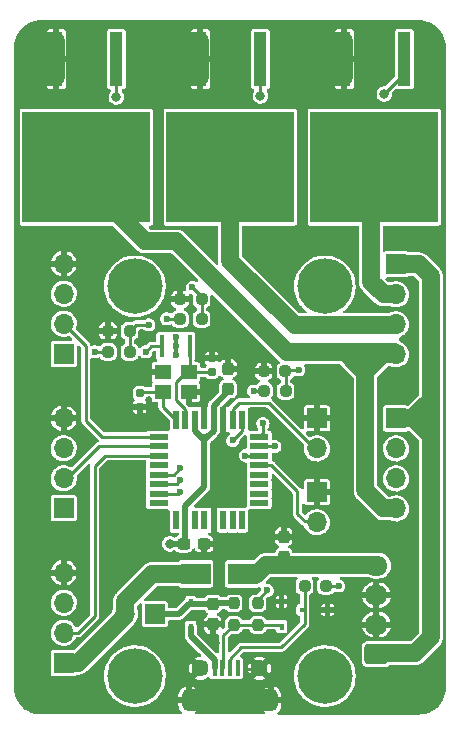
<source format=gtl>
G04 #@! TF.GenerationSoftware,KiCad,Pcbnew,(6.0.10)*
G04 #@! TF.CreationDate,2023-08-15T16:43:45+01:00*
G04 #@! TF.ProjectId,BlinkStickAdvanced,426c696e-6b53-4746-9963-6b416476616e,1.4*
G04 #@! TF.SameCoordinates,Original*
G04 #@! TF.FileFunction,Copper,L1,Top*
G04 #@! TF.FilePolarity,Positive*
%FSLAX46Y46*%
G04 Gerber Fmt 4.6, Leading zero omitted, Abs format (unit mm)*
G04 Created by KiCad (PCBNEW (6.0.10)) date 2023-08-15 16:43:45*
%MOMM*%
%LPD*%
G01*
G04 APERTURE LIST*
G04 Aperture macros list*
%AMRoundRect*
0 Rectangle with rounded corners*
0 $1 Rounding radius*
0 $2 $3 $4 $5 $6 $7 $8 $9 X,Y pos of 4 corners*
0 Add a 4 corners polygon primitive as box body*
4,1,4,$2,$3,$4,$5,$6,$7,$8,$9,$2,$3,0*
0 Add four circle primitives for the rounded corners*
1,1,$1+$1,$2,$3*
1,1,$1+$1,$4,$5*
1,1,$1+$1,$6,$7*
1,1,$1+$1,$8,$9*
0 Add four rect primitives between the rounded corners*
20,1,$1+$1,$2,$3,$4,$5,0*
20,1,$1+$1,$4,$5,$6,$7,0*
20,1,$1+$1,$6,$7,$8,$9,0*
20,1,$1+$1,$8,$9,$2,$3,0*%
G04 Aperture macros list end*
G04 #@! TA.AperFunction,ComponentPad*
%ADD10RoundRect,0.250000X0.725000X-0.600000X0.725000X0.600000X-0.725000X0.600000X-0.725000X-0.600000X0*%
G04 #@! TD*
G04 #@! TA.AperFunction,ComponentPad*
%ADD11O,1.950000X1.700000*%
G04 #@! TD*
G04 #@! TA.AperFunction,SMDPad,CuDef*
%ADD12R,0.450000X0.600000*%
G04 #@! TD*
G04 #@! TA.AperFunction,ComponentPad*
%ADD13R,1.700000X1.700000*%
G04 #@! TD*
G04 #@! TA.AperFunction,ComponentPad*
%ADD14O,1.700000X1.700000*%
G04 #@! TD*
G04 #@! TA.AperFunction,ComponentPad*
%ADD15O,1.200000X1.900000*%
G04 #@! TD*
G04 #@! TA.AperFunction,ComponentPad*
%ADD16C,1.450000*%
G04 #@! TD*
G04 #@! TA.AperFunction,SMDPad,CuDef*
%ADD17R,1.500000X1.900000*%
G04 #@! TD*
G04 #@! TA.AperFunction,SMDPad,CuDef*
%ADD18R,1.200000X1.900000*%
G04 #@! TD*
G04 #@! TA.AperFunction,SMDPad,CuDef*
%ADD19R,0.400000X1.350000*%
G04 #@! TD*
G04 #@! TA.AperFunction,SMDPad,CuDef*
%ADD20RoundRect,0.237500X-0.250000X-0.237500X0.250000X-0.237500X0.250000X0.237500X-0.250000X0.237500X0*%
G04 #@! TD*
G04 #@! TA.AperFunction,ComponentPad*
%ADD21C,4.700000*%
G04 #@! TD*
G04 #@! TA.AperFunction,SMDPad,CuDef*
%ADD22R,1.400000X1.200000*%
G04 #@! TD*
G04 #@! TA.AperFunction,SMDPad,CuDef*
%ADD23RoundRect,0.237500X-0.237500X0.300000X-0.237500X-0.300000X0.237500X-0.300000X0.237500X0.300000X0*%
G04 #@! TD*
G04 #@! TA.AperFunction,SMDPad,CuDef*
%ADD24R,1.100000X4.600000*%
G04 #@! TD*
G04 #@! TA.AperFunction,SMDPad,CuDef*
%ADD25R,10.800000X9.400000*%
G04 #@! TD*
G04 #@! TA.AperFunction,SMDPad,CuDef*
%ADD26RoundRect,0.237500X0.237500X-0.250000X0.237500X0.250000X-0.237500X0.250000X-0.237500X-0.250000X0*%
G04 #@! TD*
G04 #@! TA.AperFunction,SMDPad,CuDef*
%ADD27RoundRect,0.237500X-0.237500X0.250000X-0.237500X-0.250000X0.237500X-0.250000X0.237500X0.250000X0*%
G04 #@! TD*
G04 #@! TA.AperFunction,SMDPad,CuDef*
%ADD28R,0.400000X1.900000*%
G04 #@! TD*
G04 #@! TA.AperFunction,SMDPad,CuDef*
%ADD29RoundRect,0.237500X0.250000X0.237500X-0.250000X0.237500X-0.250000X-0.237500X0.250000X-0.237500X0*%
G04 #@! TD*
G04 #@! TA.AperFunction,SMDPad,CuDef*
%ADD30R,1.600000X0.550000*%
G04 #@! TD*
G04 #@! TA.AperFunction,SMDPad,CuDef*
%ADD31R,0.550000X1.600000*%
G04 #@! TD*
G04 #@! TA.AperFunction,SMDPad,CuDef*
%ADD32RoundRect,0.237500X0.237500X-0.300000X0.237500X0.300000X-0.237500X0.300000X-0.237500X-0.300000X0*%
G04 #@! TD*
G04 #@! TA.AperFunction,SMDPad,CuDef*
%ADD33RoundRect,0.237500X0.300000X0.237500X-0.300000X0.237500X-0.300000X-0.237500X0.300000X-0.237500X0*%
G04 #@! TD*
G04 #@! TA.AperFunction,SMDPad,CuDef*
%ADD34R,2.500000X1.800000*%
G04 #@! TD*
G04 #@! TA.AperFunction,SMDPad,CuDef*
%ADD35RoundRect,0.155000X0.155000X-0.212500X0.155000X0.212500X-0.155000X0.212500X-0.155000X-0.212500X0*%
G04 #@! TD*
G04 #@! TA.AperFunction,SMDPad,CuDef*
%ADD36R,0.600000X0.450000*%
G04 #@! TD*
G04 #@! TA.AperFunction,SMDPad,CuDef*
%ADD37RoundRect,0.155000X-0.155000X0.212500X-0.155000X-0.212500X0.155000X-0.212500X0.155000X0.212500X0*%
G04 #@! TD*
G04 #@! TA.AperFunction,ViaPad*
%ADD38C,0.800000*%
G04 #@! TD*
G04 #@! TA.AperFunction,ViaPad*
%ADD39C,0.600000*%
G04 #@! TD*
G04 #@! TA.AperFunction,Conductor*
%ADD40C,1.500000*%
G04 #@! TD*
G04 #@! TA.AperFunction,Conductor*
%ADD41C,0.500000*%
G04 #@! TD*
G04 #@! TA.AperFunction,Conductor*
%ADD42C,0.250000*%
G04 #@! TD*
G04 APERTURE END LIST*
D10*
X69554200Y-88078000D03*
D11*
X69554200Y-85578000D03*
X69554200Y-83078000D03*
X69554200Y-80578000D03*
D12*
X61536750Y-85735500D03*
X61536750Y-83635500D03*
D13*
X43084600Y-75721200D03*
D14*
X43084600Y-73181200D03*
X43084600Y-70641200D03*
X43084600Y-68101200D03*
D13*
X64516000Y-74371200D03*
D14*
X64516000Y-76911200D03*
D15*
X60656000Y-91974300D03*
D16*
X59656000Y-89274300D03*
D17*
X58156000Y-91974300D03*
D15*
X53656000Y-91974300D03*
D17*
X56156000Y-91974300D03*
D18*
X60056000Y-91974300D03*
D16*
X54656000Y-89274300D03*
D18*
X54256000Y-91974300D03*
D19*
X58456000Y-89274300D03*
X57806000Y-89274300D03*
X57156000Y-89274300D03*
X56506000Y-89274300D03*
X55856000Y-89274300D03*
D13*
X71221600Y-68121200D03*
D14*
X71221600Y-70661200D03*
X71221600Y-73201200D03*
X71221600Y-75741200D03*
D13*
X43084600Y-62640200D03*
D14*
X43084600Y-60100200D03*
X43084600Y-57560200D03*
X43084600Y-55020200D03*
D20*
X60047500Y-65786000D03*
X61872500Y-65786000D03*
D21*
X65198000Y-89935000D03*
X49114000Y-89935000D03*
D20*
X46839500Y-60706000D03*
X48664500Y-60706000D03*
D13*
X71221600Y-55067200D03*
D14*
X71221600Y-57607200D03*
X71221600Y-60147200D03*
X71221600Y-62687200D03*
D22*
X51478000Y-64174000D03*
X53678000Y-64174000D03*
X53678000Y-65874000D03*
X51478000Y-65874000D03*
D23*
X61722000Y-79856500D03*
X61722000Y-78131500D03*
D13*
X64516000Y-68117800D03*
D14*
X64516000Y-70657800D03*
D24*
X66852800Y-37687600D03*
D25*
X69392800Y-46837600D03*
D24*
X71932800Y-37687600D03*
D13*
X50806000Y-84672000D03*
D14*
X48266000Y-84672000D03*
D20*
X60025000Y-64135000D03*
X61850000Y-64135000D03*
D26*
X57472750Y-85598000D03*
X57472750Y-83773000D03*
D27*
X59504750Y-83773000D03*
X59504750Y-85598000D03*
D28*
X51378000Y-62007000D03*
X52578000Y-62007000D03*
X53778000Y-62007000D03*
D29*
X65301500Y-82296000D03*
X63476500Y-82296000D03*
D24*
X54660800Y-37687600D03*
D25*
X57200800Y-46837600D03*
D24*
X59740800Y-37687600D03*
D20*
X52935500Y-58039000D03*
X54760500Y-58039000D03*
D23*
X56997600Y-63907500D03*
X56997600Y-65632500D03*
D30*
X59628000Y-69680000D03*
X59628000Y-70480000D03*
X59628000Y-71280000D03*
X59628000Y-72080000D03*
X59628000Y-72880000D03*
X59628000Y-73680000D03*
X59628000Y-74480000D03*
X59628000Y-75280000D03*
D31*
X58178000Y-76730000D03*
X57378000Y-76730000D03*
X56578000Y-76730000D03*
X55778000Y-76730000D03*
X54978000Y-76730000D03*
X54178000Y-76730000D03*
X53378000Y-76730000D03*
X52578000Y-76730000D03*
D30*
X51128000Y-75280000D03*
X51128000Y-74480000D03*
X51128000Y-73680000D03*
X51128000Y-72880000D03*
X51128000Y-72080000D03*
X51128000Y-71280000D03*
X51128000Y-70480000D03*
X51128000Y-69680000D03*
D31*
X52578000Y-68230000D03*
X53378000Y-68230000D03*
X54178000Y-68230000D03*
X54978000Y-68230000D03*
X55778000Y-68230000D03*
X56578000Y-68230000D03*
X57378000Y-68230000D03*
X58178000Y-68230000D03*
D20*
X52935500Y-59690000D03*
X54760500Y-59690000D03*
D21*
X49114000Y-56935100D03*
D12*
X53848000Y-85785500D03*
X53848000Y-83685500D03*
D32*
X55694750Y-85548000D03*
X55694750Y-83823000D03*
D13*
X43084600Y-88802200D03*
D14*
X43084600Y-86262200D03*
X43084600Y-83722200D03*
X43084600Y-81182200D03*
D20*
X46839500Y-62484000D03*
X48664500Y-62484000D03*
D33*
X54964500Y-78740000D03*
X53239500Y-78740000D03*
D21*
X65198000Y-56935100D03*
D24*
X42468800Y-37687600D03*
D25*
X45008800Y-46837600D03*
D24*
X47548800Y-37687600D03*
D34*
X58261000Y-81280000D03*
X54261000Y-81280000D03*
D35*
X49530000Y-65980500D03*
X49530000Y-67115500D03*
D36*
X63339000Y-84328000D03*
X65439000Y-84328000D03*
D37*
X55626000Y-64174000D03*
X55626000Y-63039000D03*
D38*
X52070000Y-78740000D03*
X40160300Y-37167410D03*
X53371200Y-36151410D03*
X40160300Y-38183410D03*
X53371200Y-39199410D03*
X67411600Y-76962000D03*
X73761600Y-52628800D03*
X64547200Y-39199410D03*
D39*
X55626000Y-65278000D03*
D38*
X53371200Y-37167410D03*
X53086000Y-55626000D03*
X52355200Y-37167410D03*
X41176300Y-38183410D03*
X63296800Y-87274400D03*
X48133000Y-80518000D03*
X64547200Y-38183410D03*
X44348400Y-78486000D03*
X65563200Y-36151410D03*
X40160300Y-39199410D03*
X45974000Y-58674000D03*
X63449200Y-52984400D03*
X58928000Y-63246000D03*
X50855317Y-87554374D03*
X68427600Y-92303600D03*
D39*
X52578000Y-62007000D03*
D38*
X65563200Y-38183410D03*
X41176300Y-39199410D03*
X64547200Y-36151410D03*
X65563200Y-37167410D03*
X40386000Y-91694000D03*
X53371200Y-38183410D03*
X56032400Y-73152000D03*
D39*
X52578000Y-61214000D03*
D38*
X59740800Y-53492400D03*
X40160300Y-36151410D03*
D39*
X52578000Y-62738000D03*
D38*
X73812400Y-39065200D03*
X57404000Y-60452000D03*
X49784000Y-64262000D03*
X45669200Y-53746400D03*
X45974000Y-65532000D03*
X41176300Y-37167410D03*
X66802000Y-65786000D03*
X59436000Y-67564000D03*
X48768000Y-75692000D03*
X67005200Y-73355200D03*
X52355200Y-38183410D03*
X49276000Y-72136000D03*
X62687200Y-92506800D03*
X49022000Y-68580000D03*
X65563200Y-39199410D03*
X55880000Y-87122000D03*
X64547200Y-37167410D03*
X52355200Y-36151410D03*
X65532000Y-86487000D03*
X67056000Y-53187600D03*
X52355200Y-39199410D03*
X61722000Y-82296000D03*
X73507600Y-91643200D03*
X41176300Y-36151410D03*
X44831000Y-92075000D03*
X59436000Y-78994000D03*
X71475600Y-65481200D03*
D39*
X50038000Y-62484000D03*
X51478000Y-65874000D03*
X52965000Y-72353000D03*
X45720000Y-62484000D03*
X51816000Y-59690000D03*
X52965000Y-73369000D03*
X59182000Y-65795789D03*
X52965000Y-74385000D03*
X50292000Y-60198000D03*
D38*
X47544900Y-40897900D03*
X59740800Y-40812200D03*
D39*
X53975000Y-57023000D03*
X62992000Y-64008000D03*
D38*
X70232845Y-40641845D03*
D39*
X58470800Y-71272400D03*
X60960000Y-70485000D03*
X66357500Y-82296000D03*
X59950000Y-68543000D03*
X57404000Y-69977000D03*
X60325000Y-82677000D03*
D40*
X59436000Y-81280000D02*
X57880000Y-81280000D01*
X69512600Y-80518000D02*
X60198000Y-80518000D01*
X60198000Y-80518000D02*
X59436000Y-81280000D01*
X74174000Y-86658800D02*
X74174000Y-69602000D01*
X72856400Y-87976400D02*
X74174000Y-86658800D01*
X69554200Y-87976400D02*
X72856400Y-87976400D01*
D41*
X53710500Y-83823000D02*
X52861500Y-84672000D01*
X52861500Y-84672000D02*
X50806000Y-84672000D01*
X54997000Y-69940000D02*
X55251000Y-69686000D01*
X56997600Y-65811400D02*
X56997600Y-65632500D01*
X55694750Y-83823000D02*
X53710500Y-83823000D01*
X55778000Y-67031000D02*
X56997600Y-65811400D01*
X52070000Y-78740000D02*
X53239500Y-78740000D01*
X54997000Y-69940000D02*
X54743000Y-69686000D01*
X54997000Y-73908000D02*
X54997000Y-69940000D01*
X54700000Y-69686000D02*
X54178000Y-69164000D01*
X55744750Y-83773000D02*
X57472750Y-83773000D01*
X54178000Y-69164000D02*
X54178000Y-68230000D01*
X55251000Y-69686000D02*
X55778000Y-69159000D01*
X53378000Y-76730000D02*
X53378000Y-75527000D01*
X54743000Y-69686000D02*
X55251000Y-69686000D01*
X53378000Y-75527000D02*
X54997000Y-73908000D01*
X53239500Y-78740000D02*
X53378000Y-78601500D01*
X54997000Y-69940000D02*
X54997000Y-69686000D01*
X55778000Y-68230000D02*
X55778000Y-67031000D01*
X55778000Y-69159000D02*
X55778000Y-68230000D01*
X53378000Y-78601500D02*
X53378000Y-76730000D01*
X54743000Y-69686000D02*
X54700000Y-69686000D01*
D42*
X57486250Y-85584500D02*
X61385750Y-85584500D01*
X56605000Y-86465750D02*
X57486250Y-85584500D01*
X61385750Y-85584500D02*
X61536750Y-85735500D01*
X56605000Y-89206500D02*
X56605000Y-86465750D01*
X56506000Y-89305500D02*
X56605000Y-89206500D01*
X63476500Y-85550500D02*
X63476500Y-82296000D01*
X57156000Y-88481478D02*
X58134478Y-87503000D01*
X58134478Y-87503000D02*
X61524000Y-87503000D01*
X61524000Y-87503000D02*
X63476500Y-85550500D01*
X57156000Y-89305500D02*
X57156000Y-88481478D01*
D40*
X64547200Y-39199410D02*
X65563200Y-39199410D01*
X66855700Y-37690500D02*
X66852800Y-37687600D01*
X52355200Y-39199410D02*
X53371200Y-39199410D01*
X65563200Y-36151410D02*
X65563200Y-38183410D01*
X40160300Y-39199410D02*
X41176300Y-39199410D01*
X42468800Y-39199410D02*
X42468800Y-37687600D01*
X52355200Y-36151410D02*
X52355200Y-39199410D01*
X40160300Y-36151410D02*
X42468800Y-36151410D01*
X64547200Y-36151410D02*
X64547200Y-39199410D01*
X54663700Y-37690500D02*
X54660800Y-37687600D01*
X54663700Y-39199410D02*
X54663700Y-37690500D01*
X40160300Y-36151410D02*
X40160300Y-39199410D01*
X65563200Y-39199410D02*
X66855700Y-39199410D01*
X66852800Y-36151410D02*
X66852800Y-37687600D01*
D42*
X58456000Y-89305500D02*
X59656000Y-89305500D01*
D40*
X41176300Y-39199410D02*
X42468800Y-39199410D01*
X53371200Y-36151410D02*
X53371200Y-38183410D01*
X66855700Y-39199410D02*
X66855700Y-37690500D01*
X53371200Y-39199410D02*
X54663700Y-39199410D01*
X52355200Y-36151410D02*
X54660800Y-36151410D01*
X41176300Y-36151410D02*
X41176300Y-38183410D01*
X42468800Y-36151410D02*
X42468800Y-37687600D01*
X64547200Y-36151410D02*
X66852800Y-36151410D01*
X54660800Y-36151410D02*
X54660800Y-37687600D01*
D42*
X53378000Y-68230000D02*
X53378000Y-67348000D01*
X55626000Y-64202500D02*
X53706500Y-64202500D01*
X52578000Y-66548000D02*
X52578000Y-65024000D01*
X53778000Y-64074000D02*
X53778000Y-62007000D01*
X53428000Y-64174000D02*
X53678000Y-64174000D01*
X53706500Y-64202500D02*
X53678000Y-64174000D01*
X53378000Y-67348000D02*
X52578000Y-66548000D01*
X52578000Y-65024000D02*
X53428000Y-64174000D01*
X53678000Y-64174000D02*
X53778000Y-64074000D01*
X50038000Y-62484000D02*
X50515000Y-62007000D01*
X50515000Y-62007000D02*
X51378000Y-62007000D01*
X49636500Y-65874000D02*
X49530000Y-65980500D01*
X51478000Y-65874000D02*
X49636500Y-65874000D01*
X51478000Y-67130000D02*
X51478000Y-66128000D01*
X52578000Y-68230000D02*
X51478000Y-67130000D01*
X44958000Y-61973600D02*
X43084600Y-60100200D01*
X46312000Y-69680000D02*
X44958000Y-68326000D01*
X44958000Y-68326000D02*
X44958000Y-61973600D01*
X51128000Y-69680000D02*
X46312000Y-69680000D01*
X43110000Y-73155800D02*
X43399200Y-73155800D01*
X43399200Y-73155800D02*
X46075000Y-70480000D01*
X46075000Y-70480000D02*
X51128000Y-70480000D01*
X43084600Y-86262200D02*
X44313800Y-86262200D01*
X46576000Y-71280000D02*
X51128000Y-71280000D01*
X44313800Y-86262200D02*
X45726000Y-84850000D01*
X45726000Y-84850000D02*
X45726000Y-72130000D01*
X45726000Y-72130000D02*
X46576000Y-71280000D01*
X45720000Y-62484000D02*
X46839500Y-62484000D01*
X52438000Y-72880000D02*
X52965000Y-72353000D01*
X51128000Y-72880000D02*
X52438000Y-72880000D01*
X51816000Y-59690000D02*
X52935500Y-59690000D01*
X51128000Y-73680000D02*
X52654000Y-73680000D01*
X52654000Y-73680000D02*
X52965000Y-73369000D01*
X60037711Y-65795789D02*
X60047500Y-65786000D01*
X51128000Y-74480000D02*
X52870000Y-74480000D01*
X59182000Y-65795789D02*
X60037711Y-65795789D01*
X52870000Y-74480000D02*
X52965000Y-74385000D01*
D40*
X74174000Y-66542000D02*
X74174000Y-56089200D01*
X72694800Y-68122800D02*
X74174000Y-69602000D01*
X73152000Y-55067200D02*
X71221600Y-55067200D01*
X72694800Y-68122800D02*
X71247000Y-68122800D01*
X74174000Y-69602000D02*
X74174000Y-66542000D01*
X72694800Y-68021200D02*
X74174000Y-66542000D01*
X72694800Y-68021200D02*
X72694800Y-68122800D01*
X74174000Y-56089200D02*
X73152000Y-55067200D01*
X74168000Y-68122800D02*
X72694800Y-68122800D01*
X70161600Y-57607200D02*
X69088000Y-56533600D01*
X71221600Y-57607200D02*
X70161600Y-57607200D01*
X69088000Y-48396690D02*
X69370500Y-48114190D01*
X69088000Y-56533600D02*
X69088000Y-48396690D01*
X57178500Y-54765500D02*
X62648100Y-60235100D01*
X71133700Y-60235100D02*
X71221600Y-60147200D01*
X57178500Y-48114190D02*
X57178500Y-54765500D01*
X62648100Y-60235100D02*
X71133700Y-60235100D01*
X70102400Y-62688800D02*
X71236400Y-62688800D01*
X61976000Y-62484000D02*
X67360800Y-62484000D01*
X50009110Y-53136800D02*
X52628800Y-53136800D01*
X67262400Y-62484000D02*
X71018400Y-62484000D01*
X68630800Y-64312800D02*
X68630800Y-74218800D01*
X70153200Y-75741200D02*
X71221600Y-75741200D01*
X71018400Y-62484000D02*
X71221600Y-62687200D01*
X52628800Y-53136800D02*
X61976000Y-62484000D01*
X68630800Y-64262000D02*
X67057600Y-62688800D01*
X68630800Y-74218800D02*
X70153200Y-75741200D01*
X44986500Y-48114190D02*
X50009110Y-53136800D01*
X68630800Y-64160400D02*
X70102400Y-62688800D01*
D42*
X48664500Y-62484000D02*
X48664500Y-60706000D01*
X49172500Y-60198000D02*
X48664500Y-60706000D01*
X50292000Y-60198000D02*
X49172500Y-60198000D01*
X47548800Y-40894000D02*
X47548800Y-37687600D01*
X47544900Y-40897900D02*
X47548800Y-40894000D01*
X54760500Y-57808500D02*
X54760500Y-58039000D01*
X53975000Y-57023000D02*
X54760500Y-57808500D01*
X59740800Y-40812200D02*
X59740800Y-37687600D01*
X54760500Y-59690000D02*
X54760500Y-58039000D01*
X61977000Y-64008000D02*
X61872500Y-64112500D01*
X62992000Y-64008000D02*
X61977000Y-64008000D01*
X70232845Y-40641845D02*
X71910500Y-38964190D01*
X61872500Y-64112500D02*
X61872500Y-65786000D01*
D40*
X48266000Y-84855585D02*
X44319385Y-88802200D01*
X50598978Y-81280000D02*
X48266000Y-83612978D01*
X48266000Y-83612978D02*
X48266000Y-84672000D01*
X48266000Y-84672000D02*
X48266000Y-84855585D01*
X44319385Y-88802200D02*
X43084600Y-88802200D01*
X53880000Y-81280000D02*
X50598978Y-81280000D01*
D42*
X58478400Y-71280000D02*
X58470800Y-71272400D01*
X59628000Y-71280000D02*
X58478400Y-71280000D01*
X60955000Y-70480000D02*
X60960000Y-70485000D01*
X59628000Y-70480000D02*
X60955000Y-70480000D01*
X66357500Y-82296000D02*
X65301500Y-82296000D01*
X59950000Y-68543000D02*
X59950000Y-69358000D01*
X59950000Y-69358000D02*
X59628000Y-69680000D01*
X60325000Y-82677000D02*
X59504750Y-83497250D01*
X59504750Y-83497250D02*
X59504750Y-83937000D01*
X57404000Y-69977000D02*
X58178000Y-69203000D01*
X58178000Y-69203000D02*
X58178000Y-68230000D01*
X62865000Y-76200000D02*
X62865000Y-74295000D01*
X60650000Y-72080000D02*
X59628000Y-72080000D01*
X62865000Y-74295000D02*
X60650000Y-72080000D01*
X64516000Y-76835000D02*
X63500000Y-76835000D01*
X63500000Y-76835000D02*
X62865000Y-76200000D01*
X57404000Y-68204000D02*
X57378000Y-68230000D01*
X60449500Y-66802000D02*
X57912000Y-66802000D01*
X57404000Y-67310000D02*
X57404000Y-68204000D01*
X64391500Y-70744000D02*
X60449500Y-66802000D01*
X64516000Y-70744000D02*
X64391500Y-70744000D01*
X57912000Y-66802000D02*
X57404000Y-67310000D01*
D41*
X55856000Y-88539995D02*
X55856000Y-89274300D01*
X53848000Y-86531995D02*
X55856000Y-88539995D01*
X53848000Y-85785500D02*
X53848000Y-86531995D01*
G04 #@! TA.AperFunction,Conductor*
G36*
X54683717Y-88081183D02*
G01*
X54717743Y-88143495D01*
X54712678Y-88214310D01*
X54670131Y-88271146D01*
X54606042Y-88295759D01*
X54477805Y-88307429D01*
X54465756Y-88309727D01*
X54293399Y-88360455D01*
X54282024Y-88365050D01*
X54182459Y-88417102D01*
X54172310Y-88426891D01*
X54174764Y-88433854D01*
X54926115Y-89185205D01*
X54960141Y-89247517D01*
X54955076Y-89318332D01*
X54926115Y-89363395D01*
X54179770Y-90109740D01*
X54173010Y-90122120D01*
X54177919Y-90128678D01*
X54256784Y-90172754D01*
X54268023Y-90177664D01*
X54438898Y-90233185D01*
X54450872Y-90235818D01*
X54629286Y-90257092D01*
X54641535Y-90257349D01*
X54820682Y-90243565D01*
X54832760Y-90241435D01*
X55005799Y-90193121D01*
X55017250Y-90188679D01*
X55177612Y-90107676D01*
X55187968Y-90101103D01*
X55254070Y-90049459D01*
X55320065Y-90023281D01*
X55389735Y-90036938D01*
X55436408Y-90078745D01*
X55472516Y-90132784D01*
X55556699Y-90189034D01*
X55630933Y-90203800D01*
X55855963Y-90203800D01*
X56081066Y-90203799D01*
X56155301Y-90189034D01*
X56156136Y-90193234D01*
X56203324Y-90188143D01*
X56206680Y-90189128D01*
X56206699Y-90189034D01*
X56280933Y-90203800D01*
X56505963Y-90203800D01*
X56731066Y-90203799D01*
X56805301Y-90189034D01*
X56806136Y-90193234D01*
X56853324Y-90188143D01*
X56856680Y-90189128D01*
X56856699Y-90189034D01*
X56930933Y-90203800D01*
X57155963Y-90203800D01*
X57381066Y-90203799D01*
X57455301Y-90189034D01*
X57456136Y-90193234D01*
X57503324Y-90188143D01*
X57506680Y-90189128D01*
X57506699Y-90189034D01*
X57580933Y-90203800D01*
X57805963Y-90203800D01*
X58031066Y-90203799D01*
X58066818Y-90196688D01*
X58093126Y-90191456D01*
X58093128Y-90191455D01*
X58105301Y-90189034D01*
X58115621Y-90182139D01*
X58115622Y-90182138D01*
X58179168Y-90139677D01*
X58189484Y-90132784D01*
X58196610Y-90122120D01*
X59173010Y-90122120D01*
X59177919Y-90128678D01*
X59256784Y-90172754D01*
X59268023Y-90177664D01*
X59438898Y-90233185D01*
X59450872Y-90235818D01*
X59629286Y-90257092D01*
X59641535Y-90257349D01*
X59820682Y-90243565D01*
X59832760Y-90241435D01*
X60005799Y-90193121D01*
X60017250Y-90188679D01*
X60129919Y-90131767D01*
X60140205Y-90122120D01*
X60137967Y-90115477D01*
X59668812Y-89646322D01*
X59654868Y-89638708D01*
X59653035Y-89638839D01*
X59646420Y-89643090D01*
X59179770Y-90109740D01*
X59173010Y-90122120D01*
X58196610Y-90122120D01*
X58215309Y-90094135D01*
X58238839Y-90058920D01*
X58245734Y-90048601D01*
X58260500Y-89974367D01*
X58260499Y-89266709D01*
X58672875Y-89266709D01*
X58687908Y-89445742D01*
X58690123Y-89457807D01*
X58739644Y-89630511D01*
X58744163Y-89641923D01*
X58798685Y-89748011D01*
X58808404Y-89758230D01*
X58815204Y-89755886D01*
X59283978Y-89287112D01*
X59290356Y-89275432D01*
X60020408Y-89275432D01*
X60020539Y-89277265D01*
X60024790Y-89283880D01*
X60491391Y-89750481D01*
X60503771Y-89757241D01*
X60510504Y-89752200D01*
X60551645Y-89679779D01*
X60556634Y-89668573D01*
X60613346Y-89498092D01*
X60616063Y-89486135D01*
X60638913Y-89305250D01*
X60639402Y-89298257D01*
X60639688Y-89277822D01*
X60639393Y-89270794D01*
X60621603Y-89089357D01*
X60619220Y-89077322D01*
X60567291Y-88905327D01*
X60562617Y-88893986D01*
X60513118Y-88800892D01*
X60503258Y-88790811D01*
X60496130Y-88793380D01*
X60028022Y-89261488D01*
X60020408Y-89275432D01*
X59290356Y-89275432D01*
X59291592Y-89273168D01*
X59291461Y-89271335D01*
X59287210Y-89264720D01*
X58820475Y-88797985D01*
X58808095Y-88791225D01*
X58801707Y-88796007D01*
X58754784Y-88881360D01*
X58749948Y-88892643D01*
X58695622Y-89063901D01*
X58693074Y-89075889D01*
X58673046Y-89254440D01*
X58672875Y-89266709D01*
X58260499Y-89266709D01*
X58260499Y-88574234D01*
X58245734Y-88499999D01*
X58196884Y-88426891D01*
X59172310Y-88426891D01*
X59174764Y-88433854D01*
X59643188Y-88902278D01*
X59657132Y-88909892D01*
X59658965Y-88909761D01*
X59665580Y-88905510D01*
X60132435Y-88438655D01*
X60139195Y-88426275D01*
X60134536Y-88420052D01*
X60042631Y-88370359D01*
X60031326Y-88365607D01*
X59859695Y-88312478D01*
X59847682Y-88310012D01*
X59668996Y-88291231D01*
X59656728Y-88291146D01*
X59477805Y-88307429D01*
X59465756Y-88309727D01*
X59293399Y-88360455D01*
X59282024Y-88365050D01*
X59182459Y-88417102D01*
X59172310Y-88426891D01*
X58196884Y-88426891D01*
X58189484Y-88415816D01*
X58105301Y-88359566D01*
X58093129Y-88357145D01*
X58081664Y-88352396D01*
X58082189Y-88351129D01*
X58031125Y-88324417D01*
X57995993Y-88262722D01*
X57999793Y-88191827D01*
X58029521Y-88144651D01*
X58200172Y-87974000D01*
X61728000Y-87974000D01*
X61728000Y-93185224D01*
X61418205Y-93185153D01*
X61304741Y-93185127D01*
X61236625Y-93165109D01*
X61190144Y-93111443D01*
X61180057Y-93041167D01*
X61209565Y-92976593D01*
X61223442Y-92962889D01*
X61272876Y-92921114D01*
X61282238Y-92911283D01*
X61386645Y-92774725D01*
X61393671Y-92763122D01*
X61466326Y-92607315D01*
X61470693Y-92594488D01*
X61508554Y-92425101D01*
X61509927Y-92415208D01*
X61510000Y-92412592D01*
X61510000Y-92246415D01*
X61505525Y-92231176D01*
X61504135Y-92229971D01*
X61496452Y-92228300D01*
X59820115Y-92228300D01*
X59804876Y-92232775D01*
X59803671Y-92234165D01*
X59802000Y-92241848D01*
X59802000Y-92367241D01*
X59802369Y-92374055D01*
X59816266Y-92501980D01*
X59819180Y-92515232D01*
X59874009Y-92678154D01*
X59879702Y-92690476D01*
X59968236Y-92837820D01*
X59976444Y-92848634D01*
X60093347Y-92972255D01*
X60125619Y-93035493D01*
X60118579Y-93106140D01*
X60074462Y-93161765D01*
X60001770Y-93184828D01*
X59893248Y-93184803D01*
X54306643Y-93183520D01*
X54238527Y-93163502D01*
X54192046Y-93109836D01*
X54181959Y-93039560D01*
X54211467Y-92974986D01*
X54225344Y-92961282D01*
X54272876Y-92921115D01*
X54282238Y-92911283D01*
X54386645Y-92774725D01*
X54393671Y-92763122D01*
X54466326Y-92607315D01*
X54470693Y-92594488D01*
X54508554Y-92425101D01*
X54509927Y-92415208D01*
X54510000Y-92412592D01*
X54510000Y-92246415D01*
X54505525Y-92231176D01*
X54504135Y-92229971D01*
X54496452Y-92228300D01*
X52820115Y-92228300D01*
X52804876Y-92232775D01*
X52803671Y-92234165D01*
X52802000Y-92241848D01*
X52802000Y-92367241D01*
X52802369Y-92374055D01*
X52816266Y-92501980D01*
X52819180Y-92515232D01*
X52874009Y-92678154D01*
X52879702Y-92690476D01*
X52968236Y-92837820D01*
X52976440Y-92848628D01*
X53091827Y-92970647D01*
X53124098Y-93033885D01*
X53117058Y-93104532D01*
X53072941Y-93160157D01*
X53000249Y-93183220D01*
X52584000Y-93183124D01*
X52584000Y-91702185D01*
X52802000Y-91702185D01*
X52806475Y-91717424D01*
X52807865Y-91718629D01*
X52815548Y-91720300D01*
X53383885Y-91720300D01*
X53399124Y-91715825D01*
X53400329Y-91714435D01*
X53402000Y-91706752D01*
X53402000Y-91702185D01*
X53910000Y-91702185D01*
X53914475Y-91717424D01*
X53915865Y-91718629D01*
X53923548Y-91720300D01*
X54491885Y-91720300D01*
X54507124Y-91715825D01*
X54508329Y-91714435D01*
X54510000Y-91706752D01*
X54510000Y-91702185D01*
X59802000Y-91702185D01*
X59806475Y-91717424D01*
X59807865Y-91718629D01*
X59815548Y-91720300D01*
X60383885Y-91720300D01*
X60399124Y-91715825D01*
X60400329Y-91714435D01*
X60402000Y-91706752D01*
X60402000Y-91702185D01*
X60910000Y-91702185D01*
X60914475Y-91717424D01*
X60915865Y-91718629D01*
X60923548Y-91720300D01*
X61491885Y-91720300D01*
X61507124Y-91715825D01*
X61508329Y-91714435D01*
X61510000Y-91706752D01*
X61510000Y-91581359D01*
X61509631Y-91574545D01*
X61495734Y-91446620D01*
X61492820Y-91433368D01*
X61437991Y-91270446D01*
X61432298Y-91258124D01*
X61343764Y-91110780D01*
X61335556Y-91099966D01*
X61217447Y-90975069D01*
X61207116Y-90966277D01*
X61064936Y-90869651D01*
X61052956Y-90863281D01*
X60926821Y-90812831D01*
X60912782Y-90811495D01*
X60910000Y-90816316D01*
X60910000Y-91702185D01*
X60402000Y-91702185D01*
X60402000Y-90826562D01*
X60398027Y-90813031D01*
X60389702Y-90811834D01*
X60346350Y-90823776D01*
X60333726Y-90828775D01*
X60181671Y-90908944D01*
X60170421Y-90916531D01*
X60039124Y-91027486D01*
X60029762Y-91037317D01*
X59925355Y-91173875D01*
X59918329Y-91185478D01*
X59845674Y-91341285D01*
X59841307Y-91354112D01*
X59803446Y-91523499D01*
X59802073Y-91533392D01*
X59802000Y-91536008D01*
X59802000Y-91702185D01*
X54510000Y-91702185D01*
X54510000Y-91581359D01*
X54509631Y-91574545D01*
X54495734Y-91446620D01*
X54492820Y-91433368D01*
X54437991Y-91270446D01*
X54432298Y-91258124D01*
X54343764Y-91110780D01*
X54335556Y-91099966D01*
X54217447Y-90975069D01*
X54207116Y-90966277D01*
X54064936Y-90869651D01*
X54052956Y-90863281D01*
X53926821Y-90812831D01*
X53912782Y-90811495D01*
X53910000Y-90816316D01*
X53910000Y-91702185D01*
X53402000Y-91702185D01*
X53402000Y-90826562D01*
X53398027Y-90813031D01*
X53389702Y-90811834D01*
X53346350Y-90823776D01*
X53333726Y-90828775D01*
X53181671Y-90908944D01*
X53170421Y-90916531D01*
X53039124Y-91027486D01*
X53029762Y-91037317D01*
X52925355Y-91173875D01*
X52918329Y-91185478D01*
X52845674Y-91341285D01*
X52841307Y-91354112D01*
X52803446Y-91523499D01*
X52802073Y-91533392D01*
X52802000Y-91536008D01*
X52802000Y-91702185D01*
X52584000Y-91702185D01*
X52584000Y-89266709D01*
X53672875Y-89266709D01*
X53687908Y-89445742D01*
X53690123Y-89457807D01*
X53739644Y-89630511D01*
X53744163Y-89641923D01*
X53798685Y-89748011D01*
X53808404Y-89758230D01*
X53815204Y-89755886D01*
X54283978Y-89287112D01*
X54291592Y-89273168D01*
X54291461Y-89271335D01*
X54287210Y-89264720D01*
X53820475Y-88797985D01*
X53808095Y-88791225D01*
X53801707Y-88796007D01*
X53754784Y-88881360D01*
X53749948Y-88892643D01*
X53695622Y-89063901D01*
X53693074Y-89075889D01*
X53673046Y-89254440D01*
X53672875Y-89266709D01*
X52584000Y-89266709D01*
X52584000Y-87974000D01*
X54576534Y-87974000D01*
X54683717Y-88081183D01*
G37*
G04 #@! TD.AperFunction*
G04 #@! TA.AperFunction,Conductor*
G36*
X73145103Y-34400972D02*
G01*
X73158000Y-34403537D01*
X73170172Y-34401116D01*
X73182580Y-34401116D01*
X73182580Y-34401436D01*
X73193456Y-34400696D01*
X73205690Y-34401436D01*
X73425882Y-34414755D01*
X73440986Y-34416589D01*
X73697463Y-34463589D01*
X73712237Y-34467230D01*
X73961186Y-34544805D01*
X73975407Y-34550199D01*
X74213186Y-34657214D01*
X74226658Y-34664284D01*
X74449803Y-34799177D01*
X74462325Y-34807820D01*
X74667586Y-34968630D01*
X74678974Y-34978720D01*
X74863353Y-35163095D01*
X74873439Y-35174478D01*
X75025624Y-35368722D01*
X75034253Y-35379736D01*
X75042897Y-35392258D01*
X75177797Y-35615405D01*
X75184868Y-35628877D01*
X75291886Y-35866653D01*
X75297281Y-35880880D01*
X75374857Y-36129816D01*
X75378499Y-36144589D01*
X75425506Y-36401072D01*
X75427340Y-36416176D01*
X75441392Y-36648408D01*
X75440640Y-36659474D01*
X75440935Y-36659474D01*
X75440935Y-36671885D01*
X75438514Y-36684056D01*
X75440935Y-36696226D01*
X75440935Y-36696227D01*
X75441079Y-36696951D01*
X75443500Y-36721534D01*
X75443500Y-90864873D01*
X75441079Y-90889452D01*
X75438514Y-90902349D01*
X75440935Y-90914521D01*
X75440935Y-90926929D01*
X75440615Y-90926929D01*
X75441355Y-90937805D01*
X75427296Y-91170229D01*
X75425462Y-91185333D01*
X75378462Y-91441807D01*
X75374821Y-91456580D01*
X75297271Y-91705449D01*
X75297247Y-91705525D01*
X75291851Y-91719752D01*
X75184840Y-91957520D01*
X75177769Y-91970993D01*
X75042872Y-92194140D01*
X75034229Y-92206662D01*
X74873418Y-92411922D01*
X74863328Y-92423310D01*
X74678957Y-92607681D01*
X74667568Y-92617771D01*
X74462313Y-92778577D01*
X74449792Y-92787220D01*
X74306039Y-92874123D01*
X74227108Y-92921839D01*
X74226646Y-92922118D01*
X74213175Y-92929188D01*
X73975399Y-93036203D01*
X73961181Y-93041595D01*
X73741236Y-93110132D01*
X73712231Y-93119170D01*
X73697458Y-93122811D01*
X73440984Y-93169812D01*
X73425880Y-93171646D01*
X73314969Y-93178355D01*
X73193460Y-93185705D01*
X73182581Y-93184964D01*
X73182581Y-93185284D01*
X73170171Y-93185284D01*
X73158000Y-93182863D01*
X73145141Y-93185420D01*
X73120540Y-93187840D01*
X61728000Y-93185224D01*
X61728000Y-89907676D01*
X62588883Y-89907676D01*
X62589072Y-89911468D01*
X62603625Y-90203800D01*
X62604497Y-90221325D01*
X62605138Y-90225056D01*
X62605139Y-90225064D01*
X62657036Y-90527081D01*
X62657680Y-90530827D01*
X62747659Y-90831697D01*
X62749172Y-90835168D01*
X62749174Y-90835174D01*
X62786830Y-90921570D01*
X62873132Y-91119579D01*
X62875055Y-91122850D01*
X62875057Y-91122854D01*
X62944999Y-91241828D01*
X63032282Y-91390302D01*
X63034583Y-91393317D01*
X63135206Y-91525164D01*
X63222803Y-91639944D01*
X63225451Y-91642663D01*
X63225456Y-91642668D01*
X63293388Y-91712402D01*
X63441935Y-91864890D01*
X63444879Y-91867261D01*
X63444882Y-91867264D01*
X63683552Y-92059502D01*
X63683557Y-92059506D01*
X63686505Y-92061880D01*
X63952969Y-92228062D01*
X64237467Y-92361029D01*
X64241074Y-92362211D01*
X64241078Y-92362213D01*
X64405038Y-92415961D01*
X64535880Y-92458853D01*
X64539590Y-92459591D01*
X64539594Y-92459592D01*
X64689881Y-92489486D01*
X64843883Y-92520119D01*
X65000449Y-92532028D01*
X65153239Y-92543651D01*
X65153244Y-92543651D01*
X65157016Y-92543938D01*
X65470742Y-92529966D01*
X65474480Y-92529344D01*
X65474488Y-92529343D01*
X65625242Y-92504250D01*
X65780518Y-92478405D01*
X66081855Y-92390003D01*
X66370390Y-92266038D01*
X66641942Y-92108308D01*
X66892579Y-91919097D01*
X67118669Y-91701145D01*
X67316937Y-91457611D01*
X67326909Y-91441807D01*
X67482485Y-91195234D01*
X67482487Y-91195231D01*
X67484512Y-91192021D01*
X67491233Y-91177836D01*
X67551739Y-91050121D01*
X67618966Y-90908222D01*
X67620926Y-90902349D01*
X67717155Y-90613913D01*
X67718352Y-90610326D01*
X67781229Y-90302648D01*
X67806688Y-89989644D01*
X67807260Y-89935000D01*
X67805842Y-89911468D01*
X67788590Y-89625310D01*
X67788590Y-89625306D01*
X67788362Y-89621532D01*
X67782517Y-89589526D01*
X67732622Y-89316326D01*
X67732621Y-89316322D01*
X67731942Y-89312604D01*
X67638817Y-89012692D01*
X67625836Y-88983739D01*
X67547304Y-88808591D01*
X67510336Y-88726140D01*
X67348359Y-88457099D01*
X67316164Y-88415816D01*
X67260780Y-88344800D01*
X67155235Y-88209465D01*
X66933759Y-87986827D01*
X66910838Y-87968757D01*
X66690121Y-87794758D01*
X66687140Y-87792408D01*
X66418951Y-87629026D01*
X66305067Y-87577246D01*
X66136527Y-87500615D01*
X66136520Y-87500612D01*
X66133075Y-87499046D01*
X65833655Y-87404352D01*
X65649304Y-87369685D01*
X65528751Y-87347015D01*
X65528746Y-87347014D01*
X65525027Y-87346315D01*
X65211662Y-87325776D01*
X65207882Y-87325984D01*
X65207881Y-87325984D01*
X65119138Y-87330868D01*
X64898099Y-87343032D01*
X64894372Y-87343693D01*
X64894368Y-87343693D01*
X64686286Y-87380571D01*
X64588880Y-87397834D01*
X64585255Y-87398939D01*
X64585250Y-87398940D01*
X64471329Y-87433661D01*
X64288485Y-87489388D01*
X64285021Y-87490919D01*
X64285014Y-87490922D01*
X64108626Y-87568903D01*
X64001264Y-87616367D01*
X63998010Y-87618303D01*
X63998004Y-87618306D01*
X63756774Y-87761823D01*
X63731378Y-87776932D01*
X63728377Y-87779247D01*
X63728373Y-87779250D01*
X63607543Y-87872470D01*
X63482737Y-87968757D01*
X63480036Y-87971416D01*
X63480029Y-87971422D01*
X63461652Y-87989513D01*
X63258942Y-88189064D01*
X63063235Y-88434662D01*
X62898450Y-88701992D01*
X62766975Y-88987183D01*
X62670715Y-89286103D01*
X62669996Y-89289819D01*
X62669994Y-89289827D01*
X62611782Y-89590704D01*
X62611781Y-89590713D01*
X62611063Y-89594423D01*
X62610796Y-89598199D01*
X62610795Y-89598204D01*
X62589826Y-89894355D01*
X62588883Y-89907676D01*
X61728000Y-89907676D01*
X61728000Y-87974000D01*
X58200172Y-87974000D01*
X58254767Y-87919405D01*
X58317079Y-87885379D01*
X58343862Y-87882500D01*
X61470080Y-87882500D01*
X61494028Y-87885049D01*
X61495693Y-87885128D01*
X61505876Y-87887320D01*
X61516217Y-87886096D01*
X61539223Y-87883373D01*
X61545154Y-87883023D01*
X61545146Y-87882928D01*
X61550324Y-87882500D01*
X61555524Y-87882500D01*
X61560653Y-87881646D01*
X61560656Y-87881646D01*
X61574565Y-87879331D01*
X61580443Y-87878494D01*
X61621001Y-87873694D01*
X61621002Y-87873694D01*
X61631341Y-87872470D01*
X61639593Y-87868507D01*
X61648626Y-87867004D01*
X61657795Y-87862057D01*
X61657797Y-87862056D01*
X61693732Y-87842666D01*
X61699025Y-87839969D01*
X61738082Y-87821215D01*
X61738086Y-87821212D01*
X61745232Y-87817781D01*
X61749508Y-87814186D01*
X61751431Y-87812263D01*
X61753363Y-87810491D01*
X61753442Y-87810448D01*
X61753555Y-87810572D01*
X61754095Y-87810096D01*
X61759814Y-87807010D01*
X61785677Y-87779032D01*
X61796416Y-87767414D01*
X61799846Y-87763848D01*
X63706716Y-85856978D01*
X63721052Y-85845399D01*
X68358026Y-85845399D01*
X68379193Y-85933229D01*
X68383082Y-85944524D01*
X68465312Y-86125379D01*
X68471259Y-86135721D01*
X68586210Y-86297772D01*
X68594003Y-86306800D01*
X68737521Y-86444189D01*
X68746886Y-86451585D01*
X68913790Y-86559354D01*
X68924394Y-86564850D01*
X69108652Y-86639108D01*
X69120111Y-86642502D01*
X69282418Y-86674198D01*
X69295368Y-86672994D01*
X69300200Y-86657943D01*
X69300200Y-86656599D01*
X69808200Y-86656599D01*
X69812451Y-86671077D01*
X69824712Y-86673139D01*
X69882935Y-86667584D01*
X69894671Y-86665324D01*
X70085291Y-86609402D01*
X70096394Y-86604961D01*
X70273007Y-86514000D01*
X70283053Y-86507550D01*
X70439286Y-86384829D01*
X70447935Y-86376592D01*
X70578140Y-86226543D01*
X70585077Y-86216817D01*
X70684557Y-86044861D01*
X70689531Y-86033997D01*
X70754703Y-85846322D01*
X70754771Y-85846043D01*
X70753338Y-85835993D01*
X70739769Y-85832000D01*
X69826315Y-85832000D01*
X69811076Y-85836475D01*
X69809871Y-85837865D01*
X69808200Y-85845548D01*
X69808200Y-86656599D01*
X69300200Y-86656599D01*
X69300200Y-85850115D01*
X69295725Y-85834876D01*
X69294335Y-85833671D01*
X69286652Y-85832000D01*
X68372912Y-85832000D01*
X68359381Y-85835973D01*
X68358026Y-85845399D01*
X63721052Y-85845399D01*
X63725464Y-85841836D01*
X63726689Y-85840721D01*
X63735440Y-85835071D01*
X63741887Y-85826893D01*
X63741889Y-85826891D01*
X63756229Y-85808700D01*
X63760175Y-85804259D01*
X63760102Y-85804197D01*
X63763461Y-85800233D01*
X63767138Y-85796556D01*
X63778392Y-85780808D01*
X63781898Y-85776138D01*
X63813656Y-85735853D01*
X63816688Y-85727219D01*
X63822014Y-85719766D01*
X63836703Y-85670650D01*
X63838536Y-85665008D01*
X63852890Y-85624133D01*
X63852890Y-85624132D01*
X63855518Y-85616649D01*
X63856000Y-85611084D01*
X63856000Y-85608376D01*
X63856114Y-85605742D01*
X63856143Y-85605644D01*
X63856307Y-85605651D01*
X63856351Y-85604947D01*
X63858213Y-85598722D01*
X63856097Y-85544865D01*
X63856000Y-85539918D01*
X63856000Y-85309957D01*
X68353629Y-85309957D01*
X68355062Y-85320007D01*
X68368631Y-85324000D01*
X69282085Y-85324000D01*
X69297324Y-85319525D01*
X69298529Y-85318135D01*
X69300200Y-85310452D01*
X69300200Y-85305885D01*
X69808200Y-85305885D01*
X69812675Y-85321124D01*
X69814065Y-85322329D01*
X69821748Y-85324000D01*
X70735488Y-85324000D01*
X70749019Y-85320027D01*
X70750374Y-85310601D01*
X70729207Y-85222771D01*
X70725318Y-85211476D01*
X70643088Y-85030621D01*
X70637141Y-85020279D01*
X70522190Y-84858228D01*
X70514397Y-84849200D01*
X70370879Y-84711811D01*
X70361514Y-84704415D01*
X70194610Y-84596646D01*
X70184006Y-84591150D01*
X69999748Y-84516892D01*
X69988289Y-84513498D01*
X69825982Y-84481802D01*
X69813032Y-84483006D01*
X69808200Y-84498057D01*
X69808200Y-85305885D01*
X69300200Y-85305885D01*
X69300200Y-84499401D01*
X69295949Y-84484923D01*
X69283688Y-84482861D01*
X69225465Y-84488416D01*
X69213729Y-84490676D01*
X69023109Y-84546598D01*
X69012006Y-84551039D01*
X68835393Y-84642000D01*
X68825347Y-84648450D01*
X68669114Y-84771171D01*
X68660465Y-84779408D01*
X68530260Y-84929457D01*
X68523323Y-84939183D01*
X68423843Y-85111139D01*
X68418869Y-85122003D01*
X68353697Y-85309678D01*
X68353629Y-85309957D01*
X63856000Y-85309957D01*
X63856000Y-84724546D01*
X63870836Y-84675637D01*
X63867090Y-84674085D01*
X63871840Y-84662619D01*
X63878734Y-84652301D01*
X63881908Y-84636347D01*
X63892293Y-84584135D01*
X63893500Y-84578067D01*
X63893500Y-84571828D01*
X64885001Y-84571828D01*
X64886209Y-84584088D01*
X64897315Y-84639931D01*
X64906633Y-84662427D01*
X64948983Y-84725808D01*
X64966192Y-84743017D01*
X65029575Y-84785368D01*
X65052066Y-84794684D01*
X65107915Y-84805793D01*
X65120170Y-84807000D01*
X65195885Y-84807000D01*
X65211124Y-84802525D01*
X65212329Y-84801135D01*
X65214000Y-84793452D01*
X65214000Y-84788884D01*
X65664000Y-84788884D01*
X65668475Y-84804123D01*
X65669865Y-84805328D01*
X65677548Y-84806999D01*
X65757828Y-84806999D01*
X65770088Y-84805791D01*
X65825931Y-84794685D01*
X65848427Y-84785367D01*
X65911808Y-84743017D01*
X65929017Y-84725808D01*
X65971368Y-84662425D01*
X65980684Y-84639934D01*
X65991793Y-84584085D01*
X65993000Y-84571830D01*
X65993000Y-84571115D01*
X65988525Y-84555876D01*
X65987135Y-84554671D01*
X65979452Y-84553000D01*
X65682115Y-84553000D01*
X65666876Y-84557475D01*
X65665671Y-84558865D01*
X65664000Y-84566548D01*
X65664000Y-84788884D01*
X65214000Y-84788884D01*
X65214000Y-84571115D01*
X65209525Y-84555876D01*
X65208135Y-84554671D01*
X65200452Y-84553000D01*
X64903116Y-84553000D01*
X64887877Y-84557475D01*
X64886672Y-84558865D01*
X64885001Y-84566548D01*
X64885001Y-84571828D01*
X63893500Y-84571828D01*
X63893499Y-84084885D01*
X64885000Y-84084885D01*
X64889475Y-84100124D01*
X64890865Y-84101329D01*
X64898548Y-84103000D01*
X65195885Y-84103000D01*
X65211124Y-84098525D01*
X65212329Y-84097135D01*
X65214000Y-84089452D01*
X65214000Y-84084885D01*
X65664000Y-84084885D01*
X65668475Y-84100124D01*
X65669865Y-84101329D01*
X65677548Y-84103000D01*
X65974884Y-84103000D01*
X65990123Y-84098525D01*
X65991328Y-84097135D01*
X65992999Y-84089452D01*
X65992999Y-84084172D01*
X65991791Y-84071912D01*
X65980685Y-84016069D01*
X65971367Y-83993573D01*
X65929017Y-83930192D01*
X65911808Y-83912983D01*
X65848425Y-83870632D01*
X65825934Y-83861316D01*
X65770085Y-83850207D01*
X65757830Y-83849000D01*
X65682115Y-83849000D01*
X65666876Y-83853475D01*
X65665671Y-83854865D01*
X65664000Y-83862548D01*
X65664000Y-84084885D01*
X65214000Y-84084885D01*
X65214000Y-83867116D01*
X65209525Y-83851877D01*
X65208135Y-83850672D01*
X65200452Y-83849001D01*
X65120172Y-83849001D01*
X65107912Y-83850209D01*
X65052069Y-83861315D01*
X65029573Y-83870633D01*
X64966192Y-83912983D01*
X64948983Y-83930192D01*
X64906632Y-83993575D01*
X64897316Y-84016066D01*
X64886207Y-84071915D01*
X64885000Y-84084170D01*
X64885000Y-84084885D01*
X63893499Y-84084885D01*
X63893499Y-84077934D01*
X63886252Y-84041500D01*
X63881156Y-84015874D01*
X63881155Y-84015872D01*
X63878734Y-84003699D01*
X63871838Y-83993378D01*
X63867089Y-83981914D01*
X63870836Y-83980362D01*
X63856000Y-83931454D01*
X63856000Y-83345399D01*
X68358026Y-83345399D01*
X68379193Y-83433229D01*
X68383082Y-83444524D01*
X68465312Y-83625379D01*
X68471259Y-83635721D01*
X68586210Y-83797772D01*
X68594003Y-83806800D01*
X68737521Y-83944189D01*
X68746886Y-83951585D01*
X68913790Y-84059354D01*
X68924394Y-84064850D01*
X69108652Y-84139108D01*
X69120111Y-84142502D01*
X69282418Y-84174198D01*
X69295368Y-84172994D01*
X69300200Y-84157943D01*
X69300200Y-84156599D01*
X69808200Y-84156599D01*
X69812451Y-84171077D01*
X69824712Y-84173139D01*
X69882935Y-84167584D01*
X69894671Y-84165324D01*
X70085291Y-84109402D01*
X70096394Y-84104961D01*
X70273007Y-84014000D01*
X70283053Y-84007550D01*
X70439286Y-83884829D01*
X70447935Y-83876592D01*
X70578140Y-83726543D01*
X70585077Y-83716817D01*
X70684557Y-83544861D01*
X70689531Y-83533997D01*
X70754703Y-83346322D01*
X70754771Y-83346043D01*
X70753338Y-83335993D01*
X70739769Y-83332000D01*
X69826315Y-83332000D01*
X69811076Y-83336475D01*
X69809871Y-83337865D01*
X69808200Y-83345548D01*
X69808200Y-84156599D01*
X69300200Y-84156599D01*
X69300200Y-83350115D01*
X69295725Y-83334876D01*
X69294335Y-83333671D01*
X69286652Y-83332000D01*
X68372912Y-83332000D01*
X68359381Y-83335973D01*
X68358026Y-83345399D01*
X63856000Y-83345399D01*
X63856000Y-83097758D01*
X63876002Y-83029637D01*
X63929658Y-82983144D01*
X63937769Y-82979776D01*
X63956797Y-82972643D01*
X63956798Y-82972642D01*
X63965199Y-82969493D01*
X64077974Y-82884974D01*
X64162493Y-82772199D01*
X64177666Y-82731727D01*
X64209190Y-82647635D01*
X64211964Y-82640236D01*
X64218500Y-82580070D01*
X64218500Y-82011930D01*
X64211964Y-81951764D01*
X64162493Y-81819801D01*
X64090743Y-81724064D01*
X64065896Y-81657558D01*
X64080949Y-81588175D01*
X64131124Y-81537946D01*
X64191570Y-81522500D01*
X64586430Y-81522500D01*
X64654551Y-81542502D01*
X64701044Y-81596158D01*
X64711148Y-81666432D01*
X64687257Y-81724064D01*
X64615507Y-81819801D01*
X64566036Y-81951764D01*
X64559500Y-82011930D01*
X64559500Y-82580070D01*
X64566036Y-82640236D01*
X64568810Y-82647635D01*
X64600335Y-82731727D01*
X64615507Y-82772199D01*
X64700026Y-82884974D01*
X64812801Y-82969493D01*
X64821202Y-82972643D01*
X64821205Y-82972644D01*
X64878426Y-82994095D01*
X64944764Y-83018964D01*
X65004930Y-83025500D01*
X65598070Y-83025500D01*
X65658236Y-83018964D01*
X65724574Y-82994095D01*
X65781795Y-82972644D01*
X65781798Y-82972643D01*
X65790199Y-82969493D01*
X65902974Y-82884974D01*
X65945568Y-82828140D01*
X66002427Y-82785624D01*
X66073246Y-82780598D01*
X66094604Y-82787292D01*
X66212746Y-82836228D01*
X66220934Y-82837306D01*
X66285123Y-82845756D01*
X66357500Y-82855285D01*
X66365688Y-82854207D01*
X66494066Y-82837306D01*
X66502254Y-82836228D01*
X66518787Y-82829380D01*
X66521780Y-82828140D01*
X66565678Y-82809957D01*
X68353629Y-82809957D01*
X68355062Y-82820007D01*
X68368631Y-82824000D01*
X69282085Y-82824000D01*
X69297324Y-82819525D01*
X69298529Y-82818135D01*
X69300200Y-82810452D01*
X69300200Y-82805885D01*
X69808200Y-82805885D01*
X69812675Y-82821124D01*
X69814065Y-82822329D01*
X69821748Y-82824000D01*
X70735488Y-82824000D01*
X70749019Y-82820027D01*
X70750374Y-82810601D01*
X70729207Y-82722771D01*
X70725318Y-82711476D01*
X70643088Y-82530621D01*
X70637141Y-82520279D01*
X70522190Y-82358228D01*
X70514397Y-82349200D01*
X70370879Y-82211811D01*
X70361514Y-82204415D01*
X70194610Y-82096646D01*
X70184006Y-82091150D01*
X69999748Y-82016892D01*
X69988289Y-82013498D01*
X69825982Y-81981802D01*
X69813032Y-81983006D01*
X69808200Y-81998057D01*
X69808200Y-82805885D01*
X69300200Y-82805885D01*
X69300200Y-81999401D01*
X69295949Y-81984923D01*
X69283688Y-81982861D01*
X69225465Y-81988416D01*
X69213729Y-81990676D01*
X69023109Y-82046598D01*
X69012006Y-82051039D01*
X68835393Y-82142000D01*
X68825347Y-82148450D01*
X68669114Y-82271171D01*
X68660465Y-82279408D01*
X68530260Y-82429457D01*
X68523323Y-82439183D01*
X68423843Y-82611139D01*
X68418869Y-82622003D01*
X68353697Y-82809678D01*
X68353629Y-82809957D01*
X66565678Y-82809957D01*
X66637143Y-82780355D01*
X66647772Y-82772199D01*
X66746421Y-82696503D01*
X66746424Y-82696500D01*
X66752974Y-82691474D01*
X66782677Y-82652765D01*
X66814617Y-82611139D01*
X66841855Y-82575642D01*
X66859831Y-82532246D01*
X66894569Y-82448380D01*
X66897728Y-82440754D01*
X66899216Y-82429457D01*
X66915707Y-82304188D01*
X66916785Y-82296000D01*
X66908673Y-82234385D01*
X66898806Y-82159432D01*
X66898805Y-82159430D01*
X66897728Y-82151246D01*
X66875112Y-82096646D01*
X66845015Y-82023986D01*
X66845014Y-82023984D01*
X66841855Y-82016358D01*
X66786613Y-81944365D01*
X66758001Y-81907077D01*
X66758000Y-81907076D01*
X66752974Y-81900526D01*
X66746424Y-81895500D01*
X66746421Y-81895497D01*
X66643696Y-81816673D01*
X66643694Y-81816672D01*
X66637143Y-81811645D01*
X66524313Y-81764909D01*
X66469032Y-81720360D01*
X66446611Y-81652997D01*
X66464169Y-81584206D01*
X66516131Y-81535827D01*
X66572531Y-81522500D01*
X68818649Y-81522500D01*
X68886997Y-81542648D01*
X68913560Y-81559800D01*
X68913563Y-81559801D01*
X68918597Y-81563052D01*
X69114078Y-81641834D01*
X69236888Y-81665817D01*
X69316483Y-81681361D01*
X69316486Y-81681361D01*
X69320929Y-81682229D01*
X69326470Y-81682500D01*
X69731859Y-81682500D01*
X69889006Y-81667507D01*
X70091242Y-81608177D01*
X70174504Y-81565294D01*
X70273279Y-81514422D01*
X70273282Y-81514420D01*
X70278610Y-81511676D01*
X70369612Y-81440193D01*
X70439632Y-81385192D01*
X70439636Y-81385188D01*
X70444349Y-81381486D01*
X70448281Y-81376955D01*
X70578550Y-81226835D01*
X70578554Y-81226830D01*
X70582481Y-81222304D01*
X70688019Y-81039874D01*
X70757157Y-80840778D01*
X70768373Y-80763427D01*
X70786538Y-80638140D01*
X70786538Y-80638137D01*
X70787399Y-80632200D01*
X70777655Y-80421667D01*
X70768479Y-80383590D01*
X70729682Y-80222607D01*
X70729681Y-80222605D01*
X70728276Y-80216774D01*
X70719066Y-80196516D01*
X70643523Y-80030371D01*
X70641043Y-80024916D01*
X70519104Y-79853014D01*
X70366860Y-79707272D01*
X70333624Y-79685812D01*
X70194840Y-79596200D01*
X70194837Y-79596199D01*
X70189803Y-79592948D01*
X70177670Y-79588058D01*
X69999885Y-79516408D01*
X69994322Y-79514166D01*
X69859939Y-79487923D01*
X69791917Y-79474639D01*
X69791914Y-79474639D01*
X69787471Y-79473771D01*
X69781930Y-79473500D01*
X69376541Y-79473500D01*
X69219394Y-79488493D01*
X69151518Y-79508406D01*
X69116054Y-79513500D01*
X62556185Y-79513500D01*
X62488064Y-79493498D01*
X62441571Y-79439842D01*
X62438203Y-79431729D01*
X62398645Y-79326207D01*
X62398643Y-79326203D01*
X62395493Y-79317801D01*
X62310974Y-79205026D01*
X62198199Y-79120507D01*
X62189798Y-79117358D01*
X62189797Y-79117357D01*
X62174746Y-79111715D01*
X62117982Y-79069073D01*
X62093283Y-79002511D01*
X62108491Y-78933162D01*
X62158777Y-78883044D01*
X62174748Y-78875751D01*
X62189551Y-78870202D01*
X62205139Y-78861667D01*
X62303437Y-78787998D01*
X62315998Y-78775437D01*
X62389667Y-78677139D01*
X62398201Y-78661553D01*
X62441697Y-78545527D01*
X62445325Y-78530267D01*
X62450631Y-78481424D01*
X62451000Y-78474607D01*
X62451000Y-78403615D01*
X62446525Y-78388376D01*
X62445135Y-78387171D01*
X62437452Y-78385500D01*
X61011116Y-78385500D01*
X60995877Y-78389975D01*
X60994672Y-78391365D01*
X60993001Y-78399048D01*
X60993001Y-78474605D01*
X60993371Y-78481426D01*
X60998676Y-78530273D01*
X61002302Y-78545524D01*
X61045799Y-78661553D01*
X61054333Y-78677139D01*
X61128002Y-78775437D01*
X61140563Y-78787998D01*
X61238861Y-78861667D01*
X61254449Y-78870202D01*
X61269252Y-78875751D01*
X61326017Y-78918392D01*
X61350717Y-78984954D01*
X61335510Y-79054303D01*
X61285224Y-79104421D01*
X61269254Y-79111715D01*
X61254203Y-79117357D01*
X61254202Y-79117358D01*
X61245801Y-79120507D01*
X61133026Y-79205026D01*
X61048507Y-79317801D01*
X61045357Y-79326203D01*
X61045355Y-79326207D01*
X61005797Y-79431729D01*
X60963156Y-79488494D01*
X60896594Y-79513194D01*
X60887815Y-79513500D01*
X60214193Y-79513500D01*
X60210674Y-79513451D01*
X60130435Y-79511209D01*
X60130432Y-79511209D01*
X60124053Y-79511031D01*
X60117763Y-79512140D01*
X60117764Y-79512140D01*
X60064389Y-79521551D01*
X60055244Y-79522820D01*
X60005969Y-79527825D01*
X59994976Y-79528942D01*
X59988888Y-79530850D01*
X59988887Y-79530850D01*
X59967360Y-79537596D01*
X59951563Y-79541446D01*
X59929378Y-79545358D01*
X59929377Y-79545358D01*
X59923084Y-79546468D01*
X59866764Y-79568766D01*
X59858064Y-79571847D01*
X59841617Y-79577002D01*
X59800245Y-79589967D01*
X59789001Y-79596200D01*
X59774953Y-79603987D01*
X59760251Y-79610937D01*
X59739280Y-79619240D01*
X59739278Y-79619241D01*
X59733345Y-79621590D01*
X59728006Y-79625084D01*
X59727998Y-79625088D01*
X59682645Y-79654767D01*
X59674751Y-79659530D01*
X59621762Y-79688902D01*
X59616919Y-79693053D01*
X59599802Y-79707724D01*
X59586797Y-79717488D01*
X59566642Y-79730677D01*
X59566632Y-79730685D01*
X59562588Y-79733331D01*
X59558996Y-79736565D01*
X59558992Y-79736568D01*
X59558856Y-79736691D01*
X59557603Y-79737819D01*
X59518528Y-79776894D01*
X59511431Y-79783467D01*
X59471664Y-79817551D01*
X59471662Y-79817554D01*
X59466818Y-79821705D01*
X59462909Y-79826745D01*
X59462902Y-79826752D01*
X59447820Y-79846197D01*
X59437354Y-79858069D01*
X59206826Y-80088596D01*
X59144514Y-80122621D01*
X59117731Y-80125500D01*
X57217464Y-80125501D01*
X56985934Y-80125501D01*
X56950182Y-80132612D01*
X56923874Y-80137844D01*
X56923872Y-80137845D01*
X56911699Y-80140266D01*
X56901379Y-80147161D01*
X56901378Y-80147162D01*
X56853013Y-80179479D01*
X56827516Y-80196516D01*
X56771266Y-80280699D01*
X56756500Y-80354933D01*
X56756501Y-82205066D01*
X56763612Y-82240818D01*
X56766709Y-82256387D01*
X56771266Y-82279301D01*
X56827516Y-82363484D01*
X56911699Y-82419734D01*
X56985933Y-82434500D01*
X58260793Y-82434500D01*
X59536066Y-82434499D01*
X59571818Y-82427388D01*
X59598126Y-82422156D01*
X59598128Y-82422155D01*
X59610301Y-82419734D01*
X59614397Y-82416997D01*
X59679833Y-82409963D01*
X59743320Y-82441744D01*
X59779546Y-82502803D01*
X59782381Y-82550407D01*
X59768132Y-82658646D01*
X59767873Y-82660611D01*
X59739151Y-82725538D01*
X59732046Y-82733260D01*
X59471211Y-82994095D01*
X59408899Y-83028121D01*
X59382116Y-83031000D01*
X59220680Y-83031000D01*
X59160514Y-83037536D01*
X59121331Y-83052225D01*
X59036955Y-83083856D01*
X59036952Y-83083857D01*
X59028551Y-83087007D01*
X58915776Y-83171526D01*
X58831257Y-83284301D01*
X58828107Y-83292702D01*
X58828106Y-83292705D01*
X58802716Y-83360433D01*
X58781786Y-83416264D01*
X58775250Y-83476430D01*
X58775250Y-84069570D01*
X58781786Y-84129736D01*
X58786572Y-84142502D01*
X58825940Y-84247515D01*
X58831257Y-84261699D01*
X58915776Y-84374474D01*
X59028551Y-84458993D01*
X59036952Y-84462143D01*
X59036955Y-84462144D01*
X59092218Y-84482861D01*
X59160514Y-84508464D01*
X59220680Y-84515000D01*
X59788820Y-84515000D01*
X59848986Y-84508464D01*
X59917282Y-84482861D01*
X59972545Y-84462144D01*
X59972548Y-84462143D01*
X59980949Y-84458993D01*
X60093724Y-84374474D01*
X60178243Y-84261699D01*
X60183561Y-84247515D01*
X60222928Y-84142502D01*
X60227714Y-84129736D01*
X60234250Y-84069570D01*
X60234250Y-83954328D01*
X61057751Y-83954328D01*
X61058959Y-83966588D01*
X61070065Y-84022431D01*
X61079383Y-84044927D01*
X61121733Y-84108308D01*
X61138942Y-84125517D01*
X61202325Y-84167868D01*
X61224816Y-84177184D01*
X61280665Y-84188293D01*
X61292920Y-84189500D01*
X61293635Y-84189500D01*
X61308874Y-84185025D01*
X61310079Y-84183635D01*
X61311750Y-84175952D01*
X61311750Y-84171384D01*
X61761750Y-84171384D01*
X61766225Y-84186623D01*
X61767615Y-84187828D01*
X61775298Y-84189499D01*
X61780578Y-84189499D01*
X61792838Y-84188291D01*
X61848681Y-84177185D01*
X61871177Y-84167867D01*
X61934558Y-84125517D01*
X61951767Y-84108308D01*
X61994118Y-84044925D01*
X62003434Y-84022434D01*
X62014543Y-83966585D01*
X62015750Y-83954330D01*
X62015750Y-83878615D01*
X62011275Y-83863376D01*
X62009885Y-83862171D01*
X62002202Y-83860500D01*
X61779865Y-83860500D01*
X61764626Y-83864975D01*
X61763421Y-83866365D01*
X61761750Y-83874048D01*
X61761750Y-84171384D01*
X61311750Y-84171384D01*
X61311750Y-83878615D01*
X61307275Y-83863376D01*
X61305885Y-83862171D01*
X61298202Y-83860500D01*
X61075866Y-83860500D01*
X61060627Y-83864975D01*
X61059422Y-83866365D01*
X61057751Y-83874048D01*
X61057751Y-83954328D01*
X60234250Y-83954328D01*
X60234250Y-83476430D01*
X60228994Y-83428048D01*
X60228567Y-83424114D01*
X60228567Y-83424112D01*
X60227714Y-83416264D01*
X60224942Y-83408870D01*
X60223114Y-83401182D01*
X60226370Y-83400408D01*
X60225782Y-83392385D01*
X61057750Y-83392385D01*
X61062225Y-83407624D01*
X61063615Y-83408829D01*
X61071298Y-83410500D01*
X61293635Y-83410500D01*
X61308874Y-83406025D01*
X61310079Y-83404635D01*
X61311750Y-83396952D01*
X61311750Y-83392385D01*
X61761750Y-83392385D01*
X61766225Y-83407624D01*
X61767615Y-83408829D01*
X61775298Y-83410500D01*
X61997634Y-83410500D01*
X62012873Y-83406025D01*
X62014078Y-83404635D01*
X62015749Y-83396952D01*
X62015749Y-83316672D01*
X62014541Y-83304412D01*
X62003435Y-83248569D01*
X61994117Y-83226073D01*
X61951767Y-83162692D01*
X61934558Y-83145483D01*
X61871175Y-83103132D01*
X61848684Y-83093816D01*
X61792835Y-83082707D01*
X61780580Y-83081500D01*
X61779865Y-83081500D01*
X61764626Y-83085975D01*
X61763421Y-83087365D01*
X61761750Y-83095048D01*
X61761750Y-83392385D01*
X61311750Y-83392385D01*
X61311750Y-83099616D01*
X61307275Y-83084377D01*
X61305885Y-83083172D01*
X61298202Y-83081501D01*
X61292922Y-83081501D01*
X61280662Y-83082709D01*
X61224819Y-83093815D01*
X61202323Y-83103133D01*
X61138942Y-83145483D01*
X61121733Y-83162692D01*
X61079382Y-83226075D01*
X61070066Y-83248566D01*
X61058957Y-83304415D01*
X61057750Y-83316670D01*
X61057750Y-83392385D01*
X60225782Y-83392385D01*
X60222297Y-83344854D01*
X60256370Y-83282324D01*
X60268740Y-83269954D01*
X60331052Y-83235928D01*
X60341380Y-83234129D01*
X60469754Y-83217228D01*
X60604643Y-83161355D01*
X60615972Y-83152662D01*
X60713921Y-83077503D01*
X60713924Y-83077500D01*
X60720474Y-83072474D01*
X60809355Y-82956642D01*
X60865228Y-82821754D01*
X60866697Y-82810601D01*
X60883207Y-82685188D01*
X60884285Y-82677000D01*
X60865228Y-82532246D01*
X60830489Y-82448380D01*
X60812515Y-82404986D01*
X60812514Y-82404984D01*
X60809355Y-82397358D01*
X60731580Y-82296000D01*
X60725501Y-82288077D01*
X60725500Y-82288076D01*
X60720474Y-82281526D01*
X60713924Y-82276500D01*
X60713921Y-82276497D01*
X60611196Y-82197673D01*
X60611194Y-82197672D01*
X60604643Y-82192645D01*
X60487779Y-82144238D01*
X60477383Y-82139932D01*
X60469754Y-82136772D01*
X60325000Y-82117715D01*
X60320376Y-82118324D01*
X60253853Y-82098791D01*
X60207360Y-82045135D01*
X60197256Y-81974861D01*
X60226750Y-81910281D01*
X60232879Y-81903698D01*
X60577172Y-81559405D01*
X60639484Y-81525379D01*
X60666267Y-81522500D01*
X62761430Y-81522500D01*
X62829551Y-81542502D01*
X62876044Y-81596158D01*
X62886148Y-81666432D01*
X62862257Y-81724064D01*
X62790507Y-81819801D01*
X62741036Y-81951764D01*
X62734500Y-82011930D01*
X62734500Y-82580070D01*
X62741036Y-82640236D01*
X62743810Y-82647635D01*
X62775335Y-82731727D01*
X62790507Y-82772199D01*
X62875026Y-82884974D01*
X62987801Y-82969493D01*
X62996202Y-82972642D01*
X62996203Y-82972643D01*
X63015231Y-82979776D01*
X63071995Y-83022419D01*
X63096694Y-83088980D01*
X63097000Y-83097758D01*
X63097000Y-83728573D01*
X63076998Y-83796694D01*
X63023342Y-83843187D01*
X62995581Y-83852151D01*
X62939699Y-83863266D01*
X62929379Y-83870161D01*
X62929378Y-83870162D01*
X62894815Y-83893257D01*
X62855516Y-83919516D01*
X62799266Y-84003699D01*
X62784500Y-84077933D01*
X62784501Y-84578066D01*
X62791612Y-84613818D01*
X62796806Y-84639931D01*
X62799266Y-84652301D01*
X62806161Y-84662621D01*
X62806162Y-84662622D01*
X62829141Y-84697012D01*
X62855516Y-84736484D01*
X62939699Y-84792734D01*
X62958411Y-84796456D01*
X62995582Y-84803850D01*
X63058492Y-84836758D01*
X63093623Y-84898453D01*
X63097000Y-84927429D01*
X63097000Y-85341116D01*
X63076998Y-85409237D01*
X63060095Y-85430211D01*
X62193201Y-86297105D01*
X62130889Y-86331131D01*
X62060074Y-86326066D01*
X62030075Y-86303609D01*
X62047919Y-86323473D01*
X62059278Y-86393555D01*
X62030945Y-86458652D01*
X62023355Y-86466951D01*
X61403711Y-87086595D01*
X61341399Y-87120621D01*
X61314616Y-87123500D01*
X58188398Y-87123500D01*
X58164450Y-87120951D01*
X58162785Y-87120872D01*
X58152602Y-87118680D01*
X58142261Y-87119904D01*
X58119255Y-87122627D01*
X58113324Y-87122977D01*
X58113332Y-87123072D01*
X58108154Y-87123500D01*
X58102954Y-87123500D01*
X58097825Y-87124354D01*
X58097822Y-87124354D01*
X58083913Y-87126669D01*
X58078035Y-87127506D01*
X58037477Y-87132306D01*
X58037476Y-87132306D01*
X58027137Y-87133530D01*
X58018885Y-87137493D01*
X58009852Y-87138996D01*
X58000683Y-87143943D01*
X58000681Y-87143944D01*
X57964746Y-87163334D01*
X57959453Y-87166031D01*
X57920396Y-87184785D01*
X57920392Y-87184788D01*
X57913246Y-87188219D01*
X57908970Y-87191814D01*
X57907047Y-87193737D01*
X57905115Y-87195509D01*
X57905036Y-87195552D01*
X57904923Y-87195428D01*
X57904383Y-87195904D01*
X57898664Y-87198990D01*
X57891597Y-87206635D01*
X57862062Y-87238586D01*
X57858632Y-87242152D01*
X57199595Y-87901189D01*
X57137283Y-87935215D01*
X57066468Y-87930150D01*
X57009632Y-87887603D01*
X56984821Y-87821083D01*
X56984500Y-87812094D01*
X56984500Y-86675134D01*
X57004502Y-86607013D01*
X57021405Y-86586039D01*
X57230539Y-86376905D01*
X57292851Y-86342879D01*
X57319634Y-86340000D01*
X57756820Y-86340000D01*
X57816986Y-86333464D01*
X57896624Y-86303609D01*
X57940545Y-86287144D01*
X57940548Y-86287143D01*
X57948949Y-86283993D01*
X58061724Y-86199474D01*
X58146243Y-86086699D01*
X58149485Y-86078053D01*
X58161587Y-86045770D01*
X58204229Y-85989005D01*
X58270791Y-85964306D01*
X58279569Y-85964000D01*
X58697931Y-85964000D01*
X58766052Y-85984002D01*
X58812545Y-86037658D01*
X58815913Y-86045770D01*
X58828016Y-86078053D01*
X58831257Y-86086699D01*
X58915776Y-86199474D01*
X59028551Y-86283993D01*
X59036952Y-86287143D01*
X59036955Y-86287144D01*
X59080876Y-86303609D01*
X59160514Y-86333464D01*
X59220680Y-86340000D01*
X59788820Y-86340000D01*
X59848986Y-86333464D01*
X59928624Y-86303609D01*
X59972545Y-86287144D01*
X59972548Y-86287143D01*
X59980949Y-86283993D01*
X60093724Y-86199474D01*
X60178243Y-86086699D01*
X60181485Y-86078053D01*
X60193587Y-86045770D01*
X60236229Y-85989005D01*
X60302791Y-85964306D01*
X60311569Y-85964000D01*
X60934638Y-85964000D01*
X61002759Y-85984002D01*
X61049252Y-86037658D01*
X61058216Y-86065418D01*
X61072016Y-86134801D01*
X61078911Y-86145121D01*
X61078912Y-86145122D01*
X61110432Y-86192294D01*
X61128266Y-86218984D01*
X61212449Y-86275234D01*
X61286683Y-86290000D01*
X61536709Y-86290000D01*
X61786816Y-86289999D01*
X61822568Y-86282888D01*
X61848876Y-86277656D01*
X61848878Y-86277655D01*
X61861051Y-86275234D01*
X61871371Y-86268338D01*
X61882837Y-86263589D01*
X61884188Y-86266851D01*
X61932007Y-86251876D01*
X61998209Y-86270036D01*
X61978427Y-86216999D01*
X61991426Y-86157242D01*
X61989840Y-86156585D01*
X61993481Y-86147795D01*
X61993518Y-86147625D01*
X61993624Y-86147451D01*
X61994590Y-86145118D01*
X62001484Y-86134801D01*
X62016250Y-86060567D01*
X62016249Y-85410434D01*
X62001484Y-85336199D01*
X61992217Y-85322329D01*
X61952127Y-85262332D01*
X61945234Y-85252016D01*
X61884562Y-85211476D01*
X61871370Y-85202661D01*
X61861051Y-85195766D01*
X61786817Y-85181000D01*
X61536791Y-85181000D01*
X61286684Y-85181001D01*
X61252068Y-85187886D01*
X61224624Y-85193344D01*
X61224622Y-85193345D01*
X61212449Y-85195766D01*
X61210161Y-85197295D01*
X61171421Y-85205000D01*
X60301447Y-85205000D01*
X60233326Y-85184998D01*
X60186833Y-85131342D01*
X60183466Y-85123231D01*
X60181396Y-85117709D01*
X60181393Y-85117703D01*
X60178243Y-85109301D01*
X60093724Y-84996526D01*
X59980949Y-84912007D01*
X59972548Y-84908857D01*
X59972545Y-84908856D01*
X59894137Y-84879463D01*
X59848986Y-84862536D01*
X59788820Y-84856000D01*
X59220680Y-84856000D01*
X59160514Y-84862536D01*
X59115363Y-84879463D01*
X59036955Y-84908856D01*
X59036952Y-84908857D01*
X59028551Y-84912007D01*
X58915776Y-84996526D01*
X58831257Y-85109301D01*
X58828107Y-85117703D01*
X58828104Y-85117709D01*
X58826034Y-85123231D01*
X58783392Y-85179995D01*
X58716830Y-85204694D01*
X58708053Y-85205000D01*
X58269447Y-85205000D01*
X58201326Y-85184998D01*
X58154833Y-85131342D01*
X58151466Y-85123231D01*
X58149396Y-85117709D01*
X58149393Y-85117703D01*
X58146243Y-85109301D01*
X58061724Y-84996526D01*
X57948949Y-84912007D01*
X57940548Y-84908857D01*
X57940545Y-84908856D01*
X57862137Y-84879463D01*
X57816986Y-84862536D01*
X57756820Y-84856000D01*
X57188680Y-84856000D01*
X57128514Y-84862536D01*
X57083363Y-84879463D01*
X57004955Y-84908856D01*
X57004952Y-84908857D01*
X56996551Y-84912007D01*
X56883776Y-84996526D01*
X56799257Y-85109301D01*
X56796107Y-85117702D01*
X56796106Y-85117705D01*
X56767750Y-85193345D01*
X56749786Y-85241264D01*
X56743250Y-85301430D01*
X56743250Y-85738616D01*
X56723248Y-85806737D01*
X56706345Y-85827711D01*
X56638845Y-85895211D01*
X56576533Y-85929237D01*
X56505718Y-85924172D01*
X56448882Y-85881625D01*
X56432071Y-85836553D01*
X56428854Y-85837498D01*
X56419275Y-85804876D01*
X56417885Y-85803671D01*
X56410202Y-85802000D01*
X55966865Y-85802000D01*
X55951626Y-85806475D01*
X55950421Y-85807865D01*
X55948750Y-85815548D01*
X55948750Y-86321384D01*
X55953225Y-86336623D01*
X55954615Y-86337828D01*
X55962298Y-86339499D01*
X55975355Y-86339499D01*
X55982176Y-86339129D01*
X56031023Y-86333824D01*
X56046276Y-86330198D01*
X56054045Y-86327285D01*
X56124852Y-86322099D01*
X56187222Y-86356018D01*
X56221354Y-86418272D01*
X56224182Y-86440317D01*
X56225403Y-86471384D01*
X56225500Y-86476332D01*
X56225500Y-87891834D01*
X56205498Y-87959955D01*
X56189289Y-87974000D01*
X56003476Y-87974000D01*
X54389405Y-86359929D01*
X54355379Y-86297617D01*
X54352500Y-86270834D01*
X54352500Y-85891105D01*
X54965751Y-85891105D01*
X54966121Y-85897926D01*
X54971426Y-85946773D01*
X54975052Y-85962024D01*
X55018549Y-86078053D01*
X55027083Y-86093639D01*
X55100752Y-86191937D01*
X55113313Y-86204498D01*
X55211611Y-86278167D01*
X55227197Y-86286701D01*
X55343223Y-86330197D01*
X55358479Y-86333825D01*
X55407326Y-86339131D01*
X55414143Y-86339500D01*
X55422635Y-86339500D01*
X55437874Y-86335025D01*
X55439079Y-86333635D01*
X55440750Y-86325952D01*
X55440750Y-85820115D01*
X55436275Y-85804876D01*
X55434885Y-85803671D01*
X55427202Y-85802000D01*
X54983866Y-85802000D01*
X54968627Y-85806475D01*
X54967422Y-85807865D01*
X54965751Y-85815548D01*
X54965751Y-85891105D01*
X54352500Y-85891105D01*
X54352500Y-85749274D01*
X54339438Y-85658069D01*
X54338474Y-85651335D01*
X54338473Y-85651333D01*
X54337201Y-85642448D01*
X54333485Y-85634275D01*
X54332564Y-85631126D01*
X54327499Y-85595761D01*
X54327499Y-85460434D01*
X54318730Y-85416344D01*
X54315156Y-85398374D01*
X54315155Y-85398372D01*
X54312734Y-85386199D01*
X54298444Y-85364812D01*
X54263377Y-85312332D01*
X54256484Y-85302016D01*
X54172301Y-85245766D01*
X54098067Y-85231000D01*
X53848041Y-85231000D01*
X53597934Y-85231001D01*
X53562182Y-85238112D01*
X53535874Y-85243344D01*
X53535872Y-85243345D01*
X53523699Y-85245766D01*
X53513379Y-85252661D01*
X53513378Y-85252662D01*
X53496446Y-85263976D01*
X53439516Y-85302016D01*
X53383266Y-85386199D01*
X53368500Y-85460433D01*
X53368500Y-85596109D01*
X53363346Y-85630598D01*
X53360583Y-85636482D01*
X53343500Y-85746197D01*
X53343500Y-86461371D01*
X53342159Y-86473376D01*
X53342655Y-86473416D01*
X53341935Y-86482363D01*
X53339954Y-86491119D01*
X53341935Y-86523048D01*
X53343258Y-86544377D01*
X53343500Y-86552179D01*
X53343500Y-86568221D01*
X53344135Y-86572652D01*
X53344135Y-86572657D01*
X53344965Y-86578448D01*
X53345996Y-86588509D01*
X53348902Y-86635354D01*
X53351949Y-86643794D01*
X53352630Y-86647084D01*
X53356582Y-86662933D01*
X53357527Y-86666163D01*
X53358799Y-86675047D01*
X53362514Y-86683218D01*
X53378218Y-86717758D01*
X53382030Y-86727123D01*
X53394922Y-86762832D01*
X53394924Y-86762835D01*
X53397972Y-86771279D01*
X53403268Y-86778528D01*
X53404840Y-86781485D01*
X53413093Y-86795609D01*
X53414898Y-86798432D01*
X53418612Y-86806600D01*
X53424469Y-86813397D01*
X53424470Y-86813399D01*
X53449243Y-86842148D01*
X53455525Y-86850059D01*
X53463473Y-86860939D01*
X53474335Y-86871801D01*
X53480693Y-86878647D01*
X53512944Y-86916077D01*
X53520479Y-86920961D01*
X53527051Y-86926694D01*
X53538455Y-86935921D01*
X54576534Y-87974000D01*
X52584000Y-87974000D01*
X52584000Y-93183125D01*
X41191486Y-93180509D01*
X41166937Y-93178088D01*
X41154000Y-93175514D01*
X41141826Y-93177935D01*
X41129417Y-93177935D01*
X41129417Y-93177615D01*
X41118544Y-93178355D01*
X41114114Y-93178087D01*
X41071576Y-93175514D01*
X40886120Y-93164296D01*
X40871016Y-93162462D01*
X40614542Y-93115462D01*
X40599769Y-93111821D01*
X40508146Y-93083270D01*
X40350820Y-93034245D01*
X40336602Y-93028853D01*
X40098818Y-92921835D01*
X40085362Y-92914773D01*
X39862211Y-92779873D01*
X39849690Y-92771231D01*
X39644427Y-92610417D01*
X39633039Y-92600327D01*
X39448673Y-92415961D01*
X39438583Y-92404573D01*
X39277769Y-92199310D01*
X39269126Y-92186788D01*
X39194830Y-92063888D01*
X39134227Y-91963638D01*
X39127165Y-91950182D01*
X39020147Y-91712398D01*
X39014753Y-91698175D01*
X38997457Y-91642668D01*
X38937179Y-91449231D01*
X38933538Y-91434458D01*
X38886538Y-91177984D01*
X38884704Y-91162880D01*
X38870645Y-90930456D01*
X38871385Y-90919580D01*
X38871065Y-90919580D01*
X38871065Y-90907172D01*
X38873486Y-90895000D01*
X38870921Y-90882103D01*
X38868500Y-90857524D01*
X38868500Y-89907676D01*
X46504883Y-89907676D01*
X46505072Y-89911468D01*
X46519625Y-90203800D01*
X46520497Y-90221325D01*
X46521138Y-90225056D01*
X46521139Y-90225064D01*
X46573036Y-90527081D01*
X46573680Y-90530827D01*
X46663659Y-90831697D01*
X46665172Y-90835168D01*
X46665174Y-90835174D01*
X46702830Y-90921570D01*
X46789132Y-91119579D01*
X46791055Y-91122850D01*
X46791057Y-91122854D01*
X46860999Y-91241828D01*
X46948282Y-91390302D01*
X46950583Y-91393317D01*
X47051206Y-91525164D01*
X47138803Y-91639944D01*
X47141451Y-91642663D01*
X47141456Y-91642668D01*
X47209388Y-91712402D01*
X47357935Y-91864890D01*
X47360879Y-91867261D01*
X47360882Y-91867264D01*
X47599552Y-92059502D01*
X47599557Y-92059506D01*
X47602505Y-92061880D01*
X47868969Y-92228062D01*
X48153467Y-92361029D01*
X48157074Y-92362211D01*
X48157078Y-92362213D01*
X48321038Y-92415961D01*
X48451880Y-92458853D01*
X48455590Y-92459591D01*
X48455594Y-92459592D01*
X48605881Y-92489486D01*
X48759883Y-92520119D01*
X48916449Y-92532028D01*
X49069239Y-92543651D01*
X49069244Y-92543651D01*
X49073016Y-92543938D01*
X49386742Y-92529966D01*
X49390480Y-92529344D01*
X49390488Y-92529343D01*
X49541242Y-92504250D01*
X49696518Y-92478405D01*
X49997855Y-92390003D01*
X50286390Y-92266038D01*
X50557942Y-92108308D01*
X50808579Y-91919097D01*
X51034669Y-91701145D01*
X51232937Y-91457611D01*
X51242909Y-91441807D01*
X51398485Y-91195234D01*
X51398487Y-91195231D01*
X51400512Y-91192021D01*
X51407233Y-91177836D01*
X51467739Y-91050121D01*
X51534966Y-90908222D01*
X51536926Y-90902349D01*
X51633155Y-90613913D01*
X51634352Y-90610326D01*
X51697229Y-90302648D01*
X51722688Y-89989644D01*
X51723260Y-89935000D01*
X51721842Y-89911468D01*
X51704590Y-89625310D01*
X51704590Y-89625306D01*
X51704362Y-89621532D01*
X51698517Y-89589526D01*
X51648622Y-89316326D01*
X51648621Y-89316322D01*
X51647942Y-89312604D01*
X51554817Y-89012692D01*
X51541836Y-88983739D01*
X51463304Y-88808591D01*
X51426336Y-88726140D01*
X51264359Y-88457099D01*
X51232164Y-88415816D01*
X51176780Y-88344800D01*
X51071235Y-88209465D01*
X50849759Y-87986827D01*
X50826838Y-87968757D01*
X50606121Y-87794758D01*
X50603140Y-87792408D01*
X50334951Y-87629026D01*
X50221067Y-87577246D01*
X50052527Y-87500615D01*
X50052520Y-87500612D01*
X50049075Y-87499046D01*
X49749655Y-87404352D01*
X49565304Y-87369685D01*
X49444751Y-87347015D01*
X49444746Y-87347014D01*
X49441027Y-87346315D01*
X49127662Y-87325776D01*
X49123882Y-87325984D01*
X49123881Y-87325984D01*
X49035138Y-87330868D01*
X48814099Y-87343032D01*
X48810372Y-87343693D01*
X48810368Y-87343693D01*
X48602286Y-87380571D01*
X48504880Y-87397834D01*
X48501255Y-87398939D01*
X48501250Y-87398940D01*
X48387329Y-87433661D01*
X48204485Y-87489388D01*
X48201021Y-87490919D01*
X48201014Y-87490922D01*
X48024626Y-87568903D01*
X47917264Y-87616367D01*
X47914010Y-87618303D01*
X47914004Y-87618306D01*
X47672774Y-87761823D01*
X47647378Y-87776932D01*
X47644377Y-87779247D01*
X47644373Y-87779250D01*
X47523543Y-87872470D01*
X47398737Y-87968757D01*
X47396036Y-87971416D01*
X47396029Y-87971422D01*
X47377652Y-87989513D01*
X47174942Y-88189064D01*
X46979235Y-88434662D01*
X46814450Y-88701992D01*
X46682975Y-88987183D01*
X46586715Y-89286103D01*
X46585996Y-89289819D01*
X46585994Y-89289827D01*
X46527782Y-89590704D01*
X46527781Y-89590713D01*
X46527063Y-89594423D01*
X46526796Y-89598199D01*
X46526795Y-89598204D01*
X46505826Y-89894355D01*
X46504883Y-89907676D01*
X38868500Y-89907676D01*
X38868500Y-87927133D01*
X41980100Y-87927133D01*
X41980101Y-89677266D01*
X41983651Y-89695115D01*
X41991016Y-89732142D01*
X41994866Y-89751501D01*
X42001761Y-89761821D01*
X42001762Y-89761822D01*
X42020156Y-89789350D01*
X42051116Y-89835684D01*
X42135299Y-89891934D01*
X42209533Y-89906700D01*
X43084458Y-89906700D01*
X43959666Y-89906699D01*
X43995418Y-89899588D01*
X44021726Y-89894356D01*
X44021728Y-89894355D01*
X44033901Y-89891934D01*
X44044221Y-89885039D01*
X44044222Y-89885038D01*
X44118084Y-89835684D01*
X44118929Y-89836949D01*
X44169052Y-89809579D01*
X44195835Y-89806700D01*
X44303192Y-89806700D01*
X44306711Y-89806749D01*
X44386950Y-89808991D01*
X44386953Y-89808991D01*
X44393332Y-89809169D01*
X44407824Y-89806614D01*
X44452996Y-89798649D01*
X44462141Y-89797380D01*
X44516059Y-89791903D01*
X44522409Y-89791258D01*
X44550024Y-89782604D01*
X44565822Y-89778754D01*
X44588007Y-89774842D01*
X44588008Y-89774842D01*
X44594301Y-89773732D01*
X44650622Y-89751434D01*
X44659321Y-89748353D01*
X44675768Y-89743198D01*
X44717140Y-89730233D01*
X44742432Y-89716213D01*
X44757134Y-89709263D01*
X44778106Y-89700960D01*
X44778111Y-89700957D01*
X44784040Y-89698610D01*
X44789373Y-89695120D01*
X44789383Y-89695115D01*
X44834743Y-89665432D01*
X44842648Y-89660663D01*
X44890044Y-89634391D01*
X44890047Y-89634389D01*
X44895623Y-89631298D01*
X44900464Y-89627149D01*
X44900468Y-89627146D01*
X44917579Y-89612479D01*
X44930587Y-89602713D01*
X44950740Y-89589526D01*
X44950753Y-89589516D01*
X44954798Y-89586869D01*
X44958409Y-89583618D01*
X44958539Y-89583501D01*
X44958553Y-89583487D01*
X44959782Y-89582381D01*
X44998857Y-89543306D01*
X45005954Y-89536733D01*
X45045720Y-89502649D01*
X45050567Y-89498495D01*
X45069568Y-89473999D01*
X45080033Y-89462130D01*
X48964823Y-85577340D01*
X48967345Y-85574886D01*
X49001702Y-85542396D01*
X49030323Y-85515331D01*
X49033983Y-85510104D01*
X49065072Y-85465705D01*
X49070642Y-85458341D01*
X49104893Y-85416344D01*
X49104894Y-85416342D01*
X49108929Y-85411395D01*
X49122333Y-85385754D01*
X49130781Y-85371861D01*
X49143712Y-85353394D01*
X49147372Y-85348167D01*
X49149906Y-85342310D01*
X49153021Y-85336737D01*
X49153900Y-85337228D01*
X49166600Y-85316564D01*
X49176454Y-85304717D01*
X49176457Y-85304712D01*
X49180147Y-85300276D01*
X49242025Y-85189785D01*
X49276510Y-85128208D01*
X49276511Y-85128206D01*
X49279334Y-85123165D01*
X49281190Y-85117698D01*
X49281192Y-85117693D01*
X49342728Y-84936414D01*
X49342729Y-84936409D01*
X49344584Y-84930945D01*
X49345412Y-84925236D01*
X49345413Y-84925231D01*
X49366556Y-84779408D01*
X49373712Y-84730053D01*
X49375232Y-84672000D01*
X49360029Y-84506545D01*
X49357187Y-84475613D01*
X49357186Y-84475610D01*
X49356658Y-84469859D01*
X49354482Y-84462144D01*
X49303125Y-84280046D01*
X49303124Y-84280044D01*
X49301557Y-84274487D01*
X49299004Y-84269311D01*
X49299001Y-84269302D01*
X49283494Y-84237857D01*
X49270500Y-84182130D01*
X49270500Y-84081246D01*
X49290502Y-84013125D01*
X49307405Y-83992151D01*
X49486405Y-83813151D01*
X49548717Y-83779125D01*
X49619532Y-83784190D01*
X49676368Y-83826737D01*
X49701179Y-83893257D01*
X49701500Y-83902246D01*
X49701501Y-84724546D01*
X49701501Y-85547066D01*
X49707034Y-85574886D01*
X49713152Y-85605643D01*
X49716266Y-85621301D01*
X49723161Y-85631620D01*
X49723162Y-85631622D01*
X49730396Y-85642448D01*
X49772516Y-85705484D01*
X49856699Y-85761734D01*
X49930933Y-85776500D01*
X50805858Y-85776500D01*
X51681066Y-85776499D01*
X51716818Y-85769388D01*
X51743126Y-85764156D01*
X51743128Y-85764155D01*
X51755301Y-85761734D01*
X51765621Y-85754839D01*
X51765622Y-85754838D01*
X51829168Y-85712377D01*
X51839484Y-85705484D01*
X51895734Y-85621301D01*
X51910500Y-85547067D01*
X51910500Y-85302500D01*
X51930502Y-85234379D01*
X51984158Y-85187886D01*
X52036500Y-85176500D01*
X52790876Y-85176500D01*
X52802881Y-85177841D01*
X52802921Y-85177345D01*
X52811868Y-85178065D01*
X52820624Y-85180046D01*
X52873882Y-85176742D01*
X52881684Y-85176500D01*
X52897726Y-85176500D01*
X52902157Y-85175865D01*
X52902162Y-85175865D01*
X52906187Y-85175288D01*
X52907957Y-85175035D01*
X52918014Y-85174004D01*
X52940476Y-85172611D01*
X52955900Y-85171654D01*
X52955902Y-85171654D01*
X52964859Y-85171098D01*
X52973299Y-85168051D01*
X52976589Y-85167370D01*
X52992438Y-85163418D01*
X52995668Y-85162473D01*
X53004552Y-85161201D01*
X53030888Y-85149227D01*
X53047263Y-85141782D01*
X53056628Y-85137970D01*
X53092337Y-85125078D01*
X53092340Y-85125076D01*
X53100784Y-85122028D01*
X53108033Y-85116732D01*
X53110990Y-85115160D01*
X53125114Y-85106907D01*
X53127937Y-85105102D01*
X53136105Y-85101388D01*
X53142902Y-85095531D01*
X53142904Y-85095530D01*
X53171653Y-85070757D01*
X53179564Y-85064475D01*
X53190444Y-85056527D01*
X53201306Y-85045665D01*
X53208153Y-85039307D01*
X53217557Y-85031204D01*
X53245582Y-85007056D01*
X53250466Y-84999521D01*
X53256199Y-84992949D01*
X53265426Y-84981545D01*
X53882566Y-84364405D01*
X53944878Y-84330379D01*
X53971661Y-84327500D01*
X54932599Y-84327500D01*
X55000720Y-84347502D01*
X55033425Y-84377935D01*
X55105776Y-84474474D01*
X55218551Y-84558993D01*
X55226952Y-84562142D01*
X55226953Y-84562143D01*
X55242004Y-84567785D01*
X55298768Y-84610427D01*
X55323467Y-84676989D01*
X55308259Y-84746338D01*
X55257973Y-84796456D01*
X55242002Y-84803749D01*
X55227199Y-84809298D01*
X55211611Y-84817833D01*
X55113313Y-84891502D01*
X55100752Y-84904063D01*
X55027083Y-85002361D01*
X55018549Y-85017947D01*
X54975053Y-85133973D01*
X54971425Y-85149229D01*
X54966119Y-85198076D01*
X54965750Y-85204893D01*
X54965750Y-85275885D01*
X54970225Y-85291124D01*
X54971615Y-85292329D01*
X54979298Y-85294000D01*
X56405634Y-85294000D01*
X56420873Y-85289525D01*
X56422078Y-85288135D01*
X56423749Y-85280452D01*
X56423749Y-85204895D01*
X56423379Y-85198074D01*
X56418074Y-85149227D01*
X56414448Y-85133976D01*
X56370951Y-85017947D01*
X56362417Y-85002361D01*
X56288748Y-84904063D01*
X56276187Y-84891502D01*
X56177889Y-84817833D01*
X56162301Y-84809298D01*
X56147498Y-84803749D01*
X56090733Y-84761108D01*
X56066033Y-84694546D01*
X56081240Y-84625197D01*
X56131526Y-84575079D01*
X56147496Y-84567785D01*
X56162547Y-84562143D01*
X56162548Y-84562142D01*
X56170949Y-84558993D01*
X56283724Y-84474474D01*
X56368243Y-84361699D01*
X56371394Y-84353294D01*
X56375705Y-84345420D01*
X56378433Y-84346914D01*
X56411810Y-84302495D01*
X56478376Y-84277805D01*
X56487136Y-84277500D01*
X56748071Y-84277500D01*
X56816192Y-84297502D01*
X56848896Y-84327933D01*
X56883776Y-84374474D01*
X56996551Y-84458993D01*
X57004952Y-84462143D01*
X57004955Y-84462144D01*
X57060218Y-84482861D01*
X57128514Y-84508464D01*
X57188680Y-84515000D01*
X57756820Y-84515000D01*
X57816986Y-84508464D01*
X57885282Y-84482861D01*
X57940545Y-84462144D01*
X57940548Y-84462143D01*
X57948949Y-84458993D01*
X58061724Y-84374474D01*
X58146243Y-84261699D01*
X58151561Y-84247515D01*
X58190928Y-84142502D01*
X58195714Y-84129736D01*
X58202250Y-84069570D01*
X58202250Y-83476430D01*
X58195714Y-83416264D01*
X58174784Y-83360433D01*
X58149394Y-83292705D01*
X58149393Y-83292702D01*
X58146243Y-83284301D01*
X58061724Y-83171526D01*
X57948949Y-83087007D01*
X57940548Y-83083857D01*
X57940545Y-83083856D01*
X57856169Y-83052225D01*
X57816986Y-83037536D01*
X57756820Y-83031000D01*
X57188680Y-83031000D01*
X57128514Y-83037536D01*
X57089331Y-83052225D01*
X57004955Y-83083856D01*
X57004952Y-83083857D01*
X56996551Y-83087007D01*
X56883776Y-83171526D01*
X56848897Y-83218066D01*
X56792038Y-83260580D01*
X56748071Y-83268500D01*
X56419429Y-83268500D01*
X56351308Y-83248498D01*
X56318604Y-83218067D01*
X56283724Y-83171526D01*
X56170949Y-83087007D01*
X56162548Y-83083857D01*
X56162545Y-83083856D01*
X56078169Y-83052225D01*
X56038986Y-83037536D01*
X55978820Y-83031000D01*
X55410680Y-83031000D01*
X55350514Y-83037536D01*
X55311331Y-83052225D01*
X55226955Y-83083856D01*
X55226952Y-83083857D01*
X55218551Y-83087007D01*
X55105776Y-83171526D01*
X55037594Y-83262503D01*
X55033426Y-83268064D01*
X54976567Y-83310580D01*
X54932599Y-83318500D01*
X54401665Y-83318500D01*
X54333544Y-83298498D01*
X54296902Y-83262505D01*
X54256484Y-83202016D01*
X54172301Y-83145766D01*
X54098067Y-83131000D01*
X53848041Y-83131000D01*
X53597934Y-83131001D01*
X53562740Y-83138001D01*
X53535874Y-83143344D01*
X53535872Y-83143345D01*
X53523699Y-83145766D01*
X53513379Y-83152661D01*
X53513378Y-83152662D01*
X53474406Y-83178703D01*
X53439516Y-83202016D01*
X53383266Y-83286199D01*
X53368500Y-83360433D01*
X53368500Y-83394405D01*
X53348498Y-83462526D01*
X53337451Y-83477232D01*
X53333218Y-83482085D01*
X53326418Y-83487944D01*
X53321533Y-83495480D01*
X53315800Y-83502053D01*
X53306574Y-83513455D01*
X52689434Y-84130595D01*
X52627122Y-84164621D01*
X52600339Y-84167500D01*
X52036499Y-84167500D01*
X51968378Y-84147498D01*
X51921885Y-84093842D01*
X51910499Y-84041500D01*
X51910499Y-83796934D01*
X51895734Y-83722699D01*
X51864710Y-83676268D01*
X51846377Y-83648832D01*
X51839484Y-83638516D01*
X51755301Y-83582266D01*
X51681067Y-83567500D01*
X51583953Y-83567500D01*
X50036245Y-83567501D01*
X49968124Y-83547499D01*
X49921631Y-83493843D01*
X49911527Y-83423569D01*
X49941021Y-83358989D01*
X49947150Y-83352406D01*
X50978151Y-82321405D01*
X51040463Y-82287379D01*
X51067246Y-82284500D01*
X52707392Y-82284500D01*
X52775513Y-82304502D01*
X52812155Y-82340495D01*
X52827516Y-82363484D01*
X52911699Y-82419734D01*
X52985933Y-82434500D01*
X54260793Y-82434500D01*
X55536066Y-82434499D01*
X55571818Y-82427388D01*
X55598126Y-82422156D01*
X55598128Y-82422155D01*
X55610301Y-82419734D01*
X55620621Y-82412839D01*
X55620622Y-82412838D01*
X55684168Y-82370377D01*
X55694484Y-82363484D01*
X55750734Y-82279301D01*
X55765500Y-82205067D01*
X55765499Y-80354934D01*
X55756257Y-80308468D01*
X55753156Y-80292874D01*
X55753155Y-80292872D01*
X55750734Y-80280699D01*
X55740265Y-80265030D01*
X55701377Y-80206832D01*
X55694484Y-80196516D01*
X55610301Y-80140266D01*
X55536067Y-80125500D01*
X54261207Y-80125500D01*
X52985934Y-80125501D01*
X52950182Y-80132612D01*
X52923874Y-80137844D01*
X52923872Y-80137845D01*
X52911699Y-80140266D01*
X52901379Y-80147161D01*
X52901378Y-80147162D01*
X52853013Y-80179479D01*
X52827516Y-80196516D01*
X52812156Y-80219504D01*
X52757679Y-80265030D01*
X52707392Y-80275500D01*
X50615171Y-80275500D01*
X50611652Y-80275451D01*
X50531413Y-80273209D01*
X50531410Y-80273209D01*
X50525031Y-80273031D01*
X50518741Y-80274140D01*
X50518742Y-80274140D01*
X50465367Y-80283551D01*
X50456222Y-80284820D01*
X50414787Y-80289029D01*
X50395954Y-80290942D01*
X50389866Y-80292850D01*
X50389865Y-80292850D01*
X50368338Y-80299596D01*
X50352541Y-80303446D01*
X50330356Y-80307358D01*
X50330355Y-80307358D01*
X50324062Y-80308468D01*
X50267742Y-80330766D01*
X50259042Y-80333847D01*
X50242595Y-80339002D01*
X50201223Y-80351967D01*
X50184711Y-80361120D01*
X50175931Y-80365987D01*
X50161229Y-80372937D01*
X50140257Y-80381240D01*
X50140252Y-80381243D01*
X50134323Y-80383590D01*
X50128990Y-80387080D01*
X50128980Y-80387085D01*
X50083620Y-80416768D01*
X50075715Y-80421537D01*
X50028319Y-80447809D01*
X50028316Y-80447811D01*
X50022740Y-80450902D01*
X50017899Y-80455051D01*
X50017895Y-80455054D01*
X50000784Y-80469721D01*
X49987776Y-80479487D01*
X49967623Y-80492674D01*
X49967610Y-80492684D01*
X49963565Y-80495331D01*
X49959966Y-80498571D01*
X49959967Y-80498571D01*
X49959824Y-80498699D01*
X49959810Y-80498713D01*
X49958581Y-80499819D01*
X49919506Y-80538894D01*
X49912409Y-80545467D01*
X49867796Y-80583705D01*
X49856504Y-80598263D01*
X49848795Y-80608201D01*
X49838330Y-80620070D01*
X47567195Y-82891206D01*
X47564673Y-82893660D01*
X47501677Y-82953232D01*
X47498019Y-82958457D01*
X47498015Y-82958461D01*
X47466922Y-83002868D01*
X47461370Y-83010209D01*
X47423071Y-83057168D01*
X47409665Y-83082810D01*
X47401222Y-83096697D01*
X47384628Y-83120396D01*
X47382095Y-83126250D01*
X47382093Y-83126253D01*
X47360568Y-83175995D01*
X47356603Y-83184310D01*
X47328526Y-83238015D01*
X47326769Y-83244142D01*
X47326767Y-83244147D01*
X47320552Y-83265822D01*
X47315070Y-83281131D01*
X47306119Y-83301816D01*
X47306116Y-83301824D01*
X47303582Y-83307681D01*
X47292864Y-83358989D01*
X47291195Y-83366976D01*
X47288981Y-83375926D01*
X47272277Y-83434179D01*
X47271788Y-83440539D01*
X47270057Y-83463025D01*
X47267766Y-83479121D01*
X47262976Y-83502053D01*
X47261851Y-83507438D01*
X47261500Y-83514136D01*
X47261500Y-83569394D01*
X47261129Y-83579060D01*
X47256621Y-83637647D01*
X47257421Y-83643979D01*
X47260506Y-83668400D01*
X47261500Y-83684192D01*
X47261500Y-84177814D01*
X47247007Y-84236483D01*
X47241203Y-84247515D01*
X47181007Y-84441378D01*
X47180328Y-84447114D01*
X47180326Y-84447124D01*
X47175586Y-84487169D01*
X47147716Y-84552466D01*
X47139555Y-84561453D01*
X44040213Y-87660795D01*
X43977901Y-87694821D01*
X43951118Y-87697700D01*
X42944476Y-87697701D01*
X42209534Y-87697701D01*
X42173782Y-87704812D01*
X42147474Y-87710044D01*
X42147472Y-87710045D01*
X42135299Y-87712466D01*
X42124979Y-87719361D01*
X42124978Y-87719362D01*
X42064585Y-87759716D01*
X42051116Y-87768716D01*
X41994866Y-87852899D01*
X41980100Y-87927133D01*
X38868500Y-87927133D01*
X38868500Y-86233164D01*
X41975748Y-86233164D01*
X41989024Y-86435722D01*
X41990445Y-86441318D01*
X41990446Y-86441323D01*
X42024900Y-86576981D01*
X42038992Y-86632469D01*
X42041409Y-86637712D01*
X42076403Y-86713619D01*
X42123977Y-86816816D01*
X42127310Y-86821532D01*
X42234710Y-86973500D01*
X42241133Y-86982589D01*
X42386538Y-87124235D01*
X42555320Y-87237012D01*
X42560623Y-87239290D01*
X42560626Y-87239292D01*
X42649307Y-87277392D01*
X42741828Y-87317142D01*
X42814844Y-87333664D01*
X42934179Y-87360667D01*
X42934184Y-87360668D01*
X42939816Y-87361942D01*
X42945587Y-87362169D01*
X42945589Y-87362169D01*
X43005356Y-87364517D01*
X43142653Y-87369912D01*
X43243099Y-87355348D01*
X43337831Y-87341613D01*
X43337836Y-87341612D01*
X43343545Y-87340784D01*
X43349009Y-87338929D01*
X43349014Y-87338928D01*
X43530293Y-87277392D01*
X43530298Y-87277390D01*
X43535765Y-87275534D01*
X43560750Y-87261542D01*
X43635726Y-87219553D01*
X43712876Y-87176347D01*
X43728523Y-87163334D01*
X43864513Y-87050231D01*
X43868945Y-87046545D01*
X43977455Y-86916077D01*
X43995053Y-86894918D01*
X43995055Y-86894915D01*
X43998747Y-86890476D01*
X44097934Y-86713365D01*
X44098387Y-86713619D01*
X44141968Y-86662351D01*
X44211088Y-86641700D01*
X44259880Y-86641700D01*
X44283828Y-86644249D01*
X44285493Y-86644328D01*
X44295676Y-86646520D01*
X44306017Y-86645296D01*
X44329023Y-86642573D01*
X44334954Y-86642223D01*
X44334946Y-86642128D01*
X44340124Y-86641700D01*
X44345324Y-86641700D01*
X44350453Y-86640846D01*
X44350456Y-86640846D01*
X44364365Y-86638531D01*
X44370243Y-86637694D01*
X44410801Y-86632894D01*
X44410802Y-86632894D01*
X44421141Y-86631670D01*
X44429393Y-86627707D01*
X44438426Y-86626204D01*
X44447595Y-86621257D01*
X44447597Y-86621256D01*
X44483532Y-86601866D01*
X44488825Y-86599169D01*
X44527882Y-86580415D01*
X44527886Y-86580412D01*
X44535032Y-86576981D01*
X44539308Y-86573386D01*
X44541231Y-86571463D01*
X44543163Y-86569691D01*
X44543242Y-86569648D01*
X44543355Y-86569772D01*
X44543895Y-86569296D01*
X44549614Y-86566210D01*
X44586217Y-86526613D01*
X44589646Y-86523048D01*
X45956216Y-85156478D01*
X45974964Y-85141336D01*
X45976189Y-85140221D01*
X45984940Y-85134571D01*
X45991387Y-85126393D01*
X45991389Y-85126391D01*
X46005729Y-85108200D01*
X46009678Y-85103756D01*
X46009604Y-85103694D01*
X46012957Y-85099737D01*
X46016638Y-85096056D01*
X46027865Y-85080346D01*
X46031421Y-85075609D01*
X46037852Y-85067452D01*
X46063156Y-85035353D01*
X46066189Y-85026716D01*
X46071513Y-85019266D01*
X46086202Y-84970151D01*
X46088034Y-84964514D01*
X46102390Y-84923633D01*
X46102390Y-84923632D01*
X46105018Y-84916149D01*
X46105500Y-84910584D01*
X46105500Y-84907876D01*
X46105614Y-84905242D01*
X46105643Y-84905144D01*
X46105807Y-84905151D01*
X46105851Y-84904447D01*
X46107713Y-84898222D01*
X46105597Y-84844365D01*
X46105500Y-84839418D01*
X46105500Y-72339384D01*
X46125502Y-72271263D01*
X46142405Y-72250289D01*
X46696289Y-71696405D01*
X46758601Y-71662379D01*
X46785384Y-71659500D01*
X49947500Y-71659500D01*
X50015621Y-71679502D01*
X50062114Y-71733158D01*
X50073500Y-71785500D01*
X50073501Y-72380066D01*
X50084198Y-72433848D01*
X50088266Y-72454301D01*
X50084066Y-72455136D01*
X50089157Y-72502324D01*
X50088172Y-72505680D01*
X50088266Y-72505699D01*
X50073500Y-72579933D01*
X50073501Y-73180066D01*
X50084535Y-73235544D01*
X50088266Y-73254301D01*
X50084066Y-73255136D01*
X50089157Y-73302324D01*
X50088172Y-73305680D01*
X50088266Y-73305699D01*
X50073500Y-73379933D01*
X50073501Y-73980066D01*
X50087832Y-74052119D01*
X50088266Y-74054301D01*
X50084066Y-74055136D01*
X50089157Y-74102324D01*
X50088172Y-74105680D01*
X50088266Y-74105699D01*
X50073500Y-74179933D01*
X50073501Y-74780066D01*
X50076479Y-74795038D01*
X50088266Y-74854301D01*
X50084066Y-74855136D01*
X50089157Y-74902324D01*
X50088172Y-74905680D01*
X50088266Y-74905699D01*
X50073500Y-74979933D01*
X50073501Y-75580066D01*
X50077832Y-75601842D01*
X50082496Y-75625289D01*
X50088266Y-75654301D01*
X50095161Y-75664620D01*
X50095162Y-75664622D01*
X50112292Y-75690258D01*
X50144516Y-75738484D01*
X50228699Y-75794734D01*
X50302933Y-75809500D01*
X50580716Y-75809500D01*
X51922500Y-75809499D01*
X51990621Y-75829501D01*
X52037114Y-75883157D01*
X52048500Y-75935499D01*
X52048501Y-76744360D01*
X52048501Y-77555066D01*
X52063266Y-77629301D01*
X52119516Y-77713484D01*
X52203699Y-77769734D01*
X52277933Y-77784500D01*
X52305808Y-77784500D01*
X52747501Y-77784499D01*
X52815621Y-77804501D01*
X52862114Y-77858156D01*
X52873500Y-77910499D01*
X52873500Y-77914437D01*
X52853498Y-77982558D01*
X52799842Y-78029051D01*
X52791730Y-78032419D01*
X52709205Y-78063356D01*
X52709202Y-78063357D01*
X52700801Y-78066507D01*
X52588026Y-78151026D01*
X52582645Y-78158206D01*
X52576294Y-78164557D01*
X52573975Y-78162238D01*
X52529967Y-78195148D01*
X52459149Y-78200177D01*
X52427035Y-78188424D01*
X52381958Y-78164557D01*
X52306274Y-78124484D01*
X52152633Y-78085892D01*
X52145034Y-78085852D01*
X52145033Y-78085852D01*
X52079181Y-78085507D01*
X51994221Y-78085062D01*
X51986841Y-78086834D01*
X51986839Y-78086834D01*
X51847563Y-78120271D01*
X51847560Y-78120272D01*
X51840184Y-78122043D01*
X51699414Y-78194700D01*
X51580039Y-78298838D01*
X51488950Y-78428444D01*
X51486190Y-78435524D01*
X51449249Y-78530273D01*
X51431406Y-78576037D01*
X51430414Y-78583570D01*
X51430414Y-78583571D01*
X51418096Y-78677139D01*
X51410729Y-78733096D01*
X51419421Y-78811824D01*
X51426479Y-78875751D01*
X51428113Y-78890553D01*
X51430723Y-78897684D01*
X51430723Y-78897686D01*
X51476973Y-79024070D01*
X51482553Y-79039319D01*
X51570908Y-79170805D01*
X51576527Y-79175918D01*
X51576528Y-79175919D01*
X51651898Y-79244500D01*
X51688076Y-79277419D01*
X51827293Y-79353008D01*
X51980522Y-79393207D01*
X52064477Y-79394526D01*
X52131319Y-79395576D01*
X52131322Y-79395576D01*
X52138916Y-79395695D01*
X52293332Y-79360329D01*
X52430218Y-79291483D01*
X52500063Y-79278745D01*
X52565706Y-79305789D01*
X52575657Y-79316080D01*
X52576294Y-79315443D01*
X52582645Y-79321794D01*
X52588026Y-79328974D01*
X52700801Y-79413493D01*
X52709202Y-79416643D01*
X52709205Y-79416644D01*
X52749445Y-79431729D01*
X52832764Y-79462964D01*
X52892930Y-79469500D01*
X53586070Y-79469500D01*
X53646236Y-79462964D01*
X53729555Y-79431729D01*
X53769795Y-79416644D01*
X53769798Y-79416643D01*
X53778199Y-79413493D01*
X53890974Y-79328974D01*
X53975493Y-79216199D01*
X53984285Y-79192746D01*
X54026927Y-79135982D01*
X54093489Y-79111283D01*
X54162838Y-79126491D01*
X54212956Y-79176777D01*
X54220249Y-79192748D01*
X54225798Y-79207551D01*
X54234333Y-79223139D01*
X54308002Y-79321437D01*
X54320563Y-79333998D01*
X54418861Y-79407667D01*
X54434447Y-79416201D01*
X54550473Y-79459697D01*
X54565729Y-79463325D01*
X54614576Y-79468631D01*
X54621393Y-79469000D01*
X54692385Y-79469000D01*
X54707624Y-79464525D01*
X54708829Y-79463135D01*
X54710500Y-79455452D01*
X54710500Y-79450884D01*
X55218500Y-79450884D01*
X55222975Y-79466123D01*
X55224365Y-79467328D01*
X55232048Y-79468999D01*
X55307605Y-79468999D01*
X55314426Y-79468629D01*
X55363273Y-79463324D01*
X55378524Y-79459698D01*
X55494553Y-79416201D01*
X55510139Y-79407667D01*
X55608437Y-79333998D01*
X55620998Y-79321437D01*
X55694667Y-79223139D01*
X55703201Y-79207553D01*
X55746697Y-79091527D01*
X55750325Y-79076271D01*
X55755631Y-79027424D01*
X55756000Y-79020607D01*
X55756000Y-79012115D01*
X55751525Y-78996876D01*
X55750135Y-78995671D01*
X55742452Y-78994000D01*
X55236615Y-78994000D01*
X55221376Y-78998475D01*
X55220171Y-78999865D01*
X55218500Y-79007548D01*
X55218500Y-79450884D01*
X54710500Y-79450884D01*
X54710500Y-78612000D01*
X54730502Y-78543879D01*
X54784158Y-78497386D01*
X54836500Y-78486000D01*
X55737884Y-78486000D01*
X55753123Y-78481525D01*
X55754328Y-78480135D01*
X55755999Y-78472452D01*
X55755999Y-78459395D01*
X55755629Y-78452574D01*
X55750324Y-78403727D01*
X55746698Y-78388476D01*
X55703201Y-78272447D01*
X55694667Y-78256861D01*
X55620998Y-78158563D01*
X55608437Y-78146002D01*
X55510139Y-78072333D01*
X55494553Y-78063799D01*
X55373769Y-78018519D01*
X55317005Y-77975877D01*
X55292305Y-77909315D01*
X55303255Y-77859385D01*
X60993000Y-77859385D01*
X60997475Y-77874624D01*
X60998865Y-77875829D01*
X61006548Y-77877500D01*
X61449885Y-77877500D01*
X61465124Y-77873025D01*
X61466329Y-77871635D01*
X61468000Y-77863952D01*
X61468000Y-77859385D01*
X61976000Y-77859385D01*
X61980475Y-77874624D01*
X61981865Y-77875829D01*
X61989548Y-77877500D01*
X62432884Y-77877500D01*
X62448123Y-77873025D01*
X62449328Y-77871635D01*
X62450999Y-77863952D01*
X62450999Y-77788395D01*
X62450629Y-77781574D01*
X62445324Y-77732727D01*
X62441698Y-77717476D01*
X62398201Y-77601447D01*
X62389667Y-77585861D01*
X62315998Y-77487563D01*
X62303437Y-77475002D01*
X62205139Y-77401333D01*
X62189553Y-77392799D01*
X62073527Y-77349303D01*
X62058271Y-77345675D01*
X62009424Y-77340369D01*
X62002607Y-77340000D01*
X61994115Y-77340000D01*
X61978876Y-77344475D01*
X61977671Y-77345865D01*
X61976000Y-77353548D01*
X61976000Y-77859385D01*
X61468000Y-77859385D01*
X61468000Y-77358116D01*
X61463525Y-77342877D01*
X61462135Y-77341672D01*
X61454452Y-77340001D01*
X61441395Y-77340001D01*
X61434574Y-77340371D01*
X61385727Y-77345676D01*
X61370476Y-77349302D01*
X61254447Y-77392799D01*
X61238861Y-77401333D01*
X61140563Y-77475002D01*
X61128002Y-77487563D01*
X61054333Y-77585861D01*
X61045799Y-77601447D01*
X61002303Y-77717473D01*
X60998675Y-77732729D01*
X60993369Y-77781576D01*
X60993000Y-77788393D01*
X60993000Y-77859385D01*
X55303255Y-77859385D01*
X55307513Y-77839967D01*
X55357799Y-77789849D01*
X55427198Y-77774873D01*
X55442580Y-77776958D01*
X55471915Y-77782793D01*
X55484170Y-77784000D01*
X55505885Y-77784000D01*
X55521124Y-77779525D01*
X55522329Y-77778135D01*
X55524000Y-77770452D01*
X55524000Y-77765884D01*
X56032000Y-77765884D01*
X56036475Y-77781123D01*
X56037865Y-77782328D01*
X56045548Y-77783999D01*
X56071828Y-77783999D01*
X56084088Y-77782791D01*
X56152106Y-77769263D01*
X56152967Y-77773594D01*
X56199772Y-77768588D01*
X56203698Y-77769742D01*
X56203699Y-77769734D01*
X56277933Y-77784500D01*
X56577951Y-77784500D01*
X56878066Y-77784499D01*
X56952301Y-77769734D01*
X56953136Y-77773934D01*
X57000324Y-77768843D01*
X57003680Y-77769828D01*
X57003699Y-77769734D01*
X57077933Y-77784500D01*
X57377951Y-77784500D01*
X57678066Y-77784499D01*
X57752301Y-77769734D01*
X57753136Y-77773934D01*
X57800324Y-77768843D01*
X57803680Y-77769828D01*
X57803699Y-77769734D01*
X57877933Y-77784500D01*
X58177951Y-77784500D01*
X58478066Y-77784499D01*
X58513818Y-77777388D01*
X58540126Y-77772156D01*
X58540128Y-77772155D01*
X58552301Y-77769734D01*
X58562621Y-77762839D01*
X58562622Y-77762838D01*
X58626168Y-77720377D01*
X58636484Y-77713484D01*
X58692734Y-77629301D01*
X58707500Y-77555067D01*
X58707499Y-75935499D01*
X58727501Y-75867379D01*
X58781157Y-75820886D01*
X58833499Y-75809500D01*
X60175208Y-75809499D01*
X60453066Y-75809499D01*
X60488818Y-75802388D01*
X60515126Y-75797156D01*
X60515128Y-75797155D01*
X60527301Y-75794734D01*
X60537621Y-75787839D01*
X60537622Y-75787838D01*
X60601168Y-75745377D01*
X60611484Y-75738484D01*
X60667734Y-75654301D01*
X60682500Y-75580067D01*
X60682499Y-74979934D01*
X60667734Y-74905699D01*
X60671934Y-74904864D01*
X60666843Y-74857676D01*
X60667828Y-74854320D01*
X60667734Y-74854301D01*
X60681293Y-74786135D01*
X60682500Y-74780067D01*
X60682499Y-74179934D01*
X60667734Y-74105699D01*
X60671934Y-74104864D01*
X60666843Y-74057676D01*
X60667828Y-74054320D01*
X60667734Y-74054301D01*
X60681293Y-73986135D01*
X60682500Y-73980067D01*
X60682499Y-73379934D01*
X60667734Y-73305699D01*
X60671934Y-73304864D01*
X60666843Y-73257676D01*
X60667828Y-73254320D01*
X60667734Y-73254301D01*
X60681293Y-73186135D01*
X60682500Y-73180067D01*
X60682500Y-72953384D01*
X60702502Y-72885263D01*
X60756158Y-72838770D01*
X60826432Y-72828666D01*
X60891012Y-72858160D01*
X60897595Y-72864289D01*
X62448595Y-74415289D01*
X62482621Y-74477601D01*
X62485500Y-74504384D01*
X62485500Y-76146080D01*
X62482951Y-76170028D01*
X62482872Y-76171693D01*
X62480680Y-76181876D01*
X62482518Y-76197408D01*
X62484627Y-76215223D01*
X62484977Y-76221154D01*
X62485072Y-76221146D01*
X62485500Y-76226324D01*
X62485500Y-76231524D01*
X62486354Y-76236653D01*
X62486354Y-76236656D01*
X62488669Y-76250565D01*
X62489506Y-76256443D01*
X62495530Y-76307341D01*
X62499493Y-76315593D01*
X62500996Y-76324626D01*
X62505943Y-76333795D01*
X62505944Y-76333797D01*
X62525334Y-76369732D01*
X62528031Y-76375025D01*
X62546785Y-76414082D01*
X62546788Y-76414086D01*
X62550219Y-76421232D01*
X62553814Y-76425508D01*
X62555737Y-76427431D01*
X62557509Y-76429363D01*
X62557552Y-76429442D01*
X62557428Y-76429555D01*
X62557904Y-76430095D01*
X62560990Y-76435814D01*
X62568635Y-76442881D01*
X62600586Y-76472416D01*
X62604152Y-76475846D01*
X63193522Y-77065216D01*
X63208664Y-77083964D01*
X63209779Y-77085189D01*
X63215429Y-77093940D01*
X63223607Y-77100387D01*
X63223609Y-77100389D01*
X63241800Y-77114729D01*
X63246241Y-77118675D01*
X63246303Y-77118602D01*
X63250267Y-77121961D01*
X63253944Y-77125638D01*
X63269692Y-77136892D01*
X63274362Y-77140398D01*
X63314647Y-77172156D01*
X63323281Y-77175188D01*
X63330734Y-77180514D01*
X63379850Y-77195203D01*
X63385475Y-77197030D01*
X63392055Y-77199340D01*
X63449698Y-77240786D01*
X63469018Y-77276060D01*
X63470392Y-77281469D01*
X63555377Y-77465816D01*
X63558710Y-77470532D01*
X63662312Y-77617126D01*
X63672533Y-77631589D01*
X63817938Y-77773235D01*
X63822742Y-77776445D01*
X63851837Y-77795886D01*
X63986720Y-77886012D01*
X63992023Y-77888290D01*
X63992026Y-77888292D01*
X64080707Y-77926392D01*
X64173228Y-77966142D01*
X64216251Y-77975877D01*
X64365579Y-78009667D01*
X64365584Y-78009668D01*
X64371216Y-78010942D01*
X64376987Y-78011169D01*
X64376989Y-78011169D01*
X64436756Y-78013517D01*
X64574053Y-78018912D01*
X64674499Y-78004348D01*
X64769231Y-77990613D01*
X64769236Y-77990612D01*
X64774945Y-77989784D01*
X64780409Y-77987929D01*
X64780414Y-77987928D01*
X64961693Y-77926392D01*
X64961698Y-77926390D01*
X64967165Y-77924534D01*
X64985195Y-77914437D01*
X65085691Y-77858156D01*
X65144276Y-77825347D01*
X65169341Y-77804501D01*
X65295913Y-77699231D01*
X65300345Y-77695545D01*
X65412132Y-77561137D01*
X65426453Y-77543918D01*
X65426455Y-77543915D01*
X65430147Y-77539476D01*
X65529334Y-77362365D01*
X65531190Y-77356898D01*
X65531192Y-77356893D01*
X65592728Y-77175614D01*
X65592729Y-77175609D01*
X65594584Y-77170145D01*
X65595412Y-77164436D01*
X65595413Y-77164431D01*
X65623179Y-76972927D01*
X65623712Y-76969253D01*
X65625232Y-76911200D01*
X65609993Y-76745349D01*
X65607187Y-76714813D01*
X65607186Y-76714810D01*
X65606658Y-76709059D01*
X65604408Y-76701081D01*
X65553125Y-76519246D01*
X65553124Y-76519244D01*
X65551557Y-76513687D01*
X65516466Y-76442528D01*
X65464331Y-76336809D01*
X65461776Y-76331628D01*
X65456241Y-76324215D01*
X65423121Y-76279863D01*
X65340320Y-76168979D01*
X65191258Y-76031187D01*
X65186375Y-76028106D01*
X65186371Y-76028103D01*
X65024464Y-75925948D01*
X65019581Y-75922867D01*
X64831039Y-75847646D01*
X64825379Y-75846520D01*
X64825375Y-75846519D01*
X64637613Y-75809171D01*
X64637610Y-75809171D01*
X64631946Y-75808044D01*
X64626171Y-75807968D01*
X64626167Y-75807968D01*
X64524793Y-75806641D01*
X64428971Y-75805387D01*
X64423274Y-75806366D01*
X64423273Y-75806366D01*
X64234607Y-75838785D01*
X64228910Y-75839764D01*
X64038463Y-75910024D01*
X63864010Y-76013812D01*
X63859670Y-76017618D01*
X63859666Y-76017621D01*
X63788867Y-76079711D01*
X63711392Y-76147655D01*
X63707817Y-76152190D01*
X63707816Y-76152191D01*
X63639578Y-76238750D01*
X63581696Y-76279863D01*
X63510776Y-76283157D01*
X63451533Y-76249839D01*
X63281405Y-76079711D01*
X63247379Y-76017399D01*
X63244500Y-75990616D01*
X63244500Y-75462935D01*
X63264502Y-75394814D01*
X63318158Y-75348321D01*
X63388432Y-75338217D01*
X63453012Y-75367711D01*
X63475266Y-75392935D01*
X63475983Y-75394008D01*
X63493192Y-75411217D01*
X63556575Y-75453568D01*
X63579066Y-75462884D01*
X63634915Y-75473993D01*
X63647170Y-75475200D01*
X64243885Y-75475200D01*
X64259124Y-75470725D01*
X64260329Y-75469335D01*
X64262000Y-75461652D01*
X64262000Y-75457084D01*
X64770000Y-75457084D01*
X64774475Y-75472323D01*
X64775865Y-75473528D01*
X64783548Y-75475199D01*
X65384828Y-75475199D01*
X65397088Y-75473991D01*
X65452931Y-75462885D01*
X65475427Y-75453567D01*
X65538808Y-75411217D01*
X65556017Y-75394008D01*
X65598368Y-75330625D01*
X65607684Y-75308134D01*
X65618793Y-75252285D01*
X65620000Y-75240030D01*
X65620000Y-74643315D01*
X65615525Y-74628076D01*
X65614135Y-74626871D01*
X65606452Y-74625200D01*
X64788115Y-74625200D01*
X64772876Y-74629675D01*
X64771671Y-74631065D01*
X64770000Y-74638748D01*
X64770000Y-75457084D01*
X64262000Y-75457084D01*
X64262000Y-74099085D01*
X64770000Y-74099085D01*
X64774475Y-74114324D01*
X64775865Y-74115529D01*
X64783548Y-74117200D01*
X65601884Y-74117200D01*
X65617123Y-74112725D01*
X65618328Y-74111335D01*
X65619999Y-74103652D01*
X65619999Y-73502372D01*
X65618791Y-73490112D01*
X65607685Y-73434269D01*
X65598367Y-73411773D01*
X65556017Y-73348392D01*
X65538808Y-73331183D01*
X65475425Y-73288832D01*
X65452934Y-73279516D01*
X65397085Y-73268407D01*
X65384830Y-73267200D01*
X64788115Y-73267200D01*
X64772876Y-73271675D01*
X64771671Y-73273065D01*
X64770000Y-73280748D01*
X64770000Y-74099085D01*
X64262000Y-74099085D01*
X64262000Y-73285316D01*
X64257525Y-73270077D01*
X64256135Y-73268872D01*
X64248452Y-73267201D01*
X63647172Y-73267201D01*
X63634912Y-73268409D01*
X63579069Y-73279515D01*
X63556573Y-73288833D01*
X63493192Y-73331183D01*
X63475983Y-73348392D01*
X63433632Y-73411775D01*
X63424316Y-73434266D01*
X63413207Y-73490115D01*
X63412000Y-73502370D01*
X63412000Y-74007822D01*
X63391998Y-74075943D01*
X63338342Y-74122436D01*
X63268068Y-74132540D01*
X63203488Y-74103046D01*
X63181907Y-74078195D01*
X63179781Y-74073768D01*
X63176186Y-74069492D01*
X63174263Y-74067569D01*
X63172491Y-74065637D01*
X63172448Y-74065558D01*
X63172572Y-74065445D01*
X63172096Y-74064905D01*
X63169010Y-74059186D01*
X63153583Y-74044925D01*
X63129414Y-74022584D01*
X63125848Y-74019154D01*
X60956478Y-71849784D01*
X60941336Y-71831036D01*
X60940221Y-71829811D01*
X60934571Y-71821060D01*
X60926393Y-71814613D01*
X60926391Y-71814611D01*
X60908200Y-71800271D01*
X60903759Y-71796325D01*
X60903697Y-71796398D01*
X60899733Y-71793039D01*
X60896056Y-71789362D01*
X60880308Y-71778108D01*
X60875638Y-71774602D01*
X60835353Y-71742844D01*
X60826719Y-71739812D01*
X60819266Y-71734486D01*
X60770514Y-71719906D01*
X60710981Y-71681224D01*
X60681811Y-71616496D01*
X60681223Y-71586841D01*
X60681293Y-71586135D01*
X60682500Y-71580067D01*
X60682499Y-71151426D01*
X60702501Y-71083307D01*
X60756156Y-71036813D01*
X60824945Y-71026505D01*
X60951812Y-71043207D01*
X60960000Y-71044285D01*
X60968188Y-71043207D01*
X61096566Y-71026306D01*
X61104754Y-71025228D01*
X61239643Y-70969355D01*
X61275621Y-70941748D01*
X61348921Y-70885503D01*
X61348924Y-70885500D01*
X61355474Y-70880474D01*
X61444355Y-70764642D01*
X61463043Y-70719527D01*
X61487077Y-70661504D01*
X61500228Y-70629754D01*
X61519285Y-70485000D01*
X61504471Y-70372474D01*
X61501306Y-70348432D01*
X61501305Y-70348430D01*
X61500228Y-70340246D01*
X61457344Y-70236715D01*
X61447515Y-70212986D01*
X61447514Y-70212984D01*
X61444355Y-70205358D01*
X61394460Y-70140334D01*
X61360501Y-70096077D01*
X61360500Y-70096076D01*
X61355474Y-70089526D01*
X61348924Y-70084500D01*
X61348921Y-70084497D01*
X61246196Y-70005673D01*
X61246194Y-70005672D01*
X61239643Y-70000645D01*
X61104754Y-69944772D01*
X60960000Y-69925715D01*
X60824946Y-69943495D01*
X60754797Y-69932556D01*
X60701699Y-69885427D01*
X60682500Y-69818573D01*
X60682499Y-69386123D01*
X60682499Y-69379934D01*
X60675388Y-69344182D01*
X60670156Y-69317874D01*
X60670155Y-69317872D01*
X60667734Y-69305699D01*
X60657265Y-69290030D01*
X60618377Y-69231832D01*
X60611484Y-69221516D01*
X60527301Y-69165266D01*
X60453067Y-69150500D01*
X60446878Y-69150500D01*
X60443152Y-69150133D01*
X60377319Y-69123552D01*
X60336309Y-69065598D01*
X60329500Y-69024740D01*
X60329500Y-69002064D01*
X60349502Y-68933943D01*
X60355537Y-68925360D01*
X60429328Y-68829193D01*
X60434355Y-68822642D01*
X60490228Y-68687754D01*
X60501771Y-68600079D01*
X60508207Y-68551188D01*
X60509285Y-68543000D01*
X60495290Y-68436693D01*
X60491306Y-68406432D01*
X60491305Y-68406430D01*
X60490228Y-68398246D01*
X60452795Y-68307876D01*
X60437515Y-68270986D01*
X60437514Y-68270984D01*
X60434355Y-68263358D01*
X60345474Y-68147526D01*
X60338924Y-68142500D01*
X60338921Y-68142497D01*
X60236196Y-68063673D01*
X60236194Y-68063672D01*
X60229643Y-68058645D01*
X60094754Y-68002772D01*
X59950000Y-67983715D01*
X59941812Y-67984793D01*
X59813432Y-68001694D01*
X59813430Y-68001695D01*
X59805246Y-68002772D01*
X59757430Y-68022578D01*
X59677986Y-68055485D01*
X59677984Y-68055486D01*
X59670358Y-68058645D01*
X59554526Y-68147526D01*
X59465645Y-68263358D01*
X59462486Y-68270984D01*
X59462485Y-68270986D01*
X59447205Y-68307876D01*
X59409772Y-68398246D01*
X59408695Y-68406430D01*
X59408694Y-68406432D01*
X59404710Y-68436693D01*
X59390715Y-68543000D01*
X59391793Y-68551188D01*
X59398230Y-68600079D01*
X59409772Y-68687754D01*
X59465645Y-68822642D01*
X59470672Y-68829193D01*
X59544463Y-68925360D01*
X59570063Y-68991581D01*
X59570500Y-69002064D01*
X59570500Y-69024501D01*
X59550498Y-69092622D01*
X59496842Y-69139115D01*
X59444500Y-69150501D01*
X58833500Y-69150501D01*
X58765379Y-69130499D01*
X58718886Y-69076843D01*
X58707500Y-69024501D01*
X58707499Y-67411123D01*
X58707499Y-67404934D01*
X58693008Y-67332078D01*
X58699337Y-67261366D01*
X58742891Y-67205299D01*
X58816587Y-67181500D01*
X60240116Y-67181500D01*
X60308237Y-67201502D01*
X60329211Y-67218405D01*
X63402555Y-70291749D01*
X63436581Y-70354061D01*
X63433888Y-70416007D01*
X63433921Y-70416014D01*
X63433879Y-70416212D01*
X63433792Y-70418209D01*
X63431007Y-70427178D01*
X63407148Y-70628764D01*
X63420424Y-70831322D01*
X63421845Y-70836918D01*
X63421846Y-70836923D01*
X63442119Y-70916745D01*
X63470392Y-71028069D01*
X63472809Y-71033312D01*
X63509253Y-71112365D01*
X63555377Y-71212416D01*
X63558710Y-71217132D01*
X63657466Y-71356869D01*
X63672533Y-71378189D01*
X63817938Y-71519835D01*
X63822742Y-71523045D01*
X63854723Y-71544414D01*
X63986720Y-71632612D01*
X63992023Y-71634890D01*
X63992026Y-71634892D01*
X64144734Y-71700500D01*
X64173228Y-71712742D01*
X64246244Y-71729264D01*
X64365579Y-71756267D01*
X64365584Y-71756268D01*
X64371216Y-71757542D01*
X64376987Y-71757769D01*
X64376989Y-71757769D01*
X64425297Y-71759667D01*
X64574053Y-71765512D01*
X64674499Y-71750948D01*
X64769231Y-71737213D01*
X64769236Y-71737212D01*
X64774945Y-71736384D01*
X64780409Y-71734529D01*
X64780414Y-71734528D01*
X64961693Y-71672992D01*
X64961698Y-71672990D01*
X64967165Y-71671134D01*
X64972987Y-71667874D01*
X65071324Y-71612802D01*
X65144276Y-71571947D01*
X65160333Y-71558593D01*
X65295913Y-71445831D01*
X65300345Y-71442145D01*
X65430147Y-71286076D01*
X65529334Y-71108965D01*
X65531190Y-71103498D01*
X65531192Y-71103493D01*
X65592728Y-70922214D01*
X65592729Y-70922209D01*
X65594584Y-70916745D01*
X65595412Y-70911036D01*
X65595413Y-70911031D01*
X65621502Y-70731094D01*
X65623712Y-70715853D01*
X65625232Y-70657800D01*
X65612025Y-70514068D01*
X65607187Y-70461413D01*
X65607186Y-70461410D01*
X65606658Y-70455659D01*
X65600408Y-70433499D01*
X65553125Y-70265846D01*
X65553124Y-70265844D01*
X65551557Y-70260287D01*
X65546113Y-70249246D01*
X65464331Y-70083409D01*
X65461776Y-70078228D01*
X65454401Y-70068351D01*
X65408546Y-70006944D01*
X65340320Y-69915579D01*
X65191258Y-69777787D01*
X65186375Y-69774706D01*
X65186371Y-69774703D01*
X65024464Y-69672548D01*
X65019581Y-69669467D01*
X64831039Y-69594246D01*
X64825379Y-69593120D01*
X64825375Y-69593119D01*
X64637613Y-69555771D01*
X64637610Y-69555771D01*
X64631946Y-69554644D01*
X64626171Y-69554568D01*
X64626167Y-69554568D01*
X64524793Y-69553241D01*
X64428971Y-69551987D01*
X64423274Y-69552966D01*
X64423273Y-69552966D01*
X64286204Y-69576519D01*
X64228910Y-69586364D01*
X64142634Y-69618193D01*
X64048647Y-69652867D01*
X64038463Y-69656624D01*
X64011161Y-69672867D01*
X63998763Y-69680243D01*
X63929993Y-69697882D01*
X63862603Y-69675541D01*
X63845246Y-69661052D01*
X63621089Y-69436895D01*
X63587063Y-69374583D01*
X63592128Y-69303768D01*
X63634675Y-69246932D01*
X63701195Y-69222121D01*
X63710184Y-69221800D01*
X64243885Y-69221800D01*
X64259124Y-69217325D01*
X64260329Y-69215935D01*
X64262000Y-69208252D01*
X64262000Y-69203684D01*
X64770000Y-69203684D01*
X64774475Y-69218923D01*
X64775865Y-69220128D01*
X64783548Y-69221799D01*
X65384828Y-69221799D01*
X65397088Y-69220591D01*
X65452931Y-69209485D01*
X65475427Y-69200167D01*
X65538808Y-69157817D01*
X65556017Y-69140608D01*
X65598368Y-69077225D01*
X65607684Y-69054734D01*
X65618793Y-68998885D01*
X65620000Y-68986630D01*
X65620000Y-68389915D01*
X65615525Y-68374676D01*
X65614135Y-68373471D01*
X65606452Y-68371800D01*
X64788115Y-68371800D01*
X64772876Y-68376275D01*
X64771671Y-68377665D01*
X64770000Y-68385348D01*
X64770000Y-69203684D01*
X64262000Y-69203684D01*
X64262000Y-68389915D01*
X64257525Y-68374676D01*
X64256135Y-68373471D01*
X64248452Y-68371800D01*
X63430116Y-68371800D01*
X63414877Y-68376275D01*
X63413672Y-68377665D01*
X63412001Y-68385348D01*
X63412001Y-68923617D01*
X63391999Y-68991738D01*
X63338343Y-69038231D01*
X63268069Y-69048335D01*
X63203489Y-69018841D01*
X63196906Y-69012712D01*
X62029879Y-67845685D01*
X63412000Y-67845685D01*
X63416475Y-67860924D01*
X63417865Y-67862129D01*
X63425548Y-67863800D01*
X64243885Y-67863800D01*
X64259124Y-67859325D01*
X64260329Y-67857935D01*
X64262000Y-67850252D01*
X64262000Y-67845685D01*
X64770000Y-67845685D01*
X64774475Y-67860924D01*
X64775865Y-67862129D01*
X64783548Y-67863800D01*
X65601884Y-67863800D01*
X65617123Y-67859325D01*
X65618328Y-67857935D01*
X65619999Y-67850252D01*
X65619999Y-67248972D01*
X65618791Y-67236712D01*
X65607685Y-67180869D01*
X65598367Y-67158373D01*
X65556017Y-67094992D01*
X65538808Y-67077783D01*
X65475425Y-67035432D01*
X65452934Y-67026116D01*
X65397085Y-67015007D01*
X65384830Y-67013800D01*
X64788115Y-67013800D01*
X64772876Y-67018275D01*
X64771671Y-67019665D01*
X64770000Y-67027348D01*
X64770000Y-67845685D01*
X64262000Y-67845685D01*
X64262000Y-67031916D01*
X64257525Y-67016677D01*
X64256135Y-67015472D01*
X64248452Y-67013801D01*
X63647172Y-67013801D01*
X63634912Y-67015009D01*
X63579069Y-67026115D01*
X63556573Y-67035433D01*
X63493192Y-67077783D01*
X63475983Y-67094992D01*
X63433632Y-67158375D01*
X63424316Y-67180866D01*
X63413207Y-67236715D01*
X63412000Y-67248970D01*
X63412000Y-67845685D01*
X62029879Y-67845685D01*
X60755978Y-66571784D01*
X60740836Y-66553036D01*
X60739721Y-66551811D01*
X60734071Y-66543060D01*
X60725893Y-66536613D01*
X60725891Y-66536611D01*
X60707700Y-66522271D01*
X60703261Y-66518326D01*
X60703198Y-66518400D01*
X60699243Y-66515049D01*
X60695556Y-66511362D01*
X60694260Y-66510436D01*
X60655799Y-66452022D01*
X60655013Y-66381030D01*
X60675468Y-66339623D01*
X60728110Y-66269382D01*
X60728111Y-66269381D01*
X60733493Y-66262199D01*
X60736755Y-66253500D01*
X60780190Y-66137635D01*
X60782964Y-66130236D01*
X60789500Y-66070070D01*
X60789500Y-65501930D01*
X60782964Y-65441764D01*
X60756862Y-65372137D01*
X60736644Y-65318205D01*
X60736643Y-65318202D01*
X60733493Y-65309801D01*
X60648974Y-65197026D01*
X60536199Y-65112507D01*
X60527797Y-65109357D01*
X60527793Y-65109355D01*
X60433477Y-65073998D01*
X60376712Y-65031357D01*
X60352012Y-64964795D01*
X60367219Y-64895446D01*
X60417505Y-64845328D01*
X60433476Y-64838034D01*
X60505053Y-64811201D01*
X60520639Y-64802667D01*
X60618937Y-64728998D01*
X60631498Y-64716437D01*
X60705167Y-64618139D01*
X60713701Y-64602553D01*
X60757197Y-64486527D01*
X60760825Y-64471271D01*
X60766131Y-64422424D01*
X60766500Y-64415607D01*
X60766500Y-64407115D01*
X60762025Y-64391876D01*
X60760635Y-64390671D01*
X60752952Y-64389000D01*
X59301616Y-64389000D01*
X59286377Y-64393475D01*
X59285172Y-64394865D01*
X59283501Y-64402548D01*
X59283501Y-64415605D01*
X59283871Y-64422426D01*
X59289176Y-64471273D01*
X59292802Y-64486524D01*
X59336299Y-64602553D01*
X59344833Y-64618139D01*
X59418502Y-64716437D01*
X59431063Y-64728998D01*
X59529361Y-64802667D01*
X59544947Y-64811201D01*
X59639024Y-64846469D01*
X59695788Y-64889111D01*
X59720488Y-64955673D01*
X59705280Y-65025021D01*
X59654994Y-65075139D01*
X59639023Y-65082433D01*
X59567207Y-65109355D01*
X59567203Y-65109357D01*
X59558801Y-65112507D01*
X59446026Y-65197026D01*
X59440645Y-65204206D01*
X59440644Y-65204207D01*
X59439582Y-65205624D01*
X59438175Y-65206676D01*
X59434294Y-65210557D01*
X59433734Y-65209997D01*
X59382720Y-65248136D01*
X59322313Y-65254976D01*
X59190188Y-65237582D01*
X59182000Y-65236504D01*
X59173812Y-65237582D01*
X59045432Y-65254483D01*
X59045430Y-65254484D01*
X59037246Y-65255561D01*
X59029619Y-65258720D01*
X59029620Y-65258720D01*
X58909986Y-65308274D01*
X58909984Y-65308275D01*
X58902358Y-65311434D01*
X58786526Y-65400315D01*
X58697645Y-65516147D01*
X58694486Y-65523773D01*
X58694485Y-65523775D01*
X58661578Y-65603219D01*
X58641772Y-65651035D01*
X58622715Y-65795789D01*
X58641772Y-65940543D01*
X58697645Y-66075431D01*
X58702672Y-66081982D01*
X58764706Y-66162826D01*
X58786526Y-66191263D01*
X58793405Y-66196542D01*
X58793610Y-66196822D01*
X58798916Y-66202128D01*
X58798088Y-66202956D01*
X58835269Y-66253880D01*
X58839488Y-66324751D01*
X58804722Y-66386653D01*
X58742008Y-66419931D01*
X58716696Y-66422500D01*
X57965920Y-66422500D01*
X57941973Y-66419951D01*
X57940307Y-66419872D01*
X57930124Y-66417680D01*
X57919782Y-66418904D01*
X57919779Y-66418904D01*
X57896787Y-66421626D01*
X57890846Y-66421977D01*
X57890854Y-66422072D01*
X57885674Y-66422500D01*
X57880476Y-66422500D01*
X57875354Y-66423353D01*
X57875349Y-66423353D01*
X57861427Y-66425671D01*
X57855550Y-66426508D01*
X57849049Y-66427277D01*
X57814997Y-66431307D01*
X57814995Y-66431308D01*
X57804659Y-66432531D01*
X57796410Y-66436492D01*
X57787374Y-66437996D01*
X57763688Y-66450776D01*
X57760786Y-66452342D01*
X57691337Y-66467086D01*
X57624942Y-66441943D01*
X57610153Y-66421980D01*
X57632486Y-66462717D01*
X57627539Y-66533541D01*
X57598505Y-66578801D01*
X57173784Y-67003522D01*
X57155036Y-67018664D01*
X57153811Y-67019779D01*
X57145060Y-67025429D01*
X57138613Y-67033607D01*
X57138611Y-67033609D01*
X57124271Y-67051800D01*
X57120325Y-67056241D01*
X57120398Y-67056303D01*
X57117039Y-67060267D01*
X57113362Y-67063944D01*
X57102108Y-67079692D01*
X57098602Y-67084362D01*
X57066844Y-67124647D01*
X57065892Y-67127358D01*
X57018664Y-67174318D01*
X56949247Y-67189212D01*
X56934013Y-67187138D01*
X56884085Y-67177207D01*
X56871830Y-67176000D01*
X56850115Y-67176000D01*
X56834876Y-67180475D01*
X56833671Y-67181865D01*
X56832000Y-67189548D01*
X56832000Y-69265884D01*
X56836475Y-69281123D01*
X56837865Y-69282328D01*
X56845548Y-69283999D01*
X56871828Y-69283999D01*
X56884088Y-69282791D01*
X56952106Y-69269263D01*
X56952967Y-69273594D01*
X56999772Y-69268588D01*
X57003698Y-69269742D01*
X57003699Y-69269734D01*
X57057474Y-69280430D01*
X57120382Y-69313337D01*
X57155515Y-69375032D01*
X57151715Y-69445927D01*
X57109596Y-69503971D01*
X57015076Y-69576499D01*
X57015072Y-69576503D01*
X57008526Y-69581526D01*
X57003503Y-69588072D01*
X56997021Y-69596519D01*
X56919645Y-69697358D01*
X56916486Y-69704984D01*
X56916485Y-69704986D01*
X56890541Y-69767621D01*
X56863772Y-69832246D01*
X56862695Y-69840430D01*
X56862694Y-69840432D01*
X56852122Y-69920740D01*
X56844715Y-69977000D01*
X56845793Y-69985188D01*
X56862497Y-70112066D01*
X56863772Y-70121754D01*
X56866931Y-70129380D01*
X56914279Y-70243687D01*
X56919645Y-70256642D01*
X56946584Y-70291749D01*
X56983797Y-70340246D01*
X57008526Y-70372474D01*
X57015076Y-70377500D01*
X57015079Y-70377503D01*
X57117804Y-70456327D01*
X57124357Y-70461355D01*
X57259246Y-70517228D01*
X57404000Y-70536285D01*
X57412188Y-70535207D01*
X57540566Y-70518306D01*
X57548754Y-70517228D01*
X57683643Y-70461355D01*
X57690196Y-70456327D01*
X57792921Y-70377503D01*
X57792924Y-70377500D01*
X57799474Y-70372474D01*
X57824204Y-70340246D01*
X57861416Y-70291749D01*
X57888355Y-70256642D01*
X57893722Y-70243687D01*
X57941069Y-70129380D01*
X57944228Y-70121754D01*
X57945504Y-70112066D01*
X57954532Y-70043485D01*
X57961128Y-69993388D01*
X57989849Y-69928462D01*
X57996954Y-69920740D01*
X58358405Y-69559289D01*
X58420717Y-69525263D01*
X58491532Y-69530328D01*
X58548368Y-69572875D01*
X58573179Y-69639395D01*
X58573500Y-69648384D01*
X58573501Y-69818573D01*
X58573501Y-69980066D01*
X58582540Y-70025513D01*
X58588266Y-70054301D01*
X58584066Y-70055136D01*
X58589157Y-70102324D01*
X58588172Y-70105680D01*
X58588266Y-70105699D01*
X58573500Y-70179933D01*
X58573501Y-70450099D01*
X58573501Y-70589095D01*
X58553499Y-70657215D01*
X58499844Y-70703709D01*
X58463947Y-70714017D01*
X58334232Y-70731094D01*
X58334230Y-70731095D01*
X58326046Y-70732172D01*
X58318419Y-70735331D01*
X58318420Y-70735331D01*
X58198786Y-70784885D01*
X58198784Y-70784886D01*
X58191158Y-70788045D01*
X58075326Y-70876926D01*
X57986445Y-70992758D01*
X57983286Y-71000384D01*
X57983285Y-71000386D01*
X57950378Y-71079830D01*
X57930572Y-71127646D01*
X57911515Y-71272400D01*
X57930572Y-71417154D01*
X57933731Y-71424780D01*
X57974513Y-71523235D01*
X57986445Y-71552042D01*
X58013147Y-71586841D01*
X58066516Y-71656392D01*
X58075326Y-71667874D01*
X58081876Y-71672900D01*
X58081879Y-71672903D01*
X58181432Y-71749293D01*
X58191157Y-71756755D01*
X58326046Y-71812628D01*
X58341109Y-71814611D01*
X58463946Y-71830783D01*
X58528874Y-71859505D01*
X58567965Y-71918771D01*
X58573500Y-71955705D01*
X58573501Y-72178026D01*
X58573501Y-72380066D01*
X58584198Y-72433848D01*
X58588266Y-72454301D01*
X58584066Y-72455136D01*
X58589157Y-72502324D01*
X58588172Y-72505680D01*
X58588266Y-72505699D01*
X58573500Y-72579933D01*
X58573501Y-73180066D01*
X58584535Y-73235544D01*
X58588266Y-73254301D01*
X58584066Y-73255136D01*
X58589157Y-73302324D01*
X58588172Y-73305680D01*
X58588266Y-73305699D01*
X58573500Y-73379933D01*
X58573501Y-73980066D01*
X58587832Y-74052119D01*
X58588266Y-74054301D01*
X58584066Y-74055136D01*
X58589157Y-74102324D01*
X58588172Y-74105680D01*
X58588266Y-74105699D01*
X58573500Y-74179933D01*
X58573501Y-74780066D01*
X58576479Y-74795038D01*
X58588266Y-74854301D01*
X58584066Y-74855136D01*
X58589157Y-74902324D01*
X58588172Y-74905680D01*
X58588266Y-74905699D01*
X58573500Y-74979933D01*
X58573501Y-75272088D01*
X58573501Y-75549500D01*
X58553499Y-75617621D01*
X58499843Y-75664114D01*
X58447501Y-75675500D01*
X57978988Y-75675501D01*
X57877934Y-75675501D01*
X57803699Y-75690266D01*
X57802864Y-75686066D01*
X57755676Y-75691157D01*
X57752320Y-75690172D01*
X57752301Y-75690266D01*
X57684135Y-75676707D01*
X57678067Y-75675500D01*
X57378049Y-75675500D01*
X57077934Y-75675501D01*
X57003699Y-75690266D01*
X57002864Y-75686066D01*
X56955676Y-75691157D01*
X56952320Y-75690172D01*
X56952301Y-75690266D01*
X56884135Y-75676707D01*
X56878067Y-75675500D01*
X56578049Y-75675500D01*
X56277934Y-75675501D01*
X56203699Y-75690266D01*
X56202905Y-75686272D01*
X56154941Y-75691420D01*
X56152134Y-75690596D01*
X56152106Y-75690737D01*
X56084085Y-75677207D01*
X56071830Y-75676000D01*
X56050115Y-75676000D01*
X56034876Y-75680475D01*
X56033671Y-75681865D01*
X56032000Y-75689548D01*
X56032000Y-77765884D01*
X55524000Y-77765884D01*
X55524000Y-75694116D01*
X55519525Y-75678877D01*
X55518135Y-75677672D01*
X55510452Y-75676001D01*
X55484172Y-75676001D01*
X55471912Y-75677209D01*
X55403894Y-75690737D01*
X55403033Y-75686406D01*
X55356228Y-75691412D01*
X55352302Y-75690258D01*
X55352301Y-75690266D01*
X55284135Y-75676707D01*
X55278067Y-75675500D01*
X54978049Y-75675500D01*
X54677934Y-75675501D01*
X54603699Y-75690266D01*
X54602864Y-75686066D01*
X54555676Y-75691157D01*
X54552320Y-75690172D01*
X54552301Y-75690266D01*
X54484135Y-75676707D01*
X54478067Y-75675500D01*
X54247161Y-75675500D01*
X54179040Y-75655498D01*
X54132547Y-75601842D01*
X54122443Y-75531568D01*
X54151937Y-75466988D01*
X54158066Y-75460405D01*
X55303794Y-74314677D01*
X55313234Y-74307135D01*
X55312911Y-74306755D01*
X55319747Y-74300937D01*
X55327339Y-74296147D01*
X55362672Y-74256140D01*
X55368017Y-74250454D01*
X55379351Y-74239120D01*
X55382038Y-74235534D01*
X55382043Y-74235529D01*
X55385557Y-74230841D01*
X55391938Y-74223003D01*
X55408418Y-74204342D01*
X55423001Y-74187830D01*
X55426816Y-74179705D01*
X55428669Y-74176884D01*
X55437077Y-74162888D01*
X55438686Y-74159950D01*
X55444071Y-74152764D01*
X55455441Y-74122436D01*
X55460544Y-74108822D01*
X55464471Y-74099501D01*
X55464667Y-74099085D01*
X55476553Y-74073768D01*
X55480602Y-74065144D01*
X55480602Y-74065143D01*
X55484417Y-74057018D01*
X55485798Y-74048147D01*
X55486783Y-74044925D01*
X55490923Y-74029142D01*
X55491645Y-74025858D01*
X55494798Y-74017448D01*
X55498276Y-73970643D01*
X55499430Y-73960595D01*
X55500751Y-73952114D01*
X55500751Y-73952113D01*
X55501500Y-73947303D01*
X55501500Y-73931934D01*
X55501847Y-73922596D01*
X55504843Y-73882284D01*
X55504843Y-73882283D01*
X55505508Y-73873333D01*
X55503635Y-73864558D01*
X55503043Y-73855874D01*
X55501500Y-73841258D01*
X55501500Y-70201161D01*
X55521502Y-70133040D01*
X55538405Y-70112066D01*
X55590806Y-70059665D01*
X55597653Y-70053307D01*
X55611877Y-70041051D01*
X55635082Y-70021056D01*
X55639967Y-70013519D01*
X55645702Y-70006944D01*
X55654928Y-69995542D01*
X56084792Y-69565678D01*
X56094235Y-69558133D01*
X56093912Y-69557754D01*
X56100745Y-69551938D01*
X56108339Y-69547147D01*
X56114283Y-69540417D01*
X56114285Y-69540415D01*
X56143678Y-69507134D01*
X56149024Y-69501446D01*
X56160351Y-69490119D01*
X56163038Y-69486534D01*
X56166550Y-69481848D01*
X56172937Y-69474003D01*
X56189397Y-69455366D01*
X56204001Y-69438830D01*
X56207816Y-69430703D01*
X56209669Y-69427883D01*
X56218067Y-69413906D01*
X56219686Y-69410949D01*
X56225071Y-69403764D01*
X56228225Y-69395352D01*
X56241551Y-69359807D01*
X56245470Y-69350504D01*
X56247906Y-69345316D01*
X56294954Y-69292150D01*
X56319933Y-69280900D01*
X56322329Y-69278135D01*
X56324000Y-69270452D01*
X56324000Y-67250661D01*
X56344002Y-67182540D01*
X56360905Y-67161566D01*
X57061066Y-66461405D01*
X57123378Y-66427379D01*
X57150161Y-66424500D01*
X57281670Y-66424500D01*
X57341836Y-66417964D01*
X57465180Y-66371724D01*
X57535987Y-66366541D01*
X57591415Y-66396687D01*
X57582680Y-66384896D01*
X57577969Y-66314055D01*
X57600127Y-66265890D01*
X57626938Y-66230116D01*
X57671093Y-66171199D01*
X57686450Y-66130236D01*
X57717790Y-66046635D01*
X57720564Y-66039236D01*
X57727100Y-65979070D01*
X57727100Y-65285930D01*
X57720564Y-65225764D01*
X57703637Y-65180613D01*
X57674244Y-65102205D01*
X57674243Y-65102202D01*
X57671093Y-65093801D01*
X57586574Y-64981026D01*
X57473799Y-64896507D01*
X57465398Y-64893358D01*
X57465397Y-64893357D01*
X57450346Y-64887715D01*
X57393582Y-64845073D01*
X57368883Y-64778511D01*
X57384091Y-64709162D01*
X57434377Y-64659044D01*
X57450348Y-64651751D01*
X57465151Y-64646202D01*
X57480739Y-64637667D01*
X57579037Y-64563998D01*
X57591598Y-64551437D01*
X57665267Y-64453139D01*
X57673801Y-64437553D01*
X57717297Y-64321527D01*
X57720925Y-64306271D01*
X57726231Y-64257424D01*
X57726600Y-64250607D01*
X57726600Y-64179615D01*
X57722125Y-64164376D01*
X57720735Y-64163171D01*
X57713052Y-64161500D01*
X56869600Y-64161500D01*
X56801479Y-64141498D01*
X56754986Y-64087842D01*
X56743600Y-64035500D01*
X56743600Y-63862885D01*
X59283500Y-63862885D01*
X59287975Y-63878124D01*
X59289365Y-63879329D01*
X59297048Y-63881000D01*
X59752885Y-63881000D01*
X59768124Y-63876525D01*
X59769329Y-63875135D01*
X59771000Y-63867452D01*
X59771000Y-63862885D01*
X60279000Y-63862885D01*
X60283475Y-63878124D01*
X60284865Y-63879329D01*
X60292548Y-63881000D01*
X60748384Y-63881000D01*
X60763623Y-63876525D01*
X60764828Y-63875135D01*
X60766499Y-63867452D01*
X60766499Y-63854395D01*
X60766129Y-63847574D01*
X60760824Y-63798727D01*
X60757198Y-63783476D01*
X60713701Y-63667447D01*
X60705167Y-63651861D01*
X60631498Y-63553563D01*
X60618937Y-63541002D01*
X60520639Y-63467333D01*
X60505053Y-63458799D01*
X60389027Y-63415303D01*
X60373771Y-63411675D01*
X60324924Y-63406369D01*
X60318107Y-63406000D01*
X60297115Y-63406000D01*
X60281876Y-63410475D01*
X60280671Y-63411865D01*
X60279000Y-63419548D01*
X60279000Y-63862885D01*
X59771000Y-63862885D01*
X59771000Y-63424116D01*
X59766525Y-63408877D01*
X59765135Y-63407672D01*
X59757452Y-63406001D01*
X59731895Y-63406001D01*
X59725074Y-63406371D01*
X59676227Y-63411676D01*
X59660976Y-63415302D01*
X59544947Y-63458799D01*
X59529361Y-63467333D01*
X59431063Y-63541002D01*
X59418502Y-63553563D01*
X59344833Y-63651861D01*
X59336299Y-63667447D01*
X59292803Y-63783473D01*
X59289175Y-63798729D01*
X59283869Y-63847576D01*
X59283500Y-63854393D01*
X59283500Y-63862885D01*
X56743600Y-63862885D01*
X56743600Y-63635385D01*
X57251600Y-63635385D01*
X57256075Y-63650624D01*
X57257465Y-63651829D01*
X57265148Y-63653500D01*
X57708484Y-63653500D01*
X57723723Y-63649025D01*
X57724928Y-63647635D01*
X57726599Y-63639952D01*
X57726599Y-63564395D01*
X57726229Y-63557574D01*
X57720924Y-63508727D01*
X57717298Y-63493476D01*
X57673801Y-63377447D01*
X57665267Y-63361861D01*
X57591598Y-63263563D01*
X57579037Y-63251002D01*
X57480739Y-63177333D01*
X57465153Y-63168799D01*
X57349127Y-63125303D01*
X57333871Y-63121675D01*
X57285024Y-63116369D01*
X57278207Y-63116000D01*
X57269715Y-63116000D01*
X57254476Y-63120475D01*
X57253271Y-63121865D01*
X57251600Y-63129548D01*
X57251600Y-63635385D01*
X56743600Y-63635385D01*
X56743600Y-63134116D01*
X56739125Y-63118877D01*
X56737735Y-63117672D01*
X56730052Y-63116001D01*
X56716995Y-63116001D01*
X56710174Y-63116371D01*
X56661327Y-63121676D01*
X56646076Y-63125302D01*
X56530047Y-63168799D01*
X56514461Y-63177333D01*
X56416163Y-63251002D01*
X56403601Y-63263564D01*
X56382590Y-63291599D01*
X56325731Y-63334114D01*
X56254913Y-63339140D01*
X56192619Y-63305080D01*
X56185966Y-63297827D01*
X56169949Y-63293000D01*
X55081590Y-63293000D01*
X55068354Y-63296887D01*
X55066380Y-63311345D01*
X55075618Y-63369670D01*
X55081670Y-63388297D01*
X55131488Y-63486068D01*
X55142999Y-63501912D01*
X55158139Y-63517052D01*
X55192165Y-63579364D01*
X55187100Y-63650179D01*
X55158139Y-63695241D01*
X55135578Y-63717802D01*
X55131077Y-63726635D01*
X55131076Y-63726637D01*
X55117031Y-63754202D01*
X55068283Y-63805818D01*
X55004764Y-63823000D01*
X54758499Y-63823000D01*
X54690378Y-63802998D01*
X54643885Y-63749342D01*
X54632499Y-63697000D01*
X54632499Y-63548934D01*
X54617734Y-63474699D01*
X54608920Y-63461507D01*
X54568377Y-63400832D01*
X54561484Y-63390516D01*
X54477301Y-63334266D01*
X54403067Y-63319500D01*
X54283500Y-63319500D01*
X54215379Y-63299498D01*
X54168886Y-63245842D01*
X54157500Y-63193500D01*
X54157500Y-63184668D01*
X54178734Y-63114668D01*
X54217734Y-63056301D01*
X54232500Y-62982067D01*
X54232500Y-62767106D01*
X55066309Y-62767106D01*
X55068077Y-62780788D01*
X55082051Y-62785000D01*
X55353885Y-62785000D01*
X55369124Y-62780525D01*
X55370329Y-62779135D01*
X55372000Y-62771452D01*
X55372000Y-62766885D01*
X55880000Y-62766885D01*
X55884475Y-62782124D01*
X55885865Y-62783329D01*
X55893548Y-62785000D01*
X56170410Y-62785000D01*
X56183646Y-62781113D01*
X56185620Y-62766655D01*
X56176382Y-62708330D01*
X56170330Y-62689703D01*
X56120512Y-62591932D01*
X56109001Y-62576088D01*
X56031412Y-62498499D01*
X56015568Y-62486988D01*
X55917797Y-62437170D01*
X55899171Y-62431118D01*
X55897894Y-62430916D01*
X55884212Y-62432684D01*
X55880000Y-62446658D01*
X55880000Y-62766885D01*
X55372000Y-62766885D01*
X55372000Y-62446197D01*
X55368113Y-62432961D01*
X55353655Y-62430987D01*
X55352829Y-62431118D01*
X55334203Y-62437170D01*
X55236432Y-62486988D01*
X55220588Y-62498499D01*
X55142999Y-62576088D01*
X55131488Y-62591932D01*
X55081670Y-62689703D01*
X55075618Y-62708330D01*
X55066309Y-62767106D01*
X54232500Y-62767106D01*
X54232499Y-61031934D01*
X54224840Y-60993424D01*
X54220156Y-60969874D01*
X54220155Y-60969872D01*
X54217734Y-60957699D01*
X54202685Y-60935176D01*
X54168377Y-60883832D01*
X54161484Y-60873516D01*
X54077301Y-60817266D01*
X54003067Y-60802500D01*
X53778037Y-60802500D01*
X53552934Y-60802501D01*
X53478699Y-60817266D01*
X53469213Y-60823605D01*
X53421979Y-60833000D01*
X52932691Y-60833000D01*
X52884474Y-60823409D01*
X52864936Y-60815316D01*
X52809085Y-60804207D01*
X52796830Y-60803000D01*
X52796115Y-60803000D01*
X52758071Y-60814171D01*
X52736716Y-60827895D01*
X52701216Y-60833000D01*
X52451823Y-60833000D01*
X52383702Y-60812998D01*
X52372764Y-60804809D01*
X52364452Y-60803001D01*
X52359172Y-60803001D01*
X52346912Y-60804209D01*
X52291066Y-60815316D01*
X52271524Y-60823410D01*
X52223309Y-60833000D01*
X51734021Y-60833000D01*
X51686786Y-60823604D01*
X51677301Y-60817266D01*
X51603067Y-60802500D01*
X51378037Y-60802500D01*
X51152934Y-60802501D01*
X51117182Y-60809612D01*
X51090874Y-60814844D01*
X51090872Y-60814845D01*
X51078699Y-60817266D01*
X51068379Y-60824161D01*
X51068378Y-60824162D01*
X51007985Y-60864516D01*
X50994516Y-60873516D01*
X50938266Y-60957699D01*
X50923500Y-61031933D01*
X50923500Y-61501500D01*
X50903498Y-61569621D01*
X50849842Y-61616114D01*
X50797500Y-61627500D01*
X50568920Y-61627500D01*
X50544972Y-61624951D01*
X50543307Y-61624872D01*
X50533124Y-61622680D01*
X50522783Y-61623904D01*
X50499777Y-61626627D01*
X50493846Y-61626977D01*
X50493854Y-61627072D01*
X50488676Y-61627500D01*
X50483476Y-61627500D01*
X50478347Y-61628354D01*
X50478344Y-61628354D01*
X50464435Y-61630669D01*
X50458557Y-61631506D01*
X50417999Y-61636306D01*
X50417998Y-61636306D01*
X50407659Y-61637530D01*
X50399407Y-61641493D01*
X50390374Y-61642996D01*
X50381205Y-61647943D01*
X50381203Y-61647944D01*
X50345268Y-61667334D01*
X50339975Y-61670031D01*
X50300918Y-61688785D01*
X50300914Y-61688788D01*
X50293768Y-61692219D01*
X50289492Y-61695814D01*
X50287569Y-61697737D01*
X50285637Y-61699509D01*
X50285558Y-61699552D01*
X50285445Y-61699428D01*
X50284905Y-61699904D01*
X50279186Y-61702990D01*
X50272119Y-61710635D01*
X50242584Y-61742586D01*
X50239154Y-61746152D01*
X50094260Y-61891046D01*
X50031948Y-61925072D01*
X50021620Y-61926871D01*
X49955554Y-61935569D01*
X49901432Y-61942694D01*
X49901430Y-61942695D01*
X49893246Y-61943772D01*
X49862547Y-61956488D01*
X49765986Y-61996485D01*
X49765984Y-61996486D01*
X49758358Y-61999645D01*
X49642526Y-62088526D01*
X49637503Y-62095072D01*
X49637499Y-62095076D01*
X49604905Y-62137553D01*
X49547567Y-62179420D01*
X49476696Y-62183642D01*
X49414793Y-62148878D01*
X49386961Y-62105079D01*
X49353644Y-62016205D01*
X49353643Y-62016202D01*
X49350493Y-62007801D01*
X49265974Y-61895026D01*
X49153199Y-61810507D01*
X49144798Y-61807358D01*
X49144797Y-61807357D01*
X49125769Y-61800224D01*
X49069005Y-61757581D01*
X49044306Y-61691020D01*
X49044000Y-61682242D01*
X49044000Y-61507758D01*
X49064002Y-61439637D01*
X49117658Y-61393144D01*
X49125769Y-61389776D01*
X49144797Y-61382643D01*
X49144798Y-61382642D01*
X49153199Y-61379493D01*
X49265974Y-61294974D01*
X49350493Y-61182199D01*
X49353735Y-61173553D01*
X49391879Y-61071802D01*
X49399964Y-61050236D01*
X49406500Y-60990070D01*
X49406500Y-60703500D01*
X49426502Y-60635379D01*
X49480158Y-60588886D01*
X49532500Y-60577500D01*
X49832938Y-60577500D01*
X49901059Y-60597502D01*
X49909626Y-60603526D01*
X50012357Y-60682355D01*
X50147246Y-60738228D01*
X50292000Y-60757285D01*
X50300188Y-60756207D01*
X50428566Y-60739306D01*
X50436754Y-60738228D01*
X50571643Y-60682355D01*
X50578196Y-60677327D01*
X50680921Y-60598503D01*
X50680924Y-60598500D01*
X50687474Y-60593474D01*
X50776355Y-60477642D01*
X50786977Y-60452000D01*
X50823174Y-60364613D01*
X50832228Y-60342754D01*
X50851285Y-60198000D01*
X50836471Y-60085474D01*
X50833306Y-60061432D01*
X50833305Y-60061430D01*
X50832228Y-60053246D01*
X50802996Y-59982675D01*
X50779515Y-59925986D01*
X50779514Y-59925984D01*
X50776355Y-59918358D01*
X50712898Y-59835659D01*
X50692501Y-59809077D01*
X50692500Y-59809076D01*
X50687474Y-59802526D01*
X50680924Y-59797500D01*
X50680921Y-59797497D01*
X50578196Y-59718673D01*
X50578194Y-59718672D01*
X50571643Y-59713645D01*
X50514559Y-59690000D01*
X51256715Y-59690000D01*
X51257793Y-59698188D01*
X51274050Y-59821671D01*
X51275772Y-59834754D01*
X51290197Y-59869578D01*
X51323846Y-59950813D01*
X51331645Y-59969642D01*
X51347687Y-59990548D01*
X51409546Y-60071164D01*
X51420526Y-60085474D01*
X51427076Y-60090500D01*
X51427079Y-60090503D01*
X51525728Y-60166199D01*
X51536357Y-60174355D01*
X51671246Y-60230228D01*
X51816000Y-60249285D01*
X51824188Y-60248207D01*
X51952566Y-60231306D01*
X51960754Y-60230228D01*
X52095643Y-60174355D01*
X52102197Y-60169326D01*
X52109345Y-60165199D01*
X52111082Y-60168208D01*
X52162334Y-60148397D01*
X52231882Y-60162666D01*
X52273637Y-60198396D01*
X52334026Y-60278974D01*
X52446801Y-60363493D01*
X52455202Y-60366643D01*
X52455205Y-60366644D01*
X52533613Y-60396037D01*
X52578764Y-60412964D01*
X52638930Y-60419500D01*
X53232070Y-60419500D01*
X53292236Y-60412964D01*
X53337387Y-60396037D01*
X53415795Y-60366644D01*
X53415798Y-60366643D01*
X53424199Y-60363493D01*
X53536974Y-60278974D01*
X53621493Y-60166199D01*
X53625863Y-60154544D01*
X53668190Y-60041635D01*
X53670964Y-60034236D01*
X53677500Y-59974070D01*
X53677500Y-59405930D01*
X53670964Y-59345764D01*
X53641507Y-59267187D01*
X53624644Y-59222205D01*
X53624643Y-59222202D01*
X53621493Y-59213801D01*
X53536974Y-59101026D01*
X53424199Y-59016507D01*
X53415798Y-59013357D01*
X53415795Y-59013356D01*
X53332726Y-58982215D01*
X53275962Y-58939573D01*
X53251262Y-58873012D01*
X53266470Y-58803663D01*
X53316756Y-58753545D01*
X53332726Y-58746251D01*
X53415553Y-58715201D01*
X53431139Y-58706667D01*
X53529437Y-58632998D01*
X53541998Y-58620437D01*
X53615667Y-58522139D01*
X53624201Y-58506553D01*
X53667697Y-58390527D01*
X53671325Y-58375271D01*
X53676631Y-58326424D01*
X53677000Y-58319607D01*
X53677000Y-58311115D01*
X53672525Y-58295876D01*
X53671135Y-58294671D01*
X53663452Y-58293000D01*
X52212116Y-58293000D01*
X52196877Y-58297475D01*
X52195672Y-58298865D01*
X52194001Y-58306548D01*
X52194001Y-58319605D01*
X52194371Y-58326426D01*
X52199676Y-58375273D01*
X52203302Y-58390524D01*
X52246799Y-58506553D01*
X52255333Y-58522139D01*
X52329002Y-58620437D01*
X52341563Y-58632998D01*
X52439861Y-58706667D01*
X52455447Y-58715201D01*
X52538274Y-58746251D01*
X52595038Y-58788893D01*
X52619738Y-58855454D01*
X52604531Y-58924803D01*
X52554245Y-58974921D01*
X52538274Y-58982215D01*
X52455205Y-59013356D01*
X52455202Y-59013357D01*
X52446801Y-59016507D01*
X52334026Y-59101026D01*
X52297494Y-59149772D01*
X52273638Y-59181603D01*
X52216779Y-59224119D01*
X52145960Y-59229145D01*
X52110553Y-59212709D01*
X52109345Y-59214801D01*
X52102197Y-59210674D01*
X52095643Y-59205645D01*
X51960754Y-59149772D01*
X51816000Y-59130715D01*
X51807812Y-59131793D01*
X51679432Y-59148694D01*
X51679430Y-59148695D01*
X51671246Y-59149772D01*
X51649289Y-59158867D01*
X51543986Y-59202485D01*
X51543984Y-59202486D01*
X51536358Y-59205645D01*
X51420526Y-59294526D01*
X51331645Y-59410358D01*
X51275772Y-59545246D01*
X51274695Y-59553430D01*
X51274694Y-59553432D01*
X51272825Y-59567628D01*
X51256715Y-59690000D01*
X50514559Y-59690000D01*
X50436754Y-59657772D01*
X50292000Y-59638715D01*
X50283812Y-59639793D01*
X50155432Y-59656694D01*
X50155430Y-59656695D01*
X50147246Y-59657772D01*
X50116279Y-59670599D01*
X50019986Y-59710485D01*
X50019984Y-59710486D01*
X50012358Y-59713645D01*
X49972138Y-59744507D01*
X49909640Y-59792463D01*
X49843419Y-59818063D01*
X49832936Y-59818500D01*
X49226420Y-59818500D01*
X49202473Y-59815951D01*
X49200807Y-59815872D01*
X49190624Y-59813680D01*
X49180282Y-59814904D01*
X49180279Y-59814904D01*
X49157287Y-59817626D01*
X49151346Y-59817977D01*
X49151354Y-59818072D01*
X49146174Y-59818500D01*
X49140976Y-59818500D01*
X49135854Y-59819353D01*
X49135849Y-59819353D01*
X49121927Y-59821671D01*
X49116050Y-59822508D01*
X49109549Y-59823277D01*
X49075497Y-59827307D01*
X49075495Y-59827308D01*
X49065159Y-59828531D01*
X49056910Y-59832492D01*
X49047874Y-59833996D01*
X49038705Y-59838943D01*
X49038703Y-59838944D01*
X49002740Y-59858348D01*
X48997451Y-59861043D01*
X48967730Y-59875315D01*
X48951268Y-59883220D01*
X48946992Y-59886814D01*
X48945052Y-59888754D01*
X48943141Y-59890507D01*
X48943051Y-59890556D01*
X48942939Y-59890433D01*
X48942404Y-59890905D01*
X48936686Y-59893990D01*
X48929619Y-59901635D01*
X48900084Y-59933586D01*
X48896654Y-59937152D01*
X48894211Y-59939595D01*
X48831899Y-59973621D01*
X48805116Y-59976500D01*
X48367930Y-59976500D01*
X48307764Y-59983036D01*
X48287726Y-59990548D01*
X48184205Y-60029356D01*
X48184202Y-60029357D01*
X48175801Y-60032507D01*
X48063026Y-60117026D01*
X47978507Y-60229801D01*
X47975357Y-60238202D01*
X47975356Y-60238205D01*
X47945963Y-60316613D01*
X47929036Y-60361764D01*
X47922500Y-60421930D01*
X47922500Y-60990070D01*
X47929036Y-61050236D01*
X47937121Y-61071802D01*
X47975266Y-61173553D01*
X47978507Y-61182199D01*
X48063026Y-61294974D01*
X48175801Y-61379493D01*
X48184202Y-61382642D01*
X48184203Y-61382643D01*
X48203231Y-61389776D01*
X48259995Y-61432419D01*
X48284694Y-61498980D01*
X48285000Y-61507758D01*
X48285000Y-61682242D01*
X48264998Y-61750363D01*
X48211342Y-61796856D01*
X48203231Y-61800224D01*
X48184203Y-61807357D01*
X48184202Y-61807358D01*
X48175801Y-61810507D01*
X48063026Y-61895026D01*
X47978507Y-62007801D01*
X47975357Y-62016202D01*
X47975356Y-62016205D01*
X47964343Y-62045583D01*
X47929036Y-62139764D01*
X47922500Y-62199930D01*
X47922500Y-62768070D01*
X47929036Y-62828236D01*
X47931810Y-62835635D01*
X47975289Y-62951614D01*
X47978507Y-62960199D01*
X48063026Y-63072974D01*
X48175801Y-63157493D01*
X48184202Y-63160643D01*
X48184205Y-63160644D01*
X48262613Y-63190037D01*
X48307764Y-63206964D01*
X48367930Y-63213500D01*
X48961070Y-63213500D01*
X49021236Y-63206964D01*
X49066387Y-63190037D01*
X49144795Y-63160644D01*
X49144798Y-63160643D01*
X49153199Y-63157493D01*
X49265974Y-63072974D01*
X49350493Y-62960199D01*
X49353712Y-62951614D01*
X49386961Y-62862921D01*
X49429603Y-62806157D01*
X49496164Y-62781457D01*
X49565513Y-62796664D01*
X49604905Y-62830447D01*
X49637495Y-62872919D01*
X49637499Y-62872923D01*
X49642526Y-62879474D01*
X49649076Y-62884500D01*
X49649079Y-62884503D01*
X49747728Y-62960199D01*
X49758357Y-62968355D01*
X49893246Y-63024228D01*
X50038000Y-63043285D01*
X50046188Y-63042207D01*
X50174566Y-63025306D01*
X50182754Y-63024228D01*
X50317643Y-62968355D01*
X50328272Y-62960199D01*
X50426921Y-62884503D01*
X50426924Y-62884500D01*
X50433474Y-62879474D01*
X50522355Y-62763642D01*
X50528451Y-62748927D01*
X50575069Y-62636380D01*
X50578228Y-62628754D01*
X50595128Y-62500388D01*
X50623849Y-62435462D01*
X50630954Y-62427740D01*
X50635289Y-62423405D01*
X50697601Y-62389379D01*
X50724384Y-62386500D01*
X50797501Y-62386500D01*
X50865622Y-62406502D01*
X50912115Y-62460158D01*
X50923501Y-62512500D01*
X50923501Y-62982066D01*
X50925556Y-62992397D01*
X50935463Y-63042207D01*
X50938266Y-63056301D01*
X50983502Y-63124000D01*
X51004716Y-63191751D01*
X50985933Y-63260218D01*
X50933116Y-63307662D01*
X50878736Y-63320001D01*
X50759172Y-63320001D01*
X50746912Y-63321209D01*
X50691069Y-63332315D01*
X50668573Y-63341633D01*
X50605192Y-63383983D01*
X50587983Y-63401192D01*
X50545632Y-63464575D01*
X50536316Y-63487066D01*
X50525207Y-63542915D01*
X50524000Y-63555170D01*
X50524000Y-63901885D01*
X50528475Y-63917124D01*
X50529865Y-63918329D01*
X50537548Y-63920000D01*
X51442000Y-63920000D01*
X51510121Y-63940002D01*
X51556614Y-63993658D01*
X51568000Y-64046000D01*
X51568000Y-64302000D01*
X51547998Y-64370121D01*
X51494342Y-64416614D01*
X51442000Y-64428000D01*
X50542116Y-64428000D01*
X50526877Y-64432475D01*
X50525672Y-64433865D01*
X50524001Y-64441548D01*
X50524001Y-64792828D01*
X50525209Y-64805088D01*
X50536315Y-64860931D01*
X50545633Y-64883427D01*
X50592487Y-64953549D01*
X50613702Y-65021302D01*
X50592488Y-65093551D01*
X50538266Y-65174699D01*
X50523500Y-65248933D01*
X50523500Y-65368500D01*
X50503498Y-65436621D01*
X50449842Y-65483114D01*
X50397500Y-65494500D01*
X50042810Y-65494500D01*
X49974689Y-65474498D01*
X49953715Y-65457595D01*
X49928698Y-65432578D01*
X49813120Y-65373688D01*
X49803331Y-65372138D01*
X49803329Y-65372137D01*
X49775079Y-65367663D01*
X49717226Y-65358500D01*
X49342774Y-65358500D01*
X49284921Y-65367663D01*
X49256671Y-65372137D01*
X49256669Y-65372138D01*
X49246880Y-65373688D01*
X49131302Y-65432578D01*
X49039578Y-65524302D01*
X48980688Y-65639880D01*
X48965500Y-65735774D01*
X48965500Y-66225226D01*
X48980688Y-66321120D01*
X49039578Y-66436698D01*
X49062139Y-66459259D01*
X49096165Y-66521571D01*
X49091100Y-66592386D01*
X49062137Y-66637451D01*
X49046999Y-66652589D01*
X49035488Y-66668432D01*
X48985670Y-66766203D01*
X48979618Y-66784830D01*
X48970309Y-66843606D01*
X48972077Y-66857288D01*
X48986051Y-66861500D01*
X50074410Y-66861500D01*
X50087646Y-66857613D01*
X50089620Y-66843155D01*
X50080382Y-66784830D01*
X50074330Y-66766203D01*
X50024512Y-66668432D01*
X50013001Y-66652588D01*
X49997862Y-66637449D01*
X49963836Y-66575137D01*
X49968901Y-66504322D01*
X49997860Y-66459261D01*
X50013410Y-66443711D01*
X50013413Y-66443707D01*
X50020422Y-66436698D01*
X50078713Y-66322296D01*
X50127460Y-66270682D01*
X50190979Y-66253500D01*
X50397501Y-66253500D01*
X50465622Y-66273502D01*
X50512115Y-66327158D01*
X50523501Y-66379500D01*
X50523501Y-66499066D01*
X50528399Y-66523691D01*
X50530969Y-66536611D01*
X50538266Y-66573301D01*
X50594516Y-66657484D01*
X50678699Y-66713734D01*
X50752933Y-66728500D01*
X50972500Y-66728500D01*
X51040621Y-66748502D01*
X51087114Y-66802158D01*
X51098500Y-66854500D01*
X51098500Y-67076080D01*
X51095951Y-67100028D01*
X51095872Y-67101693D01*
X51093680Y-67111876D01*
X51094904Y-67122217D01*
X51097627Y-67145223D01*
X51097977Y-67151154D01*
X51098072Y-67151146D01*
X51098500Y-67156324D01*
X51098500Y-67161524D01*
X51099354Y-67166653D01*
X51099354Y-67166656D01*
X51101669Y-67180565D01*
X51102506Y-67186443D01*
X51103828Y-67197609D01*
X51108530Y-67237341D01*
X51112493Y-67245593D01*
X51113996Y-67254626D01*
X51118943Y-67263795D01*
X51118944Y-67263797D01*
X51138334Y-67299732D01*
X51141031Y-67305025D01*
X51159785Y-67344082D01*
X51159788Y-67344086D01*
X51163219Y-67351232D01*
X51166814Y-67355508D01*
X51168737Y-67357431D01*
X51170509Y-67359363D01*
X51170552Y-67359442D01*
X51170428Y-67359555D01*
X51170904Y-67360095D01*
X51173990Y-67365814D01*
X51181635Y-67372881D01*
X51213586Y-67402416D01*
X51217152Y-67405846D01*
X52011596Y-68200290D01*
X52045622Y-68262602D01*
X52048501Y-68289385D01*
X52048501Y-69024500D01*
X52028499Y-69092621D01*
X51974843Y-69139114D01*
X51922501Y-69150500D01*
X50580792Y-69150501D01*
X50302934Y-69150501D01*
X50270560Y-69156940D01*
X50240874Y-69162844D01*
X50240872Y-69162845D01*
X50228699Y-69165266D01*
X50218379Y-69172161D01*
X50218378Y-69172162D01*
X50171203Y-69203684D01*
X50144516Y-69221516D01*
X50129156Y-69244504D01*
X50074679Y-69290030D01*
X50024392Y-69300500D01*
X46521384Y-69300500D01*
X46453263Y-69280498D01*
X46432289Y-69263595D01*
X45374405Y-68205711D01*
X45340379Y-68143399D01*
X45337500Y-68116616D01*
X45337500Y-67387845D01*
X48970380Y-67387845D01*
X48979618Y-67446170D01*
X48985670Y-67464797D01*
X49035488Y-67562568D01*
X49046999Y-67578412D01*
X49124588Y-67656001D01*
X49140432Y-67667512D01*
X49238203Y-67717330D01*
X49256829Y-67723382D01*
X49258106Y-67723584D01*
X49271788Y-67721816D01*
X49275861Y-67708303D01*
X49784000Y-67708303D01*
X49787887Y-67721539D01*
X49802345Y-67723513D01*
X49803171Y-67723382D01*
X49821797Y-67717330D01*
X49919568Y-67667512D01*
X49935412Y-67656001D01*
X50013001Y-67578412D01*
X50024512Y-67562568D01*
X50074330Y-67464797D01*
X50080382Y-67446170D01*
X50089691Y-67387394D01*
X50087923Y-67373712D01*
X50073949Y-67369500D01*
X49802115Y-67369500D01*
X49786876Y-67373975D01*
X49785671Y-67375365D01*
X49784000Y-67383048D01*
X49784000Y-67708303D01*
X49275861Y-67708303D01*
X49276000Y-67707842D01*
X49276000Y-67387615D01*
X49271525Y-67372376D01*
X49270135Y-67371171D01*
X49262452Y-67369500D01*
X48985590Y-67369500D01*
X48972354Y-67373387D01*
X48970380Y-67387845D01*
X45337500Y-67387845D01*
X45337500Y-63114323D01*
X45357502Y-63046202D01*
X45411158Y-62999709D01*
X45481432Y-62989605D01*
X45511718Y-62997914D01*
X45567616Y-63021068D01*
X45567619Y-63021069D01*
X45575246Y-63024228D01*
X45720000Y-63043285D01*
X45728188Y-63042207D01*
X45856566Y-63025306D01*
X45864754Y-63024228D01*
X45999643Y-62968355D01*
X46006197Y-62963326D01*
X46013345Y-62959199D01*
X46015082Y-62962208D01*
X46066334Y-62942397D01*
X46135882Y-62956666D01*
X46177637Y-62992396D01*
X46238026Y-63072974D01*
X46350801Y-63157493D01*
X46359202Y-63160643D01*
X46359205Y-63160644D01*
X46437613Y-63190037D01*
X46482764Y-63206964D01*
X46542930Y-63213500D01*
X47136070Y-63213500D01*
X47196236Y-63206964D01*
X47241387Y-63190037D01*
X47319795Y-63160644D01*
X47319798Y-63160643D01*
X47328199Y-63157493D01*
X47440974Y-63072974D01*
X47525493Y-62960199D01*
X47528712Y-62951614D01*
X47572190Y-62835635D01*
X47574964Y-62828236D01*
X47581500Y-62768070D01*
X47581500Y-62199930D01*
X47574964Y-62139764D01*
X47539657Y-62045583D01*
X47528644Y-62016205D01*
X47528643Y-62016202D01*
X47525493Y-62007801D01*
X47440974Y-61895026D01*
X47328199Y-61810507D01*
X47319798Y-61807357D01*
X47319795Y-61807356D01*
X47207167Y-61765134D01*
X47196236Y-61761036D01*
X47136070Y-61754500D01*
X46542930Y-61754500D01*
X46482764Y-61761036D01*
X46471833Y-61765134D01*
X46359205Y-61807356D01*
X46359202Y-61807357D01*
X46350801Y-61810507D01*
X46238026Y-61895026D01*
X46191964Y-61956488D01*
X46177638Y-61975603D01*
X46120779Y-62018119D01*
X46049960Y-62023145D01*
X46014553Y-62006709D01*
X46013345Y-62008801D01*
X46006197Y-62004674D01*
X45999643Y-61999645D01*
X45864754Y-61943772D01*
X45851872Y-61942076D01*
X45728188Y-61925793D01*
X45720000Y-61924715D01*
X45711812Y-61925793D01*
X45583432Y-61942694D01*
X45583430Y-61942695D01*
X45575246Y-61943772D01*
X45567617Y-61946932D01*
X45501575Y-61974287D01*
X45430985Y-61981876D01*
X45367498Y-61950097D01*
X45331271Y-61889038D01*
X45329427Y-61879125D01*
X45328694Y-61876603D01*
X45327470Y-61866259D01*
X45323507Y-61858007D01*
X45322004Y-61848974D01*
X45297665Y-61803866D01*
X45294969Y-61798575D01*
X45276215Y-61759519D01*
X45276214Y-61759518D01*
X45272781Y-61752368D01*
X45269187Y-61748093D01*
X45267262Y-61746168D01*
X45265491Y-61744238D01*
X45265445Y-61744153D01*
X45265568Y-61744041D01*
X45265096Y-61743506D01*
X45262010Y-61737786D01*
X45222413Y-61701183D01*
X45218848Y-61697754D01*
X44507699Y-60986605D01*
X46098001Y-60986605D01*
X46098371Y-60993426D01*
X46103676Y-61042273D01*
X46107302Y-61057524D01*
X46150799Y-61173553D01*
X46159333Y-61189139D01*
X46233002Y-61287437D01*
X46245563Y-61299998D01*
X46343861Y-61373667D01*
X46359447Y-61382201D01*
X46475473Y-61425697D01*
X46490729Y-61429325D01*
X46539576Y-61434631D01*
X46546393Y-61435000D01*
X46567385Y-61435000D01*
X46582624Y-61430525D01*
X46583829Y-61429135D01*
X46585500Y-61421452D01*
X46585500Y-61416884D01*
X47093500Y-61416884D01*
X47097975Y-61432123D01*
X47099365Y-61433328D01*
X47107048Y-61434999D01*
X47132605Y-61434999D01*
X47139426Y-61434629D01*
X47188273Y-61429324D01*
X47203524Y-61425698D01*
X47319553Y-61382201D01*
X47335139Y-61373667D01*
X47433437Y-61299998D01*
X47445998Y-61287437D01*
X47519667Y-61189139D01*
X47528201Y-61173553D01*
X47571697Y-61057527D01*
X47575325Y-61042271D01*
X47580631Y-60993424D01*
X47581000Y-60986607D01*
X47581000Y-60978115D01*
X47576525Y-60962876D01*
X47575135Y-60961671D01*
X47567452Y-60960000D01*
X47111615Y-60960000D01*
X47096376Y-60964475D01*
X47095171Y-60965865D01*
X47093500Y-60973548D01*
X47093500Y-61416884D01*
X46585500Y-61416884D01*
X46585500Y-60978115D01*
X46581025Y-60962876D01*
X46579635Y-60961671D01*
X46571952Y-60960000D01*
X46116116Y-60960000D01*
X46100877Y-60964475D01*
X46099672Y-60965865D01*
X46098001Y-60973548D01*
X46098001Y-60986605D01*
X44507699Y-60986605D01*
X44146881Y-60625787D01*
X44112855Y-60563475D01*
X44116663Y-60496191D01*
X44125395Y-60470469D01*
X44137813Y-60433885D01*
X46098000Y-60433885D01*
X46102475Y-60449124D01*
X46103865Y-60450329D01*
X46111548Y-60452000D01*
X46567385Y-60452000D01*
X46582624Y-60447525D01*
X46583829Y-60446135D01*
X46585500Y-60438452D01*
X46585500Y-60433885D01*
X47093500Y-60433885D01*
X47097975Y-60449124D01*
X47099365Y-60450329D01*
X47107048Y-60452000D01*
X47562884Y-60452000D01*
X47578123Y-60447525D01*
X47579328Y-60446135D01*
X47580999Y-60438452D01*
X47580999Y-60425395D01*
X47580629Y-60418574D01*
X47575324Y-60369727D01*
X47571698Y-60354476D01*
X47528201Y-60238447D01*
X47519667Y-60222861D01*
X47445998Y-60124563D01*
X47433437Y-60112002D01*
X47335139Y-60038333D01*
X47319553Y-60029799D01*
X47203527Y-59986303D01*
X47188271Y-59982675D01*
X47139424Y-59977369D01*
X47132607Y-59977000D01*
X47111615Y-59977000D01*
X47096376Y-59981475D01*
X47095171Y-59982865D01*
X47093500Y-59990548D01*
X47093500Y-60433885D01*
X46585500Y-60433885D01*
X46585500Y-59995116D01*
X46581025Y-59979877D01*
X46579635Y-59978672D01*
X46571952Y-59977001D01*
X46546395Y-59977001D01*
X46539574Y-59977371D01*
X46490727Y-59982676D01*
X46475476Y-59986302D01*
X46359447Y-60029799D01*
X46343861Y-60038333D01*
X46245563Y-60112002D01*
X46233002Y-60124563D01*
X46159333Y-60222861D01*
X46150799Y-60238447D01*
X46107303Y-60354473D01*
X46103675Y-60369729D01*
X46098369Y-60418576D01*
X46098000Y-60425393D01*
X46098000Y-60433885D01*
X44137813Y-60433885D01*
X44142696Y-60419500D01*
X44161328Y-60364613D01*
X44161328Y-60364612D01*
X44163184Y-60359145D01*
X44164012Y-60353436D01*
X44164013Y-60353431D01*
X44189977Y-60174355D01*
X44192312Y-60158253D01*
X44193832Y-60100200D01*
X44178688Y-59935385D01*
X44175787Y-59903813D01*
X44175786Y-59903810D01*
X44175258Y-59898059D01*
X44170105Y-59879788D01*
X44121725Y-59708246D01*
X44121724Y-59708244D01*
X44120157Y-59702687D01*
X44109578Y-59681233D01*
X44032931Y-59525809D01*
X44030376Y-59520628D01*
X43908920Y-59357979D01*
X43759858Y-59220187D01*
X43754975Y-59217106D01*
X43754971Y-59217103D01*
X43593064Y-59114948D01*
X43588181Y-59111867D01*
X43399639Y-59036646D01*
X43393979Y-59035520D01*
X43393975Y-59035519D01*
X43206213Y-58998171D01*
X43206210Y-58998171D01*
X43200546Y-58997044D01*
X43194771Y-58996968D01*
X43194767Y-58996968D01*
X43093393Y-58995641D01*
X42997571Y-58994387D01*
X42991874Y-58995366D01*
X42991873Y-58995366D01*
X42803207Y-59027785D01*
X42797510Y-59028764D01*
X42607063Y-59099024D01*
X42432610Y-59202812D01*
X42428270Y-59206618D01*
X42428266Y-59206621D01*
X42320566Y-59301072D01*
X42279992Y-59336655D01*
X42154320Y-59496069D01*
X42151631Y-59501180D01*
X42151629Y-59501183D01*
X42119105Y-59563001D01*
X42059803Y-59675715D01*
X41999607Y-59869578D01*
X41975748Y-60071164D01*
X41989024Y-60273722D01*
X41990445Y-60279318D01*
X41990446Y-60279323D01*
X42029701Y-60433885D01*
X42038992Y-60470469D01*
X42041409Y-60475712D01*
X42081868Y-60563475D01*
X42123977Y-60654816D01*
X42127310Y-60659532D01*
X42237074Y-60814845D01*
X42241133Y-60820589D01*
X42386538Y-60962235D01*
X42391342Y-60965445D01*
X42403469Y-60973548D01*
X42555320Y-61075012D01*
X42560623Y-61077290D01*
X42560626Y-61077292D01*
X42712084Y-61142363D01*
X42741828Y-61155142D01*
X42814844Y-61171664D01*
X42934179Y-61198667D01*
X42934184Y-61198668D01*
X42939816Y-61199942D01*
X42945587Y-61200169D01*
X42945589Y-61200169D01*
X43005356Y-61202517D01*
X43142653Y-61207912D01*
X43243099Y-61193348D01*
X43337831Y-61179613D01*
X43337836Y-61179612D01*
X43343545Y-61178784D01*
X43480591Y-61132263D01*
X43551526Y-61129307D01*
X43610187Y-61162481D01*
X43768311Y-61320605D01*
X43802337Y-61382917D01*
X43797272Y-61453732D01*
X43754725Y-61510568D01*
X43688205Y-61535379D01*
X43679216Y-61535700D01*
X42247322Y-61535701D01*
X42209534Y-61535701D01*
X42173782Y-61542812D01*
X42147474Y-61548044D01*
X42147472Y-61548045D01*
X42135299Y-61550466D01*
X42124979Y-61557361D01*
X42124978Y-61557362D01*
X42106632Y-61569621D01*
X42051116Y-61606716D01*
X41994866Y-61690899D01*
X41980100Y-61765133D01*
X41980101Y-63515266D01*
X41985220Y-63541002D01*
X41989873Y-63564395D01*
X41994866Y-63589501D01*
X42001761Y-63599820D01*
X42001762Y-63599822D01*
X42025525Y-63635385D01*
X42051116Y-63673684D01*
X42135299Y-63729934D01*
X42209533Y-63744700D01*
X43084458Y-63744700D01*
X43959666Y-63744699D01*
X43995418Y-63737588D01*
X44021726Y-63732356D01*
X44021728Y-63732355D01*
X44033901Y-63729934D01*
X44044221Y-63723039D01*
X44044222Y-63723038D01*
X44107768Y-63680577D01*
X44118084Y-63673684D01*
X44174334Y-63589501D01*
X44189100Y-63515267D01*
X44189099Y-62045582D01*
X44209101Y-61977462D01*
X44262757Y-61930969D01*
X44333031Y-61920865D01*
X44397611Y-61950358D01*
X44404194Y-61956488D01*
X44541595Y-62093889D01*
X44575621Y-62156201D01*
X44578500Y-62182984D01*
X44578500Y-68272080D01*
X44575951Y-68296028D01*
X44575872Y-68297693D01*
X44573680Y-68307876D01*
X44574904Y-68318217D01*
X44577627Y-68341223D01*
X44577977Y-68347154D01*
X44578072Y-68347146D01*
X44578500Y-68352324D01*
X44578500Y-68357524D01*
X44579354Y-68362653D01*
X44579354Y-68362656D01*
X44581669Y-68376565D01*
X44582506Y-68382443D01*
X44588530Y-68433341D01*
X44592493Y-68441593D01*
X44593996Y-68450626D01*
X44598943Y-68459795D01*
X44598944Y-68459797D01*
X44618334Y-68495732D01*
X44621031Y-68501025D01*
X44639785Y-68540082D01*
X44639788Y-68540086D01*
X44643219Y-68547232D01*
X44646814Y-68551508D01*
X44648737Y-68553431D01*
X44650509Y-68555363D01*
X44650552Y-68555442D01*
X44650428Y-68555555D01*
X44650904Y-68556095D01*
X44653990Y-68561814D01*
X44661635Y-68568881D01*
X44693586Y-68598416D01*
X44697152Y-68601846D01*
X46002945Y-69907639D01*
X46036971Y-69969951D01*
X46031906Y-70040766D01*
X45989359Y-70097602D01*
X45966860Y-70108835D01*
X45967671Y-70110524D01*
X45964536Y-70112030D01*
X45957921Y-70114740D01*
X45950374Y-70115996D01*
X45941205Y-70120943D01*
X45941203Y-70120944D01*
X45905268Y-70140334D01*
X45899976Y-70143031D01*
X45853768Y-70165219D01*
X45849493Y-70168813D01*
X45847568Y-70170738D01*
X45845638Y-70172509D01*
X45845553Y-70172555D01*
X45845441Y-70172432D01*
X45844906Y-70172904D01*
X45839186Y-70175990D01*
X45832119Y-70183635D01*
X45802584Y-70215586D01*
X45799154Y-70219152D01*
X43804841Y-72213465D01*
X43742529Y-72247491D01*
X43671714Y-72242426D01*
X43648511Y-72230932D01*
X43593065Y-72195948D01*
X43593060Y-72195946D01*
X43588181Y-72192867D01*
X43399639Y-72117646D01*
X43393979Y-72116520D01*
X43393975Y-72116519D01*
X43206213Y-72079171D01*
X43206210Y-72079171D01*
X43200546Y-72078044D01*
X43194771Y-72077968D01*
X43194767Y-72077968D01*
X43093393Y-72076641D01*
X42997571Y-72075387D01*
X42991874Y-72076366D01*
X42991873Y-72076366D01*
X42859157Y-72099171D01*
X42797510Y-72109764D01*
X42607063Y-72180024D01*
X42432610Y-72283812D01*
X42428270Y-72287618D01*
X42428266Y-72287621D01*
X42315931Y-72386137D01*
X42279992Y-72417655D01*
X42154320Y-72577069D01*
X42151631Y-72582180D01*
X42151629Y-72582183D01*
X42130876Y-72621628D01*
X42059803Y-72756715D01*
X41999607Y-72950578D01*
X41975748Y-73152164D01*
X41989024Y-73354722D01*
X41990445Y-73360318D01*
X41990446Y-73360323D01*
X42010719Y-73440145D01*
X42038992Y-73551469D01*
X42041409Y-73556712D01*
X42078610Y-73637408D01*
X42123977Y-73735816D01*
X42127310Y-73740532D01*
X42227490Y-73882284D01*
X42241133Y-73901589D01*
X42245275Y-73905624D01*
X42259649Y-73919626D01*
X42386538Y-74043235D01*
X42555320Y-74156012D01*
X42560623Y-74158290D01*
X42560626Y-74158292D01*
X42733630Y-74232620D01*
X42741828Y-74236142D01*
X42796138Y-74248431D01*
X42934179Y-74279667D01*
X42934184Y-74279668D01*
X42939816Y-74280942D01*
X42945587Y-74281169D01*
X42945589Y-74281169D01*
X43005356Y-74283517D01*
X43142653Y-74288912D01*
X43243099Y-74274348D01*
X43337831Y-74260613D01*
X43337836Y-74260612D01*
X43343545Y-74259784D01*
X43349009Y-74257929D01*
X43349014Y-74257928D01*
X43530293Y-74196392D01*
X43530298Y-74196390D01*
X43535765Y-74194534D01*
X43548042Y-74187659D01*
X43672119Y-74118172D01*
X43712876Y-74095347D01*
X43735932Y-74076172D01*
X43851484Y-73980067D01*
X43868945Y-73965545D01*
X43942588Y-73877000D01*
X43995053Y-73813918D01*
X43995055Y-73813915D01*
X43998747Y-73809476D01*
X44085150Y-73655193D01*
X44095110Y-73637408D01*
X44095111Y-73637406D01*
X44097934Y-73632365D01*
X44099790Y-73626898D01*
X44099792Y-73626893D01*
X44161328Y-73445614D01*
X44161329Y-73445609D01*
X44163184Y-73440145D01*
X44164012Y-73434436D01*
X44164013Y-73434431D01*
X44182678Y-73305699D01*
X44192312Y-73239253D01*
X44193832Y-73181200D01*
X44181958Y-73051979D01*
X44175395Y-72980547D01*
X44189080Y-72910882D01*
X44211771Y-72879923D01*
X45133604Y-71958090D01*
X45195916Y-71924064D01*
X45266731Y-71929129D01*
X45323567Y-71971676D01*
X45348378Y-72038196D01*
X45346573Y-72063816D01*
X45346982Y-72063851D01*
X45346500Y-72069416D01*
X45346500Y-72072128D01*
X45346386Y-72074758D01*
X45346357Y-72074856D01*
X45346193Y-72074849D01*
X45346149Y-72075553D01*
X45344287Y-72081778D01*
X45345348Y-72108785D01*
X45346403Y-72135635D01*
X45346500Y-72140582D01*
X45346500Y-84640616D01*
X45326498Y-84708737D01*
X45309595Y-84729711D01*
X44262477Y-85776829D01*
X44200165Y-85810855D01*
X44129350Y-85805790D01*
X44072514Y-85763243D01*
X44060376Y-85743462D01*
X44032931Y-85687809D01*
X44030376Y-85682628D01*
X44017219Y-85665008D01*
X43965509Y-85595761D01*
X43908920Y-85519979D01*
X43759858Y-85382187D01*
X43754975Y-85379106D01*
X43754971Y-85379103D01*
X43593064Y-85276948D01*
X43588181Y-85273867D01*
X43399639Y-85198646D01*
X43393979Y-85197520D01*
X43393975Y-85197519D01*
X43206213Y-85160171D01*
X43206210Y-85160171D01*
X43200546Y-85159044D01*
X43194771Y-85158968D01*
X43194767Y-85158968D01*
X43093393Y-85157641D01*
X42997571Y-85156387D01*
X42991874Y-85157366D01*
X42991873Y-85157366D01*
X42803207Y-85189785D01*
X42797510Y-85190764D01*
X42607063Y-85261024D01*
X42432610Y-85364812D01*
X42428270Y-85368618D01*
X42428266Y-85368621D01*
X42321878Y-85461922D01*
X42279992Y-85498655D01*
X42154320Y-85658069D01*
X42151631Y-85663180D01*
X42151629Y-85663183D01*
X42111942Y-85738616D01*
X42059803Y-85837715D01*
X41999607Y-86031578D01*
X41975748Y-86233164D01*
X38868500Y-86233164D01*
X38868500Y-83693164D01*
X41975748Y-83693164D01*
X41989024Y-83895722D01*
X41990445Y-83901318D01*
X41990446Y-83901323D01*
X42036142Y-84081246D01*
X42038992Y-84092469D01*
X42041409Y-84097712D01*
X42082953Y-84187828D01*
X42123977Y-84276816D01*
X42241133Y-84442589D01*
X42386538Y-84584235D01*
X42555320Y-84697012D01*
X42560623Y-84699290D01*
X42560626Y-84699292D01*
X42704508Y-84761108D01*
X42741828Y-84777142D01*
X42810735Y-84792734D01*
X42934179Y-84820667D01*
X42934184Y-84820668D01*
X42939816Y-84821942D01*
X42945587Y-84822169D01*
X42945589Y-84822169D01*
X43005356Y-84824517D01*
X43142653Y-84829912D01*
X43243099Y-84815348D01*
X43337831Y-84801613D01*
X43337836Y-84801612D01*
X43343545Y-84800784D01*
X43349009Y-84798929D01*
X43349014Y-84798928D01*
X43530293Y-84737392D01*
X43530298Y-84737390D01*
X43535765Y-84735534D01*
X43552490Y-84726168D01*
X43623636Y-84686324D01*
X43712876Y-84636347D01*
X43726283Y-84625197D01*
X43864513Y-84510231D01*
X43868945Y-84506545D01*
X43984760Y-84367294D01*
X43995053Y-84354918D01*
X43995055Y-84354915D01*
X43998747Y-84350476D01*
X44089575Y-84188291D01*
X44095110Y-84178408D01*
X44095111Y-84178406D01*
X44097934Y-84173365D01*
X44099790Y-84167898D01*
X44099792Y-84167893D01*
X44161328Y-83986614D01*
X44161329Y-83986609D01*
X44163184Y-83981145D01*
X44164012Y-83975436D01*
X44164013Y-83975431D01*
X44189893Y-83796934D01*
X44192312Y-83780253D01*
X44193832Y-83722200D01*
X44180752Y-83579845D01*
X44175787Y-83525813D01*
X44175786Y-83525810D01*
X44175258Y-83520059D01*
X44173588Y-83514136D01*
X44121725Y-83330246D01*
X44121724Y-83330244D01*
X44120157Y-83324687D01*
X44116205Y-83316672D01*
X44032931Y-83147809D01*
X44030376Y-83142628D01*
X43908920Y-82979979D01*
X43759858Y-82842187D01*
X43754975Y-82839106D01*
X43754971Y-82839103D01*
X43593064Y-82736948D01*
X43588181Y-82733867D01*
X43399639Y-82658646D01*
X43393979Y-82657520D01*
X43393975Y-82657519D01*
X43206213Y-82620171D01*
X43206210Y-82620171D01*
X43200546Y-82619044D01*
X43194771Y-82618968D01*
X43194767Y-82618968D01*
X43093393Y-82617641D01*
X42997571Y-82616387D01*
X42991874Y-82617366D01*
X42991873Y-82617366D01*
X42803207Y-82649785D01*
X42797510Y-82650764D01*
X42607063Y-82721024D01*
X42432610Y-82824812D01*
X42428270Y-82828618D01*
X42428266Y-82828621D01*
X42357873Y-82890355D01*
X42279992Y-82958655D01*
X42276417Y-82963190D01*
X42276416Y-82963191D01*
X42263181Y-82979979D01*
X42154320Y-83118069D01*
X42151631Y-83123180D01*
X42151629Y-83123183D01*
X42129883Y-83164515D01*
X42059803Y-83297715D01*
X42025301Y-83408829D01*
X42004062Y-83477232D01*
X41999607Y-83491578D01*
X41975748Y-83693164D01*
X38868500Y-83693164D01*
X38868500Y-81449162D01*
X42013271Y-81449162D01*
X42038043Y-81546702D01*
X42041884Y-81557548D01*
X42121994Y-81731320D01*
X42127745Y-81741281D01*
X42238179Y-81897543D01*
X42245657Y-81906298D01*
X42382714Y-82039812D01*
X42391658Y-82047055D01*
X42550756Y-82153361D01*
X42560866Y-82158851D01*
X42736677Y-82234385D01*
X42747620Y-82237940D01*
X42812932Y-82252719D01*
X42827005Y-82251830D01*
X42830428Y-82242881D01*
X43338600Y-82242881D01*
X43342566Y-82256387D01*
X43351272Y-82257633D01*
X43530097Y-82196930D01*
X43540594Y-82192256D01*
X43707558Y-82098752D01*
X43717030Y-82092242D01*
X43864153Y-81969882D01*
X43872282Y-81961753D01*
X43994642Y-81814630D01*
X44001152Y-81805158D01*
X44094656Y-81638194D01*
X44099330Y-81627697D01*
X44160043Y-81448844D01*
X44158810Y-81440193D01*
X44145242Y-81436200D01*
X43356715Y-81436200D01*
X43341476Y-81440675D01*
X43340271Y-81442065D01*
X43338600Y-81449748D01*
X43338600Y-82242881D01*
X42830428Y-82242881D01*
X42830600Y-82242432D01*
X42830600Y-81454315D01*
X42826125Y-81439076D01*
X42824735Y-81437871D01*
X42817052Y-81436200D01*
X42028094Y-81436200D01*
X42014563Y-81440173D01*
X42013271Y-81449162D01*
X38868500Y-81449162D01*
X38868500Y-80924999D01*
X42012543Y-80924999D01*
X42019275Y-80928200D01*
X42812485Y-80928200D01*
X42827724Y-80923725D01*
X42828929Y-80922335D01*
X42830600Y-80914652D01*
X42830600Y-80910085D01*
X43338600Y-80910085D01*
X43343075Y-80925324D01*
X43344465Y-80926529D01*
X43352148Y-80928200D01*
X44141998Y-80928200D01*
X44155529Y-80924227D01*
X44156698Y-80916092D01*
X44121258Y-80790431D01*
X44117133Y-80779684D01*
X44032503Y-80608071D01*
X44026493Y-80598263D01*
X43912000Y-80444939D01*
X43904310Y-80436399D01*
X43763792Y-80306504D01*
X43754667Y-80299503D01*
X43592836Y-80197395D01*
X43582589Y-80192174D01*
X43404860Y-80121268D01*
X43393832Y-80118001D01*
X43356369Y-80110550D01*
X43343494Y-80111702D01*
X43338600Y-80126858D01*
X43338600Y-80910085D01*
X42830600Y-80910085D01*
X42830600Y-80123700D01*
X42826794Y-80110738D01*
X42811879Y-80108802D01*
X42803332Y-80110271D01*
X42792220Y-80113248D01*
X42612695Y-80179479D01*
X42602317Y-80184429D01*
X42437873Y-80282263D01*
X42428561Y-80289029D01*
X42284697Y-80415194D01*
X42276780Y-80423537D01*
X42158318Y-80573805D01*
X42152050Y-80583456D01*
X42062958Y-80752792D01*
X42058553Y-80763427D01*
X42012762Y-80910898D01*
X42012543Y-80924999D01*
X38868500Y-80924999D01*
X38868500Y-74846133D01*
X41980100Y-74846133D01*
X41980101Y-76596266D01*
X41982033Y-76605978D01*
X41992414Y-76658172D01*
X41994866Y-76670501D01*
X42051116Y-76754684D01*
X42135299Y-76810934D01*
X42209533Y-76825700D01*
X43084458Y-76825700D01*
X43959666Y-76825699D01*
X43998737Y-76817928D01*
X44021726Y-76813356D01*
X44021728Y-76813355D01*
X44033901Y-76810934D01*
X44044221Y-76804039D01*
X44044222Y-76804038D01*
X44107768Y-76761577D01*
X44118084Y-76754684D01*
X44174334Y-76670501D01*
X44189100Y-76596267D01*
X44189099Y-74846134D01*
X44179900Y-74799883D01*
X44176756Y-74784074D01*
X44176755Y-74784072D01*
X44174334Y-74771899D01*
X44151697Y-74738020D01*
X44124977Y-74698032D01*
X44118084Y-74687716D01*
X44033901Y-74631466D01*
X43959667Y-74616700D01*
X43084742Y-74616700D01*
X42209534Y-74616701D01*
X42173782Y-74623812D01*
X42147474Y-74629044D01*
X42147472Y-74629045D01*
X42135299Y-74631466D01*
X42124979Y-74638361D01*
X42124978Y-74638362D01*
X42097760Y-74656549D01*
X42051116Y-74687716D01*
X41994866Y-74771899D01*
X41980100Y-74846133D01*
X38868500Y-74846133D01*
X38868500Y-70612164D01*
X41975748Y-70612164D01*
X41989024Y-70814722D01*
X41990445Y-70820318D01*
X41990446Y-70820323D01*
X42029050Y-70972322D01*
X42038992Y-71011469D01*
X42041409Y-71016712D01*
X42078610Y-71097408D01*
X42123977Y-71195816D01*
X42127310Y-71200532D01*
X42183888Y-71280588D01*
X42241133Y-71361589D01*
X42245275Y-71365624D01*
X42261664Y-71381589D01*
X42386538Y-71503235D01*
X42391342Y-71506445D01*
X42416186Y-71523045D01*
X42555320Y-71616012D01*
X42560623Y-71618290D01*
X42560626Y-71618292D01*
X42703097Y-71679502D01*
X42741828Y-71696142D01*
X42814844Y-71712664D01*
X42934179Y-71739667D01*
X42934184Y-71739668D01*
X42939816Y-71740942D01*
X42945587Y-71741169D01*
X42945589Y-71741169D01*
X43005356Y-71743517D01*
X43142653Y-71748912D01*
X43243099Y-71734348D01*
X43337831Y-71720613D01*
X43337836Y-71720612D01*
X43343545Y-71719784D01*
X43349009Y-71717929D01*
X43349014Y-71717928D01*
X43530293Y-71656392D01*
X43530298Y-71656390D01*
X43535765Y-71654534D01*
X43568839Y-71636012D01*
X43679795Y-71573873D01*
X43712876Y-71555347D01*
X43726022Y-71544414D01*
X43864513Y-71429231D01*
X43868945Y-71425545D01*
X43978419Y-71293918D01*
X43995053Y-71273918D01*
X43995055Y-71273915D01*
X43998747Y-71269476D01*
X44078176Y-71127646D01*
X44095110Y-71097408D01*
X44095111Y-71097406D01*
X44097934Y-71092365D01*
X44099790Y-71086898D01*
X44099792Y-71086893D01*
X44161328Y-70905614D01*
X44161329Y-70905609D01*
X44163184Y-70900145D01*
X44164012Y-70894436D01*
X44164013Y-70894431D01*
X44187695Y-70731094D01*
X44192312Y-70699253D01*
X44193832Y-70641200D01*
X44178727Y-70476812D01*
X44175787Y-70444813D01*
X44175786Y-70444810D01*
X44175258Y-70439059D01*
X44169378Y-70418209D01*
X44121725Y-70249246D01*
X44121724Y-70249244D01*
X44120157Y-70243687D01*
X44109578Y-70222233D01*
X44032931Y-70066809D01*
X44030376Y-70061628D01*
X44024163Y-70053307D01*
X43974004Y-69986137D01*
X43908920Y-69898979D01*
X43777816Y-69777787D01*
X43764103Y-69765111D01*
X43759858Y-69761187D01*
X43754975Y-69758106D01*
X43754971Y-69758103D01*
X43599524Y-69660024D01*
X43588181Y-69652867D01*
X43399639Y-69577646D01*
X43393979Y-69576520D01*
X43393975Y-69576519D01*
X43206213Y-69539171D01*
X43206210Y-69539171D01*
X43200546Y-69538044D01*
X43194771Y-69537968D01*
X43194767Y-69537968D01*
X43093393Y-69536641D01*
X42997571Y-69535387D01*
X42991874Y-69536366D01*
X42991873Y-69536366D01*
X42865198Y-69558133D01*
X42797510Y-69569764D01*
X42607063Y-69640024D01*
X42432610Y-69743812D01*
X42428270Y-69747618D01*
X42428266Y-69747621D01*
X42284333Y-69873848D01*
X42279992Y-69877655D01*
X42154320Y-70037069D01*
X42151631Y-70042180D01*
X42151629Y-70042183D01*
X42123274Y-70096077D01*
X42059803Y-70216715D01*
X41999607Y-70410578D01*
X41975748Y-70612164D01*
X38868500Y-70612164D01*
X38868500Y-68368162D01*
X42013271Y-68368162D01*
X42038043Y-68465702D01*
X42041884Y-68476548D01*
X42121994Y-68650320D01*
X42127745Y-68660281D01*
X42238179Y-68816543D01*
X42245657Y-68825298D01*
X42382714Y-68958812D01*
X42391658Y-68966055D01*
X42550756Y-69072361D01*
X42560866Y-69077851D01*
X42736677Y-69153385D01*
X42747620Y-69156940D01*
X42812932Y-69171719D01*
X42827005Y-69170830D01*
X42830428Y-69161881D01*
X43338600Y-69161881D01*
X43342566Y-69175387D01*
X43351272Y-69176633D01*
X43530097Y-69115930D01*
X43540594Y-69111256D01*
X43707558Y-69017752D01*
X43717030Y-69011242D01*
X43864153Y-68888882D01*
X43872282Y-68880753D01*
X43994642Y-68733630D01*
X44001152Y-68724158D01*
X44094656Y-68557194D01*
X44099330Y-68546697D01*
X44160043Y-68367844D01*
X44158810Y-68359193D01*
X44145242Y-68355200D01*
X43356715Y-68355200D01*
X43341476Y-68359675D01*
X43340271Y-68361065D01*
X43338600Y-68368748D01*
X43338600Y-69161881D01*
X42830428Y-69161881D01*
X42830600Y-69161432D01*
X42830600Y-68373315D01*
X42826125Y-68358076D01*
X42824735Y-68356871D01*
X42817052Y-68355200D01*
X42028094Y-68355200D01*
X42014563Y-68359173D01*
X42013271Y-68368162D01*
X38868500Y-68368162D01*
X38868500Y-67843999D01*
X42012543Y-67843999D01*
X42019275Y-67847200D01*
X42812485Y-67847200D01*
X42827724Y-67842725D01*
X42828929Y-67841335D01*
X42830600Y-67833652D01*
X42830600Y-67829085D01*
X43338600Y-67829085D01*
X43343075Y-67844324D01*
X43344465Y-67845529D01*
X43352148Y-67847200D01*
X44141998Y-67847200D01*
X44155529Y-67843227D01*
X44156698Y-67835092D01*
X44121258Y-67709431D01*
X44117133Y-67698684D01*
X44032503Y-67527071D01*
X44026493Y-67517263D01*
X43912000Y-67363939D01*
X43904310Y-67355399D01*
X43763792Y-67225504D01*
X43754667Y-67218503D01*
X43592836Y-67116395D01*
X43582589Y-67111174D01*
X43404860Y-67040268D01*
X43393832Y-67037001D01*
X43356369Y-67029550D01*
X43343494Y-67030702D01*
X43338600Y-67045858D01*
X43338600Y-67829085D01*
X42830600Y-67829085D01*
X42830600Y-67042700D01*
X42826794Y-67029738D01*
X42811879Y-67027802D01*
X42803332Y-67029271D01*
X42792220Y-67032248D01*
X42612695Y-67098479D01*
X42602317Y-67103429D01*
X42437873Y-67201263D01*
X42428561Y-67208029D01*
X42284697Y-67334194D01*
X42276780Y-67342537D01*
X42158318Y-67492805D01*
X42152050Y-67502456D01*
X42062958Y-67671792D01*
X42058553Y-67682427D01*
X42012762Y-67829898D01*
X42012543Y-67843999D01*
X38868500Y-67843999D01*
X38868500Y-57531164D01*
X41975748Y-57531164D01*
X41989024Y-57733722D01*
X41990445Y-57739318D01*
X41990446Y-57739323D01*
X42033367Y-57908322D01*
X42038992Y-57930469D01*
X42041409Y-57935712D01*
X42078610Y-58016408D01*
X42123977Y-58114816D01*
X42241133Y-58280589D01*
X42245275Y-58284624D01*
X42302237Y-58340113D01*
X42386538Y-58422235D01*
X42555320Y-58535012D01*
X42560623Y-58537290D01*
X42560626Y-58537292D01*
X42734680Y-58612071D01*
X42741828Y-58615142D01*
X42814844Y-58631664D01*
X42934179Y-58658667D01*
X42934184Y-58658668D01*
X42939816Y-58659942D01*
X42945587Y-58660169D01*
X42945589Y-58660169D01*
X43005356Y-58662517D01*
X43142653Y-58667912D01*
X43243099Y-58653348D01*
X43337831Y-58639613D01*
X43337836Y-58639612D01*
X43343545Y-58638784D01*
X43349009Y-58636929D01*
X43349014Y-58636928D01*
X43530293Y-58575392D01*
X43530298Y-58575390D01*
X43535765Y-58573534D01*
X43712876Y-58474347D01*
X43725884Y-58463529D01*
X43864513Y-58348231D01*
X43868945Y-58344545D01*
X43955963Y-58239918D01*
X43995053Y-58192918D01*
X43995055Y-58192915D01*
X43998747Y-58188476D01*
X44058445Y-58081877D01*
X44095110Y-58016408D01*
X44095111Y-58016406D01*
X44097934Y-58011365D01*
X44099790Y-58005898D01*
X44099792Y-58005893D01*
X44161328Y-57824614D01*
X44161329Y-57824609D01*
X44163184Y-57819145D01*
X44164012Y-57813436D01*
X44164013Y-57813431D01*
X44191030Y-57627095D01*
X44192312Y-57618253D01*
X44193832Y-57560200D01*
X44176478Y-57371333D01*
X44175787Y-57363813D01*
X44175786Y-57363810D01*
X44175258Y-57358059D01*
X44173690Y-57352499D01*
X44121725Y-57168246D01*
X44121724Y-57168244D01*
X44120157Y-57162687D01*
X44111338Y-57144802D01*
X44032931Y-56985809D01*
X44030376Y-56980628D01*
X43975975Y-56907776D01*
X46504883Y-56907776D01*
X46506057Y-56931355D01*
X46519913Y-57209687D01*
X46520497Y-57221425D01*
X46521138Y-57225156D01*
X46521139Y-57225164D01*
X46572735Y-57525429D01*
X46573680Y-57530927D01*
X46574768Y-57534566D01*
X46574769Y-57534569D01*
X46649664Y-57785000D01*
X46663659Y-57831797D01*
X46665172Y-57835268D01*
X46665174Y-57835274D01*
X46741923Y-58011365D01*
X46789132Y-58119679D01*
X46948282Y-58390402D01*
X46950583Y-58393417D01*
X47133426Y-58632998D01*
X47138803Y-58640044D01*
X47141451Y-58642763D01*
X47141456Y-58642768D01*
X47298193Y-58803663D01*
X47357935Y-58864990D01*
X47360879Y-58867361D01*
X47360882Y-58867364D01*
X47599552Y-59059602D01*
X47599557Y-59059606D01*
X47602505Y-59061980D01*
X47868969Y-59228162D01*
X48000215Y-59289503D01*
X48137401Y-59353620D01*
X48153467Y-59361129D01*
X48157074Y-59362311D01*
X48157078Y-59362313D01*
X48323640Y-59416914D01*
X48451880Y-59458953D01*
X48455590Y-59459691D01*
X48455594Y-59459692D01*
X48605881Y-59489586D01*
X48759883Y-59520219D01*
X48916450Y-59532129D01*
X49069239Y-59543751D01*
X49069244Y-59543751D01*
X49073016Y-59544038D01*
X49386742Y-59530066D01*
X49390480Y-59529444D01*
X49390488Y-59529443D01*
X49541242Y-59504350D01*
X49696518Y-59478505D01*
X49997855Y-59390103D01*
X50286390Y-59266138D01*
X50557942Y-59108408D01*
X50570373Y-59099024D01*
X50703967Y-58998171D01*
X50808579Y-58919197D01*
X51034669Y-58701245D01*
X51170004Y-58535012D01*
X51230543Y-58460652D01*
X51230546Y-58460648D01*
X51232937Y-58457711D01*
X51287318Y-58371523D01*
X51398485Y-58195334D01*
X51398487Y-58195331D01*
X51400512Y-58192121D01*
X51434833Y-58119679D01*
X51488740Y-58005893D01*
X51534966Y-57908322D01*
X51549038Y-57866145D01*
X51582153Y-57766885D01*
X52194000Y-57766885D01*
X52198475Y-57782124D01*
X52199865Y-57783329D01*
X52207548Y-57785000D01*
X52663385Y-57785000D01*
X52678624Y-57780525D01*
X52679829Y-57779135D01*
X52681500Y-57771452D01*
X52681500Y-57328116D01*
X52677025Y-57312877D01*
X52675635Y-57311672D01*
X52667952Y-57310001D01*
X52642395Y-57310001D01*
X52635574Y-57310371D01*
X52586727Y-57315676D01*
X52571476Y-57319302D01*
X52455447Y-57362799D01*
X52439861Y-57371333D01*
X52341563Y-57445002D01*
X52329002Y-57457563D01*
X52255333Y-57555861D01*
X52246799Y-57571447D01*
X52203303Y-57687473D01*
X52199675Y-57702729D01*
X52194369Y-57751576D01*
X52194000Y-57758393D01*
X52194000Y-57766885D01*
X51582153Y-57766885D01*
X51605476Y-57696977D01*
X51634352Y-57610426D01*
X51697229Y-57302748D01*
X51722688Y-56989744D01*
X51723260Y-56935100D01*
X51723035Y-56931355D01*
X51704590Y-56625410D01*
X51704590Y-56625406D01*
X51704362Y-56621632D01*
X51701352Y-56605152D01*
X51648622Y-56316426D01*
X51648621Y-56316422D01*
X51647942Y-56312704D01*
X51554817Y-56012792D01*
X51541836Y-55983839D01*
X51440560Y-55757964D01*
X51426336Y-55726240D01*
X51264359Y-55457199D01*
X51257499Y-55448402D01*
X51131503Y-55286844D01*
X51071235Y-55209565D01*
X50849759Y-54986927D01*
X50826838Y-54968857D01*
X50606121Y-54794858D01*
X50603140Y-54792508D01*
X50334951Y-54629126D01*
X50221067Y-54577346D01*
X50052527Y-54500715D01*
X50052520Y-54500712D01*
X50049075Y-54499146D01*
X49749655Y-54404452D01*
X49551153Y-54367124D01*
X49444751Y-54347115D01*
X49444746Y-54347114D01*
X49441027Y-54346415D01*
X49127662Y-54325876D01*
X49123882Y-54326084D01*
X49123881Y-54326084D01*
X49035138Y-54330968D01*
X48814099Y-54343132D01*
X48810372Y-54343793D01*
X48810368Y-54343793D01*
X48671553Y-54368395D01*
X48504880Y-54397934D01*
X48501255Y-54399039D01*
X48501250Y-54399040D01*
X48346939Y-54446071D01*
X48204485Y-54489488D01*
X48201021Y-54491019D01*
X48201014Y-54491022D01*
X48024626Y-54569003D01*
X47917264Y-54616467D01*
X47914010Y-54618403D01*
X47914004Y-54618406D01*
X47665585Y-54766200D01*
X47647378Y-54777032D01*
X47644377Y-54779347D01*
X47644373Y-54779350D01*
X47558325Y-54845736D01*
X47398737Y-54968857D01*
X47396036Y-54971516D01*
X47396029Y-54971522D01*
X47267231Y-55098313D01*
X47174942Y-55189164D01*
X47172578Y-55192131D01*
X47172575Y-55192134D01*
X47053362Y-55341738D01*
X46979235Y-55434762D01*
X46814450Y-55702092D01*
X46682975Y-55987283D01*
X46586715Y-56286203D01*
X46585996Y-56289919D01*
X46585994Y-56289927D01*
X46527782Y-56590804D01*
X46527781Y-56590813D01*
X46527063Y-56594523D01*
X46526796Y-56598299D01*
X46526795Y-56598304D01*
X46511241Y-56817979D01*
X46504883Y-56907776D01*
X43975975Y-56907776D01*
X43908920Y-56817979D01*
X43759858Y-56680187D01*
X43754975Y-56677106D01*
X43754971Y-56677103D01*
X43593064Y-56574948D01*
X43588181Y-56571867D01*
X43399639Y-56496646D01*
X43393979Y-56495520D01*
X43393975Y-56495519D01*
X43206213Y-56458171D01*
X43206210Y-56458171D01*
X43200546Y-56457044D01*
X43194771Y-56456968D01*
X43194767Y-56456968D01*
X43093393Y-56455641D01*
X42997571Y-56454387D01*
X42991874Y-56455366D01*
X42991873Y-56455366D01*
X42813997Y-56485931D01*
X42797510Y-56488764D01*
X42607063Y-56559024D01*
X42432610Y-56662812D01*
X42428270Y-56666618D01*
X42428266Y-56666621D01*
X42298941Y-56780037D01*
X42279992Y-56796655D01*
X42276417Y-56801190D01*
X42276416Y-56801191D01*
X42266275Y-56814055D01*
X42154320Y-56956069D01*
X42151631Y-56961180D01*
X42151629Y-56961183D01*
X42105448Y-57048958D01*
X42059803Y-57135715D01*
X41999607Y-57329578D01*
X41975748Y-57531164D01*
X38868500Y-57531164D01*
X38868500Y-55287162D01*
X42013271Y-55287162D01*
X42038043Y-55384702D01*
X42041884Y-55395548D01*
X42121994Y-55569320D01*
X42127745Y-55579281D01*
X42238179Y-55735543D01*
X42245657Y-55744298D01*
X42382714Y-55877812D01*
X42391658Y-55885055D01*
X42550756Y-55991361D01*
X42560866Y-55996851D01*
X42736677Y-56072385D01*
X42747620Y-56075940D01*
X42812932Y-56090719D01*
X42827005Y-56089830D01*
X42830428Y-56080881D01*
X43338600Y-56080881D01*
X43342566Y-56094387D01*
X43351272Y-56095633D01*
X43530097Y-56034930D01*
X43540594Y-56030256D01*
X43707558Y-55936752D01*
X43717030Y-55930242D01*
X43864153Y-55807882D01*
X43872282Y-55799753D01*
X43994642Y-55652630D01*
X44001152Y-55643158D01*
X44094656Y-55476194D01*
X44099330Y-55465697D01*
X44160043Y-55286844D01*
X44158810Y-55278193D01*
X44145242Y-55274200D01*
X43356715Y-55274200D01*
X43341476Y-55278675D01*
X43340271Y-55280065D01*
X43338600Y-55287748D01*
X43338600Y-56080881D01*
X42830428Y-56080881D01*
X42830600Y-56080432D01*
X42830600Y-55292315D01*
X42826125Y-55277076D01*
X42824735Y-55275871D01*
X42817052Y-55274200D01*
X42028094Y-55274200D01*
X42014563Y-55278173D01*
X42013271Y-55287162D01*
X38868500Y-55287162D01*
X38868500Y-54762999D01*
X42012543Y-54762999D01*
X42019275Y-54766200D01*
X42812485Y-54766200D01*
X42827724Y-54761725D01*
X42828929Y-54760335D01*
X42830600Y-54752652D01*
X42830600Y-54748085D01*
X43338600Y-54748085D01*
X43343075Y-54763324D01*
X43344465Y-54764529D01*
X43352148Y-54766200D01*
X44141998Y-54766200D01*
X44155529Y-54762227D01*
X44156698Y-54754092D01*
X44121258Y-54628431D01*
X44117133Y-54617684D01*
X44032503Y-54446071D01*
X44026493Y-54436263D01*
X43912000Y-54282939D01*
X43904310Y-54274399D01*
X43763792Y-54144504D01*
X43754667Y-54137503D01*
X43592836Y-54035395D01*
X43582589Y-54030174D01*
X43404860Y-53959268D01*
X43393832Y-53956001D01*
X43356369Y-53948550D01*
X43343494Y-53949702D01*
X43338600Y-53964858D01*
X43338600Y-54748085D01*
X42830600Y-54748085D01*
X42830600Y-53961700D01*
X42826794Y-53948738D01*
X42811879Y-53946802D01*
X42803332Y-53948271D01*
X42792220Y-53951248D01*
X42612695Y-54017479D01*
X42602317Y-54022429D01*
X42437873Y-54120263D01*
X42428561Y-54127029D01*
X42284697Y-54253194D01*
X42276780Y-54261537D01*
X42158318Y-54411805D01*
X42152050Y-54421456D01*
X42062958Y-54590792D01*
X42058553Y-54601427D01*
X42012762Y-54748898D01*
X42012543Y-54762999D01*
X38868500Y-54762999D01*
X38868500Y-42112533D01*
X39354300Y-42112533D01*
X39354301Y-51562666D01*
X39369066Y-51636901D01*
X39425316Y-51721084D01*
X39509499Y-51777334D01*
X39583733Y-51792100D01*
X40395577Y-51792100D01*
X47191641Y-51792099D01*
X47259762Y-51812101D01*
X47280736Y-51829004D01*
X49287355Y-53835623D01*
X49289809Y-53838145D01*
X49349364Y-53901123D01*
X49354591Y-53904783D01*
X49398990Y-53935872D01*
X49406354Y-53941442D01*
X49448348Y-53975691D01*
X49448353Y-53975694D01*
X49453300Y-53979729D01*
X49478942Y-53993135D01*
X49492829Y-54001578D01*
X49516528Y-54018172D01*
X49522382Y-54020705D01*
X49522385Y-54020707D01*
X49572127Y-54042232D01*
X49580442Y-54046197D01*
X49634147Y-54074274D01*
X49661950Y-54082246D01*
X49677255Y-54087725D01*
X49703813Y-54099218D01*
X49710061Y-54100523D01*
X49710060Y-54100523D01*
X49763124Y-54111609D01*
X49772086Y-54113827D01*
X49818129Y-54127029D01*
X49830311Y-54130522D01*
X49859154Y-54132741D01*
X49875249Y-54135032D01*
X49903570Y-54140949D01*
X49908407Y-54141202D01*
X49908411Y-54141203D01*
X49908484Y-54141207D01*
X49910268Y-54141300D01*
X49965529Y-54141300D01*
X49975196Y-54141671D01*
X50027420Y-54145690D01*
X50027423Y-54145690D01*
X50033779Y-54146179D01*
X50064531Y-54142294D01*
X50080324Y-54141300D01*
X52160532Y-54141300D01*
X52228653Y-54161302D01*
X52249627Y-54178205D01*
X54422884Y-56351462D01*
X54456910Y-56413774D01*
X54451845Y-56484589D01*
X54409298Y-56541425D01*
X54342778Y-56566236D01*
X54273404Y-56551145D01*
X54267668Y-56547410D01*
X54261194Y-56543672D01*
X54254643Y-56538645D01*
X54119754Y-56482772D01*
X53975000Y-56463715D01*
X53966812Y-56464793D01*
X53838432Y-56481694D01*
X53838430Y-56481695D01*
X53830246Y-56482772D01*
X53796752Y-56496646D01*
X53702986Y-56535485D01*
X53702984Y-56535486D01*
X53695358Y-56538645D01*
X53664336Y-56562449D01*
X53593600Y-56616727D01*
X53579526Y-56627526D01*
X53490645Y-56743358D01*
X53487486Y-56750984D01*
X53487485Y-56750986D01*
X53466262Y-56802222D01*
X53434772Y-56878246D01*
X53433695Y-56886430D01*
X53433694Y-56886432D01*
X53424450Y-56956647D01*
X53415715Y-57023000D01*
X53433846Y-57160721D01*
X53433846Y-57160722D01*
X53434772Y-57167754D01*
X53433675Y-57167898D01*
X53432168Y-57231160D01*
X53392373Y-57289955D01*
X53327108Y-57317901D01*
X53292196Y-57315901D01*
X53292128Y-57316529D01*
X53235424Y-57310369D01*
X53228607Y-57310000D01*
X53207615Y-57310000D01*
X53192376Y-57314475D01*
X53191171Y-57315865D01*
X53189500Y-57323548D01*
X53189500Y-57766885D01*
X53193975Y-57782124D01*
X53195365Y-57783329D01*
X53203048Y-57785000D01*
X53658884Y-57785000D01*
X53674123Y-57780525D01*
X53675328Y-57779135D01*
X53676999Y-57771452D01*
X53676999Y-57758395D01*
X53676630Y-57751576D01*
X53670699Y-57696977D01*
X53683228Y-57627095D01*
X53731549Y-57575080D01*
X53800321Y-57557446D01*
X53825284Y-57561173D01*
X53830246Y-57563228D01*
X53914259Y-57574288D01*
X53979185Y-57603010D01*
X54018277Y-57662275D01*
X54023075Y-57712817D01*
X54018500Y-57754930D01*
X54018500Y-58323070D01*
X54025036Y-58383236D01*
X54027810Y-58390635D01*
X54071266Y-58506553D01*
X54074507Y-58515199D01*
X54159026Y-58627974D01*
X54271801Y-58712493D01*
X54280202Y-58715642D01*
X54280203Y-58715643D01*
X54299231Y-58722776D01*
X54355995Y-58765419D01*
X54380694Y-58831980D01*
X54381000Y-58840758D01*
X54381000Y-58888242D01*
X54360998Y-58956363D01*
X54307342Y-59002856D01*
X54299231Y-59006224D01*
X54280203Y-59013357D01*
X54280202Y-59013358D01*
X54271801Y-59016507D01*
X54159026Y-59101026D01*
X54074507Y-59213801D01*
X54071357Y-59222202D01*
X54071356Y-59222205D01*
X54054493Y-59267187D01*
X54025036Y-59345764D01*
X54018500Y-59405930D01*
X54018500Y-59974070D01*
X54025036Y-60034236D01*
X54027810Y-60041635D01*
X54070138Y-60154544D01*
X54074507Y-60166199D01*
X54159026Y-60278974D01*
X54271801Y-60363493D01*
X54280202Y-60366643D01*
X54280205Y-60366644D01*
X54358613Y-60396037D01*
X54403764Y-60412964D01*
X54463930Y-60419500D01*
X55057070Y-60419500D01*
X55117236Y-60412964D01*
X55162387Y-60396037D01*
X55240795Y-60366644D01*
X55240798Y-60366643D01*
X55249199Y-60363493D01*
X55361974Y-60278974D01*
X55446493Y-60166199D01*
X55450863Y-60154544D01*
X55493190Y-60041635D01*
X55495964Y-60034236D01*
X55502500Y-59974070D01*
X55502500Y-59405930D01*
X55495964Y-59345764D01*
X55466507Y-59267187D01*
X55449644Y-59222205D01*
X55449643Y-59222202D01*
X55446493Y-59213801D01*
X55361974Y-59101026D01*
X55249199Y-59016507D01*
X55240798Y-59013358D01*
X55240797Y-59013357D01*
X55221769Y-59006224D01*
X55165005Y-58963581D01*
X55140306Y-58897020D01*
X55140000Y-58888242D01*
X55140000Y-58840758D01*
X55160002Y-58772637D01*
X55213658Y-58726144D01*
X55221769Y-58722776D01*
X55240797Y-58715643D01*
X55240798Y-58715642D01*
X55249199Y-58712493D01*
X55361974Y-58627974D01*
X55446493Y-58515199D01*
X55449735Y-58506553D01*
X55493190Y-58390635D01*
X55495964Y-58383236D01*
X55502500Y-58323070D01*
X55502500Y-57754930D01*
X55502131Y-57751533D01*
X55502131Y-57751527D01*
X55501673Y-57747316D01*
X55514198Y-57677433D01*
X55562516Y-57625415D01*
X55631287Y-57607778D01*
X55698676Y-57630121D01*
X55716030Y-57644608D01*
X61254228Y-63182805D01*
X61256682Y-63185327D01*
X61316254Y-63248323D01*
X61321475Y-63251979D01*
X61321480Y-63251983D01*
X61344145Y-63267852D01*
X61388475Y-63323309D01*
X61395786Y-63393928D01*
X61363756Y-63457289D01*
X61347445Y-63471892D01*
X61248526Y-63546026D01*
X61164007Y-63658801D01*
X61160857Y-63667202D01*
X61160856Y-63667205D01*
X61148362Y-63700534D01*
X61114536Y-63790764D01*
X61108000Y-63850930D01*
X61108000Y-64419070D01*
X61114536Y-64479236D01*
X61117310Y-64486635D01*
X61160766Y-64602553D01*
X61164007Y-64611199D01*
X61248526Y-64723974D01*
X61361301Y-64808493D01*
X61369702Y-64811643D01*
X61369705Y-64811644D01*
X61411230Y-64827211D01*
X61467995Y-64869853D01*
X61492694Y-64936415D01*
X61493000Y-64945193D01*
X61493000Y-64984242D01*
X61472998Y-65052363D01*
X61419342Y-65098856D01*
X61411231Y-65102224D01*
X61392203Y-65109357D01*
X61392202Y-65109358D01*
X61383801Y-65112507D01*
X61271026Y-65197026D01*
X61186507Y-65309801D01*
X61183357Y-65318202D01*
X61183356Y-65318205D01*
X61163138Y-65372137D01*
X61137036Y-65441764D01*
X61130500Y-65501930D01*
X61130500Y-66070070D01*
X61137036Y-66130236D01*
X61139810Y-66137635D01*
X61183246Y-66253500D01*
X61186507Y-66262199D01*
X61271026Y-66374974D01*
X61383801Y-66459493D01*
X61392202Y-66462643D01*
X61392205Y-66462644D01*
X61456050Y-66486578D01*
X61515764Y-66508964D01*
X61575930Y-66515500D01*
X62169070Y-66515500D01*
X62229236Y-66508964D01*
X62288950Y-66486578D01*
X62352795Y-66462644D01*
X62352798Y-66462643D01*
X62361199Y-66459493D01*
X62473974Y-66374974D01*
X62558493Y-66262199D01*
X62561755Y-66253500D01*
X62605190Y-66137635D01*
X62607964Y-66130236D01*
X62614500Y-66070070D01*
X62614500Y-65501930D01*
X62607964Y-65441764D01*
X62581862Y-65372137D01*
X62561644Y-65318205D01*
X62561643Y-65318202D01*
X62558493Y-65309801D01*
X62473974Y-65197026D01*
X62361199Y-65112507D01*
X62352798Y-65109358D01*
X62352797Y-65109357D01*
X62333769Y-65102224D01*
X62277005Y-65059581D01*
X62252306Y-64993020D01*
X62252000Y-64984242D01*
X62252000Y-64928322D01*
X62272002Y-64860201D01*
X62322629Y-64816333D01*
X62322421Y-64815954D01*
X62324173Y-64814995D01*
X62325658Y-64813708D01*
X62329238Y-64812222D01*
X62330294Y-64811644D01*
X62338699Y-64808493D01*
X62351277Y-64799067D01*
X62444294Y-64729355D01*
X62451474Y-64723974D01*
X62535993Y-64611199D01*
X62539235Y-64602553D01*
X62552502Y-64567162D01*
X62595144Y-64510398D01*
X62661706Y-64485698D01*
X62718701Y-64494983D01*
X62847246Y-64548228D01*
X62992000Y-64567285D01*
X63000188Y-64566207D01*
X63016968Y-64563998D01*
X63136754Y-64548228D01*
X63271643Y-64492355D01*
X63278196Y-64487327D01*
X63380921Y-64408503D01*
X63380924Y-64408500D01*
X63387474Y-64403474D01*
X63396374Y-64391876D01*
X63471328Y-64294193D01*
X63476355Y-64287642D01*
X63532228Y-64152754D01*
X63551285Y-64008000D01*
X63537315Y-63901885D01*
X63533306Y-63871432D01*
X63533305Y-63871430D01*
X63532228Y-63863246D01*
X63503829Y-63794685D01*
X63479515Y-63735986D01*
X63479514Y-63735984D01*
X63476355Y-63728358D01*
X63471329Y-63721807D01*
X63471326Y-63721803D01*
X63447846Y-63691203D01*
X63422246Y-63624983D01*
X63436511Y-63555434D01*
X63486112Y-63504639D01*
X63547809Y-63488500D01*
X66384532Y-63488500D01*
X66452653Y-63508502D01*
X66473627Y-63525405D01*
X67589395Y-64641172D01*
X67623420Y-64703484D01*
X67626300Y-64730267D01*
X67626300Y-74202607D01*
X67626251Y-74206126D01*
X67624854Y-74256142D01*
X67623831Y-74292747D01*
X67624940Y-74299036D01*
X67634351Y-74352411D01*
X67635620Y-74361556D01*
X67640625Y-74410831D01*
X67641742Y-74421824D01*
X67643650Y-74427912D01*
X67643650Y-74427913D01*
X67650396Y-74449440D01*
X67654246Y-74465237D01*
X67659268Y-74493716D01*
X67661619Y-74499653D01*
X67681566Y-74550036D01*
X67684647Y-74558736D01*
X67702767Y-74616555D01*
X67711033Y-74631466D01*
X67716787Y-74641847D01*
X67723737Y-74656549D01*
X67732040Y-74677521D01*
X67732043Y-74677526D01*
X67734390Y-74683455D01*
X67737880Y-74688788D01*
X67737885Y-74688798D01*
X67767568Y-74734158D01*
X67772337Y-74742063D01*
X67796767Y-74786135D01*
X67801702Y-74795038D01*
X67805851Y-74799879D01*
X67805854Y-74799883D01*
X67820521Y-74816994D01*
X67830287Y-74830002D01*
X67843474Y-74850155D01*
X67843484Y-74850168D01*
X67846131Y-74854213D01*
X67849371Y-74857811D01*
X67849499Y-74857954D01*
X67849513Y-74857968D01*
X67850619Y-74859197D01*
X67889694Y-74898272D01*
X67896267Y-74905369D01*
X67934505Y-74949982D01*
X67959001Y-74968983D01*
X67970870Y-74979448D01*
X69431429Y-76440006D01*
X69433883Y-76442528D01*
X69493454Y-76505523D01*
X69498679Y-76509181D01*
X69498683Y-76509185D01*
X69543090Y-76540278D01*
X69550431Y-76545830D01*
X69597390Y-76584129D01*
X69623032Y-76597535D01*
X69636919Y-76605978D01*
X69660618Y-76622572D01*
X69666472Y-76625105D01*
X69666475Y-76625107D01*
X69716217Y-76646632D01*
X69724532Y-76650597D01*
X69778237Y-76678674D01*
X69784364Y-76680431D01*
X69784369Y-76680433D01*
X69806044Y-76686648D01*
X69821353Y-76692130D01*
X69842038Y-76701081D01*
X69842046Y-76701084D01*
X69847903Y-76703618D01*
X69854153Y-76704924D01*
X69854154Y-76704924D01*
X69869468Y-76708123D01*
X69907205Y-76716007D01*
X69916148Y-76718219D01*
X69974401Y-76734923D01*
X70000765Y-76736952D01*
X70003247Y-76737143D01*
X70019343Y-76739434D01*
X70042925Y-76744360D01*
X70042926Y-76744360D01*
X70047660Y-76745349D01*
X70054358Y-76745700D01*
X70109616Y-76745700D01*
X70119283Y-76746071D01*
X70171509Y-76750090D01*
X70171513Y-76750090D01*
X70177869Y-76750579D01*
X70208621Y-76746694D01*
X70224414Y-76745700D01*
X70735499Y-76745700D01*
X70785236Y-76755932D01*
X70878828Y-76796142D01*
X70951844Y-76812664D01*
X71071179Y-76839667D01*
X71071184Y-76839668D01*
X71076816Y-76840942D01*
X71082587Y-76841169D01*
X71082589Y-76841169D01*
X71142356Y-76843517D01*
X71279653Y-76848912D01*
X71380099Y-76834348D01*
X71474831Y-76820613D01*
X71474836Y-76820612D01*
X71480545Y-76819784D01*
X71486009Y-76817929D01*
X71486014Y-76817928D01*
X71667293Y-76756392D01*
X71667298Y-76756390D01*
X71672765Y-76754534D01*
X71679828Y-76750579D01*
X71784195Y-76692130D01*
X71849876Y-76655347D01*
X71855576Y-76650607D01*
X72001513Y-76529231D01*
X72005945Y-76525545D01*
X72029772Y-76496896D01*
X72132053Y-76373918D01*
X72132055Y-76373915D01*
X72135747Y-76369476D01*
X72218002Y-76222599D01*
X72232110Y-76197408D01*
X72232111Y-76197406D01*
X72234934Y-76192365D01*
X72236790Y-76186898D01*
X72236792Y-76186893D01*
X72298328Y-76005614D01*
X72298329Y-76005609D01*
X72300184Y-76000145D01*
X72301012Y-75994436D01*
X72301013Y-75994431D01*
X72323580Y-75838785D01*
X72329312Y-75799253D01*
X72330832Y-75741200D01*
X72315457Y-75573877D01*
X72312787Y-75544813D01*
X72312786Y-75544810D01*
X72312258Y-75539059D01*
X72297772Y-75487697D01*
X72258725Y-75349246D01*
X72258724Y-75349244D01*
X72257157Y-75343687D01*
X72250859Y-75330914D01*
X72169931Y-75166809D01*
X72167376Y-75161628D01*
X72045920Y-74998979D01*
X71896858Y-74861187D01*
X71891975Y-74858106D01*
X71891971Y-74858103D01*
X71730064Y-74755948D01*
X71725181Y-74752867D01*
X71536639Y-74677646D01*
X71530979Y-74676520D01*
X71530975Y-74676519D01*
X71343213Y-74639171D01*
X71343210Y-74639171D01*
X71337546Y-74638044D01*
X71331771Y-74637968D01*
X71331767Y-74637968D01*
X71230393Y-74636641D01*
X71134571Y-74635387D01*
X71128874Y-74636366D01*
X71128873Y-74636366D01*
X71011416Y-74656549D01*
X70934510Y-74669764D01*
X70807291Y-74716698D01*
X70774183Y-74728912D01*
X70730572Y-74736700D01*
X70621469Y-74736700D01*
X70553348Y-74716698D01*
X70532374Y-74699796D01*
X69672205Y-73839628D01*
X69638180Y-73777315D01*
X69635300Y-73750532D01*
X69635300Y-73172164D01*
X70112748Y-73172164D01*
X70126024Y-73374722D01*
X70127445Y-73380318D01*
X70127446Y-73380323D01*
X70155330Y-73490115D01*
X70175992Y-73571469D01*
X70178409Y-73576712D01*
X70214589Y-73655193D01*
X70260977Y-73755816D01*
X70264310Y-73760532D01*
X70331691Y-73855874D01*
X70378133Y-73921589D01*
X70382275Y-73925624D01*
X70443786Y-73985545D01*
X70523538Y-74063235D01*
X70528342Y-74066445D01*
X70548628Y-74080000D01*
X70692320Y-74176012D01*
X70697623Y-74178290D01*
X70697626Y-74178292D01*
X70873521Y-74253862D01*
X70878828Y-74256142D01*
X70911240Y-74263476D01*
X71071179Y-74299667D01*
X71071184Y-74299668D01*
X71076816Y-74300942D01*
X71082587Y-74301169D01*
X71082589Y-74301169D01*
X71142356Y-74303517D01*
X71279653Y-74308912D01*
X71391141Y-74292747D01*
X71474831Y-74280613D01*
X71474836Y-74280612D01*
X71480545Y-74279784D01*
X71486009Y-74277929D01*
X71486014Y-74277928D01*
X71667293Y-74216392D01*
X71667298Y-74216390D01*
X71672765Y-74214534D01*
X71720449Y-74187830D01*
X71798075Y-74144357D01*
X71849876Y-74115347D01*
X71857722Y-74108822D01*
X72001513Y-73989231D01*
X72005945Y-73985545D01*
X72055781Y-73925624D01*
X72132053Y-73833918D01*
X72132055Y-73833915D01*
X72135747Y-73829476D01*
X72234934Y-73652365D01*
X72236790Y-73646898D01*
X72236792Y-73646893D01*
X72298328Y-73465614D01*
X72298329Y-73465609D01*
X72300184Y-73460145D01*
X72301012Y-73454436D01*
X72301013Y-73454431D01*
X72327511Y-73271675D01*
X72329312Y-73259253D01*
X72330832Y-73201200D01*
X72312258Y-72999059D01*
X72307037Y-72980547D01*
X72258725Y-72809246D01*
X72258724Y-72809244D01*
X72257157Y-72803687D01*
X72246578Y-72782233D01*
X72169931Y-72626809D01*
X72167376Y-72621628D01*
X72045920Y-72458979D01*
X71896858Y-72321187D01*
X71891975Y-72318106D01*
X71891971Y-72318103D01*
X71730064Y-72215948D01*
X71725181Y-72212867D01*
X71536639Y-72137646D01*
X71530979Y-72136520D01*
X71530975Y-72136519D01*
X71343213Y-72099171D01*
X71343210Y-72099171D01*
X71337546Y-72098044D01*
X71331771Y-72097968D01*
X71331767Y-72097968D01*
X71230393Y-72096641D01*
X71134571Y-72095387D01*
X71128874Y-72096366D01*
X71128873Y-72096366D01*
X71005032Y-72117646D01*
X70934510Y-72129764D01*
X70744063Y-72200024D01*
X70569610Y-72303812D01*
X70565270Y-72307618D01*
X70565266Y-72307621D01*
X70434625Y-72422191D01*
X70416992Y-72437655D01*
X70291320Y-72597069D01*
X70288631Y-72602180D01*
X70288629Y-72602183D01*
X70276617Y-72625014D01*
X70196803Y-72776715D01*
X70171514Y-72858160D01*
X70139593Y-72960963D01*
X70136607Y-72970578D01*
X70112748Y-73172164D01*
X69635300Y-73172164D01*
X69635300Y-70632164D01*
X70112748Y-70632164D01*
X70126024Y-70834722D01*
X70127445Y-70840318D01*
X70127446Y-70840323D01*
X70174407Y-71025228D01*
X70175992Y-71031469D01*
X70178409Y-71036712D01*
X70220330Y-71127646D01*
X70260977Y-71215816D01*
X70264310Y-71220532D01*
X70310632Y-71286076D01*
X70378133Y-71381589D01*
X70382275Y-71385624D01*
X70427039Y-71429231D01*
X70523538Y-71523235D01*
X70528342Y-71526445D01*
X70571597Y-71555347D01*
X70692320Y-71636012D01*
X70697623Y-71638290D01*
X70697626Y-71638292D01*
X70854521Y-71705699D01*
X70878828Y-71716142D01*
X70946710Y-71731502D01*
X71071179Y-71759667D01*
X71071184Y-71759668D01*
X71076816Y-71760942D01*
X71082587Y-71761169D01*
X71082589Y-71761169D01*
X71142356Y-71763517D01*
X71279653Y-71768912D01*
X71398176Y-71751727D01*
X71474831Y-71740613D01*
X71474836Y-71740612D01*
X71480545Y-71739784D01*
X71486009Y-71737929D01*
X71486014Y-71737928D01*
X71667293Y-71676392D01*
X71667298Y-71676390D01*
X71672765Y-71674534D01*
X71678837Y-71671134D01*
X71782995Y-71612802D01*
X71849876Y-71575347D01*
X71870021Y-71558593D01*
X72001513Y-71449231D01*
X72005945Y-71445545D01*
X72075771Y-71361589D01*
X72132053Y-71293918D01*
X72132055Y-71293915D01*
X72135747Y-71289476D01*
X72234934Y-71112365D01*
X72236790Y-71106898D01*
X72236792Y-71106893D01*
X72298328Y-70925614D01*
X72298329Y-70925609D01*
X72300184Y-70920145D01*
X72301012Y-70914436D01*
X72301013Y-70914431D01*
X72327595Y-70731094D01*
X72329312Y-70719253D01*
X72330832Y-70661200D01*
X72312258Y-70459059D01*
X72306617Y-70439059D01*
X72258725Y-70269246D01*
X72258724Y-70269244D01*
X72257157Y-70263687D01*
X72249922Y-70249014D01*
X72169931Y-70086809D01*
X72167376Y-70081628D01*
X72150976Y-70059665D01*
X72108222Y-70002412D01*
X72045920Y-69918979D01*
X71896858Y-69781187D01*
X71891975Y-69778106D01*
X71891971Y-69778103D01*
X71730064Y-69675948D01*
X71725181Y-69672867D01*
X71536639Y-69597646D01*
X71530979Y-69596520D01*
X71530975Y-69596519D01*
X71343213Y-69559171D01*
X71343210Y-69559171D01*
X71337546Y-69558044D01*
X71331771Y-69557968D01*
X71331767Y-69557968D01*
X71230393Y-69556641D01*
X71134571Y-69555387D01*
X71128874Y-69556366D01*
X71128873Y-69556366D01*
X70940207Y-69588785D01*
X70934510Y-69589764D01*
X70744063Y-69660024D01*
X70569610Y-69763812D01*
X70565270Y-69767618D01*
X70565266Y-69767621D01*
X70434625Y-69882191D01*
X70416992Y-69897655D01*
X70291320Y-70057069D01*
X70288631Y-70062180D01*
X70288629Y-70062183D01*
X70260317Y-70115996D01*
X70196803Y-70236715D01*
X70136607Y-70430578D01*
X70112748Y-70632164D01*
X69635300Y-70632164D01*
X69635300Y-64628669D01*
X69655302Y-64560548D01*
X69672204Y-64539574D01*
X70481572Y-63730205D01*
X70543885Y-63696180D01*
X70570668Y-63693300D01*
X70739223Y-63693300D01*
X70788960Y-63703532D01*
X70842739Y-63726637D01*
X70864500Y-63735986D01*
X70878828Y-63742142D01*
X70910648Y-63749342D01*
X71071179Y-63785667D01*
X71071184Y-63785668D01*
X71076816Y-63786942D01*
X71082587Y-63787169D01*
X71082589Y-63787169D01*
X71142356Y-63789517D01*
X71279653Y-63794912D01*
X71380099Y-63780348D01*
X71474831Y-63766613D01*
X71474836Y-63766612D01*
X71480545Y-63765784D01*
X71486009Y-63763929D01*
X71486014Y-63763928D01*
X71667293Y-63702392D01*
X71667298Y-63702390D01*
X71672765Y-63700534D01*
X71679076Y-63697000D01*
X71801391Y-63628500D01*
X71849876Y-63601347D01*
X71864120Y-63589501D01*
X72001513Y-63475231D01*
X72005945Y-63471545D01*
X72052722Y-63415302D01*
X72132053Y-63319918D01*
X72132055Y-63319915D01*
X72135747Y-63315476D01*
X72224222Y-63157493D01*
X72232110Y-63143408D01*
X72232111Y-63143406D01*
X72234934Y-63138365D01*
X72236790Y-63132898D01*
X72236792Y-63132893D01*
X72298328Y-62951614D01*
X72298329Y-62951609D01*
X72300184Y-62946145D01*
X72301012Y-62940436D01*
X72301013Y-62940431D01*
X72324063Y-62781457D01*
X72329312Y-62745253D01*
X72330832Y-62687200D01*
X72319397Y-62562751D01*
X72312787Y-62490813D01*
X72312786Y-62490810D01*
X72312258Y-62485059D01*
X72294870Y-62423405D01*
X72258725Y-62295246D01*
X72258724Y-62295244D01*
X72257157Y-62289687D01*
X72191330Y-62156201D01*
X72169931Y-62112809D01*
X72167376Y-62107628D01*
X72045920Y-61944979D01*
X71961433Y-61866880D01*
X71901103Y-61811111D01*
X71896858Y-61807187D01*
X71891975Y-61804106D01*
X71891971Y-61804103D01*
X71737546Y-61706669D01*
X71725181Y-61698867D01*
X71719820Y-61696728D01*
X71580309Y-61641068D01*
X71524450Y-61597247D01*
X71501000Y-61524038D01*
X71501000Y-61309130D01*
X71521002Y-61241009D01*
X71574658Y-61194516D01*
X71586496Y-61189818D01*
X71672765Y-61160534D01*
X71680117Y-61156417D01*
X71831207Y-61071802D01*
X71849876Y-61061347D01*
X71854340Y-61057635D01*
X72001513Y-60935231D01*
X72005945Y-60931545D01*
X72087905Y-60833000D01*
X72132053Y-60779918D01*
X72132055Y-60779915D01*
X72135747Y-60775476D01*
X72234934Y-60598365D01*
X72236790Y-60592898D01*
X72236792Y-60592893D01*
X72298328Y-60411614D01*
X72298329Y-60411609D01*
X72300184Y-60406145D01*
X72301012Y-60400436D01*
X72301013Y-60400431D01*
X72325691Y-60230228D01*
X72329312Y-60205253D01*
X72330832Y-60147200D01*
X72316048Y-59986302D01*
X72312787Y-59950813D01*
X72312786Y-59950810D01*
X72312258Y-59945059D01*
X72306879Y-59925986D01*
X72258725Y-59755246D01*
X72258724Y-59755244D01*
X72257157Y-59749687D01*
X72241863Y-59718672D01*
X72169931Y-59572809D01*
X72167376Y-59567628D01*
X72149761Y-59544038D01*
X72101288Y-59479126D01*
X72045920Y-59404979D01*
X71967889Y-59332848D01*
X71901103Y-59271111D01*
X71896858Y-59267187D01*
X71891975Y-59264106D01*
X71891971Y-59264103D01*
X71730064Y-59161948D01*
X71725181Y-59158867D01*
X71536639Y-59083646D01*
X71530979Y-59082520D01*
X71530975Y-59082519D01*
X71343213Y-59045171D01*
X71343210Y-59045171D01*
X71337546Y-59044044D01*
X71331771Y-59043968D01*
X71331767Y-59043968D01*
X71230393Y-59042641D01*
X71134571Y-59041387D01*
X71128874Y-59042366D01*
X71128873Y-59042366D01*
X70940207Y-59074785D01*
X70934510Y-59075764D01*
X70744063Y-59146024D01*
X70739102Y-59148976D01*
X70739101Y-59148976D01*
X70631679Y-59212885D01*
X70567256Y-59230600D01*
X66856111Y-59230600D01*
X66787990Y-59210598D01*
X66741497Y-59156942D01*
X66731393Y-59086668D01*
X66760887Y-59022088D01*
X66780195Y-59004038D01*
X66889552Y-58921482D01*
X66892579Y-58919197D01*
X67118669Y-58701245D01*
X67254004Y-58535012D01*
X67314543Y-58460652D01*
X67314546Y-58460648D01*
X67316937Y-58457711D01*
X67371318Y-58371523D01*
X67482485Y-58195334D01*
X67482487Y-58195331D01*
X67484512Y-58192121D01*
X67518833Y-58119679D01*
X67572740Y-58005893D01*
X67618966Y-57908322D01*
X67633038Y-57866145D01*
X67689476Y-57696977D01*
X67718352Y-57610426D01*
X67781229Y-57302748D01*
X67806688Y-56989744D01*
X67807260Y-56935100D01*
X67807035Y-56931355D01*
X67788590Y-56625410D01*
X67788590Y-56625406D01*
X67788362Y-56621632D01*
X67785352Y-56605152D01*
X67732622Y-56316426D01*
X67732621Y-56316422D01*
X67731942Y-56312704D01*
X67638817Y-56012792D01*
X67625836Y-55983839D01*
X67524560Y-55757964D01*
X67510336Y-55726240D01*
X67348359Y-55457199D01*
X67341499Y-55448402D01*
X67215503Y-55286844D01*
X67155235Y-55209565D01*
X66933759Y-54986927D01*
X66910838Y-54968857D01*
X66690121Y-54794858D01*
X66687140Y-54792508D01*
X66418951Y-54629126D01*
X66305067Y-54577346D01*
X66136527Y-54500715D01*
X66136520Y-54500712D01*
X66133075Y-54499146D01*
X65833655Y-54404452D01*
X65635153Y-54367124D01*
X65528751Y-54347115D01*
X65528746Y-54347114D01*
X65525027Y-54346415D01*
X65211662Y-54325876D01*
X65207882Y-54326084D01*
X65207881Y-54326084D01*
X65119138Y-54330968D01*
X64898099Y-54343132D01*
X64894372Y-54343793D01*
X64894368Y-54343793D01*
X64755553Y-54368395D01*
X64588880Y-54397934D01*
X64585255Y-54399039D01*
X64585250Y-54399040D01*
X64430939Y-54446071D01*
X64288485Y-54489488D01*
X64285021Y-54491019D01*
X64285014Y-54491022D01*
X64108626Y-54569003D01*
X64001264Y-54616467D01*
X63998010Y-54618403D01*
X63998004Y-54618406D01*
X63749585Y-54766200D01*
X63731378Y-54777032D01*
X63728377Y-54779347D01*
X63728373Y-54779350D01*
X63642325Y-54845736D01*
X63482737Y-54968857D01*
X63480036Y-54971516D01*
X63480029Y-54971522D01*
X63351231Y-55098313D01*
X63258942Y-55189164D01*
X63256578Y-55192131D01*
X63256575Y-55192134D01*
X63137362Y-55341738D01*
X63063235Y-55434762D01*
X62898450Y-55702092D01*
X62766975Y-55987283D01*
X62670715Y-56286203D01*
X62669996Y-56289919D01*
X62669994Y-56289927D01*
X62611782Y-56590804D01*
X62611781Y-56590813D01*
X62611063Y-56594523D01*
X62610796Y-56598299D01*
X62610795Y-56598304D01*
X62595241Y-56817979D01*
X62588883Y-56907776D01*
X62590057Y-56931355D01*
X62603913Y-57209687D01*
X62604497Y-57221425D01*
X62605138Y-57225156D01*
X62605139Y-57225164D01*
X62656735Y-57525429D01*
X62657680Y-57530927D01*
X62658768Y-57534566D01*
X62658769Y-57534569D01*
X62733664Y-57785000D01*
X62747659Y-57831797D01*
X62749172Y-57835268D01*
X62749174Y-57835274D01*
X62825923Y-58011365D01*
X62873132Y-58119679D01*
X63032282Y-58390402D01*
X63034583Y-58393417D01*
X63217426Y-58632998D01*
X63222803Y-58640044D01*
X63225451Y-58642763D01*
X63225456Y-58642768D01*
X63382193Y-58803663D01*
X63441935Y-58864990D01*
X63444882Y-58867363D01*
X63444890Y-58867371D01*
X63617589Y-59006472D01*
X63658094Y-59064780D01*
X63660646Y-59135731D01*
X63624433Y-59196798D01*
X63560954Y-59228593D01*
X63538552Y-59230600D01*
X63116368Y-59230600D01*
X63048247Y-59210598D01*
X63027273Y-59193695D01*
X58219905Y-54386328D01*
X58185879Y-54324016D01*
X58183000Y-54297233D01*
X58183000Y-51918099D01*
X58203002Y-51849978D01*
X58256658Y-51803485D01*
X58309000Y-51792099D01*
X62625866Y-51792099D01*
X62661618Y-51784988D01*
X62687926Y-51779756D01*
X62687928Y-51779755D01*
X62700101Y-51777334D01*
X62710421Y-51770439D01*
X62710422Y-51770438D01*
X62773968Y-51727977D01*
X62784284Y-51721084D01*
X62840534Y-51636901D01*
X62855300Y-51562667D01*
X62855299Y-42112534D01*
X62855299Y-42112533D01*
X63738300Y-42112533D01*
X63738301Y-51562666D01*
X63753066Y-51636901D01*
X63809316Y-51721084D01*
X63893499Y-51777334D01*
X63967733Y-51792100D01*
X67957500Y-51792100D01*
X68025621Y-51812102D01*
X68072114Y-51865758D01*
X68083500Y-51918100D01*
X68083500Y-56517407D01*
X68083451Y-56520926D01*
X68082088Y-56569727D01*
X68081031Y-56607547D01*
X68082140Y-56613836D01*
X68091551Y-56667211D01*
X68092820Y-56676356D01*
X68098942Y-56736624D01*
X68100850Y-56742712D01*
X68100850Y-56742713D01*
X68107596Y-56764240D01*
X68111446Y-56780037D01*
X68116468Y-56808516D01*
X68118819Y-56814453D01*
X68138766Y-56864836D01*
X68141847Y-56873536D01*
X68159967Y-56931355D01*
X68171152Y-56951532D01*
X68173987Y-56956647D01*
X68180937Y-56971349D01*
X68189240Y-56992321D01*
X68189243Y-56992326D01*
X68191590Y-56998255D01*
X68195080Y-57003588D01*
X68195085Y-57003598D01*
X68224768Y-57048958D01*
X68229537Y-57056863D01*
X68251215Y-57095970D01*
X68258902Y-57109838D01*
X68263051Y-57114679D01*
X68263054Y-57114683D01*
X68272747Y-57125992D01*
X68276697Y-57130599D01*
X68277721Y-57131794D01*
X68287487Y-57144802D01*
X68300674Y-57164955D01*
X68300684Y-57164968D01*
X68303331Y-57169013D01*
X68306571Y-57172611D01*
X68306699Y-57172754D01*
X68306713Y-57172768D01*
X68
... [35267 chars truncated]
</source>
